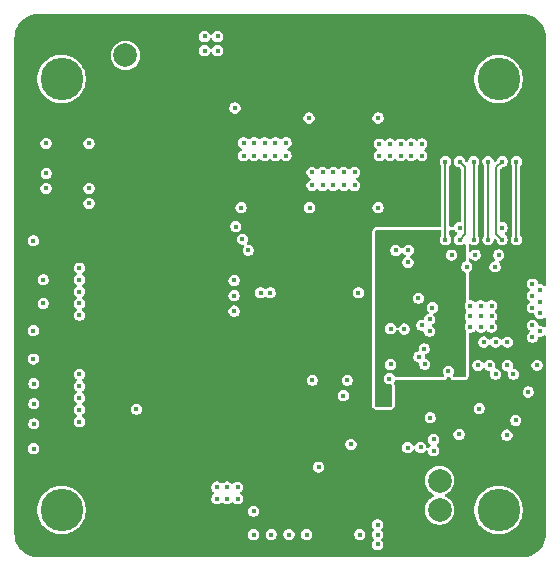
<source format=gbr>
%TF.GenerationSoftware,KiCad,Pcbnew,9.0.3*%
%TF.CreationDate,2025-07-31T21:13:17-04:00*%
%TF.ProjectId,motor-controller,6d6f746f-722d-4636-9f6e-74726f6c6c65,1*%
%TF.SameCoordinates,Original*%
%TF.FileFunction,Copper,L4,Inr*%
%TF.FilePolarity,Positive*%
%FSLAX46Y46*%
G04 Gerber Fmt 4.6, Leading zero omitted, Abs format (unit mm)*
G04 Created by KiCad (PCBNEW 9.0.3) date 2025-07-31 21:13:17*
%MOMM*%
%LPD*%
G01*
G04 APERTURE LIST*
%TA.AperFunction,ComponentPad*%
%ADD10C,3.600000*%
%TD*%
%TA.AperFunction,ViaPad*%
%ADD11C,0.450000*%
%TD*%
%TA.AperFunction,ViaPad*%
%ADD12C,2.000000*%
%TD*%
%TA.AperFunction,Conductor*%
%ADD13C,0.175000*%
%TD*%
G04 APERTURE END LIST*
D10*
%TO.N,N/C*%
%TO.C,H2*%
X228500000Y-129000000D03*
%TD*%
%TO.N,N/C*%
%TO.C,H1*%
X191500000Y-129000000D03*
%TD*%
%TO.N,N/C*%
%TO.C,H3*%
X191500000Y-165500000D03*
%TD*%
%TO.N,N/C*%
%TO.C,H4*%
X228500000Y-165500000D03*
%TD*%
D11*
%TO.N,/motor_driver/MOTOR_{U}*%
X212700000Y-138000000D03*
X213600000Y-138000000D03*
X216300000Y-136900000D03*
X212700000Y-136900000D03*
X215400000Y-138000000D03*
X215400000Y-136900000D03*
X216300000Y-138000000D03*
X214500000Y-136900000D03*
X228520000Y-143900000D03*
X213600000Y-136900000D03*
X214500000Y-138000000D03*
D12*
%TO.N,GND*%
X223500000Y-165500000D03*
D11*
X227900000Y-149100000D03*
X216750000Y-167575000D03*
X222900000Y-148350000D03*
X220500000Y-150169999D03*
X189940000Y-148000000D03*
X204650000Y-164550000D03*
X227000000Y-149100000D03*
X227000000Y-150000000D03*
X231350000Y-149850000D03*
X189150000Y-154800000D03*
X227900000Y-150000000D03*
X231750000Y-153230000D03*
X189150000Y-158200000D03*
X204650000Y-163550000D03*
X220850000Y-143490000D03*
X207750000Y-165590001D03*
X224250000Y-153750000D03*
X226100000Y-148200000D03*
X229250000Y-151270000D03*
X227900000Y-148200000D03*
X205500000Y-164550000D03*
X189940000Y-146000000D03*
X212720000Y-154500000D03*
X203600000Y-126600000D03*
X206400000Y-163550000D03*
X203600000Y-125400000D03*
X229950000Y-157900000D03*
X193000001Y-149000000D03*
X205500000Y-163550000D03*
X206400000Y-164550000D03*
X190180000Y-134460000D03*
X189100000Y-152700000D03*
X216625000Y-147100000D03*
X189125000Y-160300000D03*
X223000000Y-160480000D03*
X189150000Y-156500000D03*
X215350000Y-155800001D03*
X227250000Y-151270000D03*
X215680000Y-154500000D03*
X227000000Y-148200000D03*
X219800000Y-143520000D03*
X204700000Y-125400000D03*
X221700000Y-147550000D03*
X190180000Y-138270000D03*
X193000001Y-154000000D03*
X189100000Y-142700000D03*
X206100000Y-148650000D03*
X204700000Y-126600000D03*
X222700000Y-157687500D03*
X221900000Y-160199999D03*
X189100000Y-150300000D03*
X190200000Y-137000000D03*
X228250000Y-151270000D03*
X216000000Y-159930000D03*
X226850000Y-156900000D03*
X226100000Y-150000000D03*
X231000000Y-155500000D03*
X226100000Y-149100000D03*
X219350000Y-150140001D03*
X225150000Y-159100000D03*
D12*
%TO.N,+BATT*%
X196900000Y-127000000D03*
D11*
X219350000Y-153159999D03*
X197825000Y-156950000D03*
X229200000Y-159150000D03*
%TO.N,+3V0*%
X225230000Y-153750000D03*
X220725000Y-145540001D03*
X218750000Y-155875001D03*
X218725000Y-143490001D03*
D12*
X223500000Y-163000000D03*
D11*
%TO.N,/motor_driver/MOTOR_{V}*%
X220200000Y-135500000D03*
X222000000Y-135500000D03*
X221100000Y-135500000D03*
X219300000Y-135500000D03*
X218400000Y-135500000D03*
X221100000Y-134500000D03*
X218400000Y-134500000D03*
X220200000Y-134500000D03*
X222000000Y-134500000D03*
X226520000Y-143900000D03*
X219300000Y-134500000D03*
%TO.N,/motor_driver/MOTOR_{W}*%
X210500000Y-135500000D03*
X207800000Y-135500000D03*
X224520000Y-143900000D03*
X209600000Y-134400000D03*
X206900000Y-135500000D03*
X206900000Y-134400000D03*
X207800000Y-134400000D03*
X208700000Y-135500000D03*
X210500000Y-134400000D03*
X209600000Y-135500000D03*
X208700000Y-134400000D03*
%TO.N,Net-(U1E-OC_COMP)*%
X220825000Y-144525000D03*
%TO.N,/motor_driver/NRST*%
X226750000Y-153250000D03*
X223000000Y-159520000D03*
X193820000Y-134460000D03*
X219250000Y-154375000D03*
%TO.N,/motor_driver/OSC32_N*%
X229250000Y-153250000D03*
%TO.N,/motor_driver/OSC32_P*%
X229750000Y-154000000D03*
%TO.N,/motor_driver/OSC_N*%
X227750000Y-153250000D03*
%TO.N,/motor_driver/OSC_P*%
X228250000Y-154000000D03*
%TO.N,Net-(D1B-K)*%
X228200000Y-144900000D03*
X228800000Y-141590001D03*
%TO.N,Net-(D2B-K)*%
X225800000Y-144900000D03*
X225200000Y-141590001D03*
%TO.N,+3V3*%
X189940001Y-145000000D03*
X231750000Y-152270000D03*
X217525000Y-147100000D03*
X210750000Y-165590001D03*
X190180000Y-139540000D03*
X193000001Y-159000000D03*
X212950000Y-157575000D03*
X194859999Y-158000000D03*
X218250000Y-162150000D03*
X218250000Y-161300000D03*
X218250000Y-160500000D03*
D12*
X223500000Y-168000000D03*
D11*
X193000001Y-144000000D03*
%TO.N,/motor_driver/VEL_ENC_{~{DET}}*%
X222650000Y-150350000D03*
X193000000Y-158000000D03*
%TO.N,/encoder/VEL_ENC.B*%
X222650000Y-149350000D03*
X193000000Y-156000000D03*
%TO.N,/encoder/VEL_ENC.A*%
X222000000Y-149850000D03*
X193000000Y-157000000D03*
%TO.N,/encoder/VEL_ENC.Z*%
X231350000Y-150850000D03*
X193000000Y-155000000D03*
%TO.N,/encoder/MOSI*%
X193000000Y-148000000D03*
X209150000Y-147100000D03*
%TO.N,/encoder/SCK*%
X208350000Y-147100000D03*
X193000000Y-146000000D03*
%TO.N,/encoder/MISO*%
X193000000Y-147000000D03*
X206100000Y-147350000D03*
%TO.N,/encoder/CSn*%
X206100000Y-146050000D03*
X193000000Y-145000000D03*
%TO.N,/BOOT_UART.RST*%
X220800000Y-160209999D03*
X209250000Y-167575000D03*
%TO.N,Net-(Q1-G)*%
X212445000Y-132300000D03*
X228800000Y-142609999D03*
X228800000Y-135990001D03*
%TO.N,Net-(Q2-G)*%
X230000000Y-135990001D03*
X230000000Y-142609999D03*
X212495001Y-139900000D03*
%TO.N,Net-(Q3-G)*%
X218295001Y-132300000D03*
X226400000Y-142609999D03*
X226400000Y-135990001D03*
%TO.N,/motor_driver/LED_{WARN}*%
X232000000Y-150350000D03*
%TO.N,Net-(Q4-G)*%
X227600000Y-142609999D03*
X218295001Y-139900000D03*
X227600000Y-135990001D03*
%TO.N,Net-(Q5-G)*%
X206175000Y-131450000D03*
X224000000Y-142609999D03*
X224000000Y-135990001D03*
%TO.N,Net-(Q6-G)*%
X206695001Y-139900000D03*
X225200000Y-142609999D03*
X225200000Y-135990001D03*
%TO.N,/motor_driver/LED_{FW_READY}*%
X231350000Y-148350000D03*
%TO.N,/motor_driver/LED_{ERROR}*%
X232000000Y-147850000D03*
%TO.N,/motor_driver/HALL_{1}*%
X222250000Y-153153500D03*
X206800000Y-142550000D03*
%TO.N,/motor_driver/HALL_{2}*%
X221750000Y-152525000D03*
X207300000Y-143500000D03*
%TO.N,/motor_driver/HALL_{3}*%
X206250000Y-141500000D03*
X222200000Y-151850000D03*
%TO.N,/BOOT_UART.RX*%
X210750000Y-167575000D03*
X231350000Y-147350000D03*
%TO.N,Net-(J5-Pin_8)*%
X212250000Y-167575000D03*
%TO.N,/BOOT_UART.BOOT0*%
X207750000Y-167575000D03*
X232000000Y-148850000D03*
%TO.N,/motor_driver/SWCLK*%
X213259999Y-161850000D03*
X193820000Y-138270000D03*
X232000000Y-146850000D03*
%TO.N,Net-(D7-A1)*%
X218250000Y-166750000D03*
X218250000Y-168400000D03*
X218250000Y-167575000D03*
%TO.N,/motor_driver/SWDIO*%
X193820000Y-139540000D03*
X231350000Y-146350000D03*
%TD*%
D13*
%TO.N,Net-(Q1-G)*%
X228308500Y-136481501D02*
X228800000Y-135990001D01*
X228308500Y-142118499D02*
X228308500Y-136481501D01*
X228800000Y-142609999D02*
X228308500Y-142118499D01*
%TO.N,Net-(Q2-G)*%
X230000000Y-142609999D02*
X230000000Y-135990001D01*
%TO.N,Net-(Q3-G)*%
X226400000Y-142609999D02*
X226400000Y-135990001D01*
%TO.N,Net-(Q4-G)*%
X227600000Y-142609999D02*
X227600000Y-135990001D01*
%TO.N,Net-(Q5-G)*%
X224000000Y-142609999D02*
X224000000Y-135990001D01*
%TO.N,Net-(Q6-G)*%
X225691500Y-136481501D02*
X225200000Y-135990001D01*
X225200000Y-142609999D02*
X225691500Y-142118499D01*
X225691500Y-142118499D02*
X225691500Y-136481501D01*
%TD*%
%TA.AperFunction,Conductor*%
%TO.N,+3V3*%
G36*
X230504042Y-123500765D02*
G01*
X230518399Y-123501705D01*
X230731615Y-123515680D01*
X230741094Y-123516671D01*
X230792679Y-123524088D01*
X230799143Y-123525195D01*
X230995789Y-123564310D01*
X231006496Y-123566941D01*
X231048767Y-123579353D01*
X231053614Y-123580887D01*
X231251989Y-123648226D01*
X231263615Y-123652841D01*
X231286842Y-123663448D01*
X231290139Y-123665013D01*
X231484204Y-123760715D01*
X231492460Y-123764787D01*
X231506508Y-123772897D01*
X231710464Y-123909177D01*
X231723328Y-123919048D01*
X231907749Y-124080781D01*
X231919218Y-124092250D01*
X232080951Y-124276671D01*
X232090825Y-124289539D01*
X232227102Y-124493492D01*
X232235212Y-124507539D01*
X232334968Y-124709824D01*
X232336550Y-124713156D01*
X232347154Y-124736375D01*
X232351779Y-124748028D01*
X232419097Y-124946340D01*
X232420655Y-124951264D01*
X232433053Y-124993488D01*
X232435693Y-125004232D01*
X232474796Y-125200818D01*
X232475917Y-125207362D01*
X232483325Y-125258885D01*
X232484321Y-125268422D01*
X232499234Y-125495941D01*
X232499500Y-125504051D01*
X232499500Y-146377679D01*
X232479815Y-146444718D01*
X232427011Y-146490473D01*
X232357853Y-146500417D01*
X232299080Y-146473576D01*
X232298409Y-146474451D01*
X232294607Y-146471533D01*
X232294297Y-146471392D01*
X232293708Y-146470843D01*
X232291966Y-146469507D01*
X232291964Y-146469505D01*
X232183536Y-146406905D01*
X232183537Y-146406905D01*
X232130198Y-146392613D01*
X232062601Y-146374500D01*
X231943987Y-146374500D01*
X231876948Y-146354815D01*
X231831193Y-146302011D01*
X231824212Y-146282594D01*
X231811067Y-146233536D01*
X231793095Y-146166464D01*
X231730495Y-146058036D01*
X231641964Y-145969505D01*
X231533536Y-145906905D01*
X231533537Y-145906905D01*
X231493224Y-145896103D01*
X231412601Y-145874500D01*
X231287399Y-145874500D01*
X231206775Y-145896103D01*
X231166463Y-145906905D01*
X231058037Y-145969504D01*
X231058034Y-145969506D01*
X230969506Y-146058034D01*
X230969504Y-146058037D01*
X230906905Y-146166463D01*
X230906905Y-146166464D01*
X230874500Y-146287399D01*
X230874500Y-146412601D01*
X230906905Y-146533536D01*
X230956538Y-146619505D01*
X230969504Y-146641962D01*
X230969506Y-146641965D01*
X231058036Y-146730495D01*
X231079025Y-146742613D01*
X231127240Y-146793180D01*
X231140462Y-146861788D01*
X231114494Y-146926652D01*
X231079025Y-146957387D01*
X231058036Y-146969504D01*
X230969506Y-147058034D01*
X230969504Y-147058037D01*
X230906905Y-147166463D01*
X230906905Y-147166464D01*
X230874500Y-147287399D01*
X230874500Y-147412601D01*
X230906905Y-147533536D01*
X230956538Y-147619505D01*
X230969504Y-147641962D01*
X230969506Y-147641965D01*
X231058036Y-147730495D01*
X231079025Y-147742613D01*
X231127240Y-147793180D01*
X231140462Y-147861788D01*
X231114494Y-147926652D01*
X231079025Y-147957387D01*
X231058036Y-147969504D01*
X230969506Y-148058034D01*
X230969504Y-148058037D01*
X230906905Y-148166463D01*
X230902330Y-148183536D01*
X230874500Y-148287399D01*
X230874500Y-148412601D01*
X230906905Y-148533536D01*
X230969505Y-148641964D01*
X231058036Y-148730495D01*
X231166464Y-148793095D01*
X231287399Y-148825500D01*
X231287401Y-148825500D01*
X231406013Y-148825500D01*
X231473052Y-148845185D01*
X231518807Y-148897989D01*
X231525786Y-148917400D01*
X231556905Y-149033536D01*
X231619505Y-149141964D01*
X231708036Y-149230495D01*
X231816464Y-149293095D01*
X231937399Y-149325500D01*
X231937401Y-149325500D01*
X232062599Y-149325500D01*
X232062601Y-149325500D01*
X232183536Y-149293095D01*
X232291964Y-149230495D01*
X232291970Y-149230488D01*
X232298409Y-149225549D01*
X232300198Y-149227880D01*
X232349142Y-149201155D01*
X232418834Y-149206139D01*
X232474767Y-149248011D01*
X232499184Y-149313475D01*
X232499500Y-149322321D01*
X232499500Y-149877679D01*
X232479815Y-149944718D01*
X232427011Y-149990473D01*
X232357853Y-150000417D01*
X232299080Y-149973576D01*
X232298409Y-149974451D01*
X232294607Y-149971533D01*
X232294297Y-149971392D01*
X232293708Y-149970843D01*
X232291966Y-149969507D01*
X232291964Y-149969505D01*
X232183536Y-149906905D01*
X232183537Y-149906905D01*
X232143224Y-149896103D01*
X232062601Y-149874500D01*
X231943987Y-149874500D01*
X231876948Y-149854815D01*
X231831193Y-149802011D01*
X231824212Y-149782594D01*
X231793095Y-149666464D01*
X231730495Y-149558036D01*
X231641964Y-149469505D01*
X231545344Y-149413722D01*
X231545336Y-149413717D01*
X231533540Y-149406907D01*
X231533537Y-149406905D01*
X231477769Y-149391962D01*
X231412601Y-149374500D01*
X231287399Y-149374500D01*
X231222231Y-149391962D01*
X231166463Y-149406905D01*
X231058037Y-149469504D01*
X231058034Y-149469506D01*
X230969506Y-149558034D01*
X230969504Y-149558037D01*
X230906905Y-149666463D01*
X230906905Y-149666464D01*
X230874500Y-149787399D01*
X230874500Y-149912601D01*
X230906905Y-150033536D01*
X230969504Y-150141962D01*
X230969506Y-150141965D01*
X231058036Y-150230495D01*
X231079025Y-150242613D01*
X231127240Y-150293180D01*
X231140462Y-150361788D01*
X231114494Y-150426652D01*
X231079025Y-150457387D01*
X231058036Y-150469504D01*
X230969506Y-150558034D01*
X230969504Y-150558037D01*
X230906905Y-150666463D01*
X230906905Y-150666464D01*
X230874500Y-150787399D01*
X230874500Y-150912601D01*
X230906905Y-151033536D01*
X230969505Y-151141964D01*
X231058036Y-151230495D01*
X231166464Y-151293095D01*
X231287399Y-151325500D01*
X231287401Y-151325500D01*
X231412599Y-151325500D01*
X231412601Y-151325500D01*
X231533536Y-151293095D01*
X231641964Y-151230495D01*
X231730495Y-151141964D01*
X231793095Y-151033536D01*
X231824212Y-150917404D01*
X231860578Y-150857746D01*
X231923425Y-150827217D01*
X231943987Y-150825500D01*
X232062599Y-150825500D01*
X232062601Y-150825500D01*
X232183536Y-150793095D01*
X232291964Y-150730495D01*
X232291970Y-150730488D01*
X232298409Y-150725549D01*
X232300198Y-150727880D01*
X232349142Y-150701155D01*
X232418834Y-150706139D01*
X232474767Y-150748011D01*
X232499184Y-150813475D01*
X232499500Y-150822321D01*
X232499500Y-167495948D01*
X232499234Y-167504058D01*
X232484321Y-167731576D01*
X232483325Y-167741113D01*
X232475917Y-167792636D01*
X232474796Y-167799180D01*
X232435693Y-167995766D01*
X232433053Y-168006510D01*
X232420655Y-168048734D01*
X232419097Y-168053658D01*
X232351779Y-168251970D01*
X232347154Y-168263623D01*
X232347153Y-168263626D01*
X232336542Y-168286859D01*
X232334961Y-168290187D01*
X232235214Y-168492456D01*
X232227104Y-168506504D01*
X232090825Y-168710460D01*
X232080951Y-168723328D01*
X231919218Y-168907749D01*
X231907749Y-168919218D01*
X231723328Y-169080951D01*
X231710460Y-169090825D01*
X231506504Y-169227104D01*
X231492456Y-169235214D01*
X231290187Y-169334961D01*
X231286859Y-169336542D01*
X231263626Y-169347153D01*
X231251970Y-169351779D01*
X231053658Y-169419097D01*
X231048734Y-169420655D01*
X231006510Y-169433053D01*
X230995766Y-169435693D01*
X230799180Y-169474796D01*
X230792636Y-169475917D01*
X230741113Y-169483325D01*
X230731576Y-169484321D01*
X230504058Y-169499234D01*
X230495948Y-169499500D01*
X189504052Y-169499500D01*
X189495942Y-169499234D01*
X189268422Y-169484321D01*
X189258885Y-169483325D01*
X189207362Y-169475917D01*
X189200818Y-169474796D01*
X189004232Y-169435693D01*
X188993488Y-169433053D01*
X188951264Y-169420655D01*
X188946340Y-169419097D01*
X188748028Y-169351779D01*
X188736375Y-169347154D01*
X188713156Y-169336550D01*
X188709824Y-169334968D01*
X188507539Y-169235212D01*
X188493492Y-169227102D01*
X188289539Y-169090825D01*
X188276671Y-169080951D01*
X188092250Y-168919218D01*
X188080781Y-168907749D01*
X187969182Y-168780495D01*
X187919045Y-168723325D01*
X187909174Y-168710460D01*
X187896815Y-168691964D01*
X187772895Y-168506504D01*
X187764787Y-168492460D01*
X187712630Y-168386697D01*
X187665013Y-168290139D01*
X187663448Y-168286842D01*
X187652841Y-168263615D01*
X187648226Y-168251989D01*
X187580887Y-168053614D01*
X187579353Y-168048767D01*
X187566941Y-168006496D01*
X187564310Y-167995789D01*
X187525195Y-167799143D01*
X187524088Y-167792679D01*
X187516671Y-167741094D01*
X187515680Y-167731615D01*
X187500765Y-167504042D01*
X187500500Y-167495933D01*
X187500500Y-165365602D01*
X189449500Y-165365602D01*
X189449500Y-165634397D01*
X189484582Y-165900880D01*
X189484583Y-165900885D01*
X189484584Y-165900891D01*
X189484585Y-165900893D01*
X189554152Y-166160524D01*
X189657011Y-166408850D01*
X189657019Y-166408866D01*
X189737830Y-166548832D01*
X189791413Y-166641641D01*
X189791415Y-166641644D01*
X189791416Y-166641645D01*
X189955042Y-166854888D01*
X189955048Y-166854895D01*
X190145104Y-167044951D01*
X190145110Y-167044956D01*
X190358359Y-167208587D01*
X190487305Y-167283034D01*
X190591133Y-167342980D01*
X190591149Y-167342988D01*
X190708182Y-167391464D01*
X190839474Y-167445847D01*
X191099109Y-167515416D01*
X191287319Y-167540193D01*
X191365602Y-167550500D01*
X191365603Y-167550500D01*
X191634398Y-167550500D01*
X191694905Y-167542534D01*
X191900891Y-167515416D01*
X191912151Y-167512399D01*
X207274500Y-167512399D01*
X207274500Y-167637601D01*
X207306905Y-167758536D01*
X207369505Y-167866964D01*
X207458036Y-167955495D01*
X207566464Y-168018095D01*
X207687399Y-168050500D01*
X207687401Y-168050500D01*
X207812599Y-168050500D01*
X207812601Y-168050500D01*
X207933536Y-168018095D01*
X208041964Y-167955495D01*
X208130495Y-167866964D01*
X208193095Y-167758536D01*
X208225500Y-167637601D01*
X208225500Y-167512399D01*
X208774500Y-167512399D01*
X208774500Y-167637601D01*
X208806905Y-167758536D01*
X208869505Y-167866964D01*
X208958036Y-167955495D01*
X209066464Y-168018095D01*
X209187399Y-168050500D01*
X209187401Y-168050500D01*
X209312599Y-168050500D01*
X209312601Y-168050500D01*
X209433536Y-168018095D01*
X209541964Y-167955495D01*
X209630495Y-167866964D01*
X209693095Y-167758536D01*
X209725500Y-167637601D01*
X209725500Y-167512399D01*
X210274500Y-167512399D01*
X210274500Y-167637601D01*
X210306905Y-167758536D01*
X210369505Y-167866964D01*
X210458036Y-167955495D01*
X210566464Y-168018095D01*
X210687399Y-168050500D01*
X210687401Y-168050500D01*
X210812599Y-168050500D01*
X210812601Y-168050500D01*
X210933536Y-168018095D01*
X211041964Y-167955495D01*
X211130495Y-167866964D01*
X211193095Y-167758536D01*
X211225500Y-167637601D01*
X211225500Y-167512399D01*
X211774500Y-167512399D01*
X211774500Y-167637601D01*
X211806905Y-167758536D01*
X211869505Y-167866964D01*
X211958036Y-167955495D01*
X212066464Y-168018095D01*
X212187399Y-168050500D01*
X212187401Y-168050500D01*
X212312599Y-168050500D01*
X212312601Y-168050500D01*
X212433536Y-168018095D01*
X212541964Y-167955495D01*
X212630495Y-167866964D01*
X212693095Y-167758536D01*
X212725500Y-167637601D01*
X212725500Y-167512399D01*
X216274500Y-167512399D01*
X216274500Y-167637601D01*
X216306905Y-167758536D01*
X216369505Y-167866964D01*
X216458036Y-167955495D01*
X216566464Y-168018095D01*
X216687399Y-168050500D01*
X216687401Y-168050500D01*
X216812599Y-168050500D01*
X216812601Y-168050500D01*
X216933536Y-168018095D01*
X217041964Y-167955495D01*
X217130495Y-167866964D01*
X217193095Y-167758536D01*
X217225500Y-167637601D01*
X217225500Y-167512399D01*
X217193095Y-167391464D01*
X217130495Y-167283036D01*
X217041964Y-167194505D01*
X216933536Y-167131905D01*
X216933537Y-167131905D01*
X216885994Y-167119166D01*
X216812601Y-167099500D01*
X216687399Y-167099500D01*
X216614006Y-167119166D01*
X216566463Y-167131905D01*
X216458037Y-167194504D01*
X216458034Y-167194506D01*
X216369506Y-167283034D01*
X216369504Y-167283037D01*
X216306905Y-167391463D01*
X216306905Y-167391464D01*
X216274500Y-167512399D01*
X212725500Y-167512399D01*
X212693095Y-167391464D01*
X212630495Y-167283036D01*
X212541964Y-167194505D01*
X212433536Y-167131905D01*
X212433537Y-167131905D01*
X212385994Y-167119166D01*
X212312601Y-167099500D01*
X212187399Y-167099500D01*
X212114006Y-167119166D01*
X212066463Y-167131905D01*
X211958037Y-167194504D01*
X211958034Y-167194506D01*
X211869506Y-167283034D01*
X211869504Y-167283037D01*
X211806905Y-167391463D01*
X211806905Y-167391464D01*
X211774500Y-167512399D01*
X211225500Y-167512399D01*
X211193095Y-167391464D01*
X211130495Y-167283036D01*
X211041964Y-167194505D01*
X210933536Y-167131905D01*
X210933537Y-167131905D01*
X210885994Y-167119166D01*
X210812601Y-167099500D01*
X210687399Y-167099500D01*
X210614006Y-167119166D01*
X210566463Y-167131905D01*
X210458037Y-167194504D01*
X210458034Y-167194506D01*
X210369506Y-167283034D01*
X210369504Y-167283037D01*
X210306905Y-167391463D01*
X210306905Y-167391464D01*
X210274500Y-167512399D01*
X209725500Y-167512399D01*
X209693095Y-167391464D01*
X209630495Y-167283036D01*
X209541964Y-167194505D01*
X209433536Y-167131905D01*
X209433537Y-167131905D01*
X209385994Y-167119166D01*
X209312601Y-167099500D01*
X209187399Y-167099500D01*
X209114006Y-167119166D01*
X209066463Y-167131905D01*
X208958037Y-167194504D01*
X208958034Y-167194506D01*
X208869506Y-167283034D01*
X208869504Y-167283037D01*
X208806905Y-167391463D01*
X208806905Y-167391464D01*
X208774500Y-167512399D01*
X208225500Y-167512399D01*
X208193095Y-167391464D01*
X208130495Y-167283036D01*
X208041964Y-167194505D01*
X207933536Y-167131905D01*
X207933537Y-167131905D01*
X207885994Y-167119166D01*
X207812601Y-167099500D01*
X207687399Y-167099500D01*
X207614006Y-167119166D01*
X207566463Y-167131905D01*
X207458037Y-167194504D01*
X207458034Y-167194506D01*
X207369506Y-167283034D01*
X207369504Y-167283037D01*
X207306905Y-167391463D01*
X207306905Y-167391464D01*
X207274500Y-167512399D01*
X191912151Y-167512399D01*
X192160526Y-167445847D01*
X192291818Y-167391464D01*
X192296053Y-167389710D01*
X192408850Y-167342988D01*
X192408853Y-167342986D01*
X192408859Y-167342984D01*
X192641641Y-167208587D01*
X192854890Y-167044956D01*
X193044956Y-166854890D01*
X193173476Y-166687399D01*
X217774500Y-166687399D01*
X217774500Y-166812601D01*
X217785831Y-166854888D01*
X217806905Y-166933536D01*
X217869504Y-167041962D01*
X217869506Y-167041965D01*
X217902360Y-167074819D01*
X217935845Y-167136142D01*
X217930861Y-167205834D01*
X217902360Y-167250181D01*
X217869506Y-167283034D01*
X217869504Y-167283037D01*
X217806905Y-167391463D01*
X217806905Y-167391464D01*
X217774500Y-167512399D01*
X217774500Y-167637601D01*
X217806905Y-167758536D01*
X217830370Y-167799180D01*
X217869504Y-167866962D01*
X217869506Y-167866965D01*
X217902360Y-167899819D01*
X217935845Y-167961142D01*
X217930861Y-168030834D01*
X217902360Y-168075181D01*
X217869506Y-168108034D01*
X217869504Y-168108037D01*
X217806905Y-168216463D01*
X217806905Y-168216464D01*
X217774500Y-168337399D01*
X217774500Y-168462601D01*
X217806905Y-168583536D01*
X217869505Y-168691964D01*
X217958036Y-168780495D01*
X218066464Y-168843095D01*
X218187399Y-168875500D01*
X218187401Y-168875500D01*
X218312599Y-168875500D01*
X218312601Y-168875500D01*
X218433536Y-168843095D01*
X218541964Y-168780495D01*
X218630495Y-168691964D01*
X218693095Y-168583536D01*
X218725500Y-168462601D01*
X218725500Y-168337399D01*
X218693095Y-168216464D01*
X218630495Y-168108036D01*
X218597640Y-168075181D01*
X218564155Y-168013858D01*
X218569139Y-167944166D01*
X218597640Y-167899819D01*
X218606343Y-167891116D01*
X218630495Y-167866964D01*
X218693095Y-167758536D01*
X218725500Y-167637601D01*
X218725500Y-167512399D01*
X218693095Y-167391464D01*
X218630495Y-167283036D01*
X218597640Y-167250181D01*
X218564155Y-167188858D01*
X218569139Y-167119166D01*
X218597640Y-167074819D01*
X218630495Y-167041964D01*
X218693095Y-166933536D01*
X218725500Y-166812601D01*
X218725500Y-166687399D01*
X218693095Y-166566464D01*
X218630495Y-166458036D01*
X218541964Y-166369505D01*
X218433536Y-166306905D01*
X218433537Y-166306905D01*
X218393224Y-166296103D01*
X218312601Y-166274500D01*
X218187399Y-166274500D01*
X218106775Y-166296103D01*
X218066463Y-166306905D01*
X217958037Y-166369504D01*
X217958034Y-166369506D01*
X217869506Y-166458034D01*
X217869504Y-166458037D01*
X217806905Y-166566463D01*
X217806905Y-166566464D01*
X217774500Y-166687399D01*
X193173476Y-166687399D01*
X193208587Y-166641641D01*
X193342984Y-166408859D01*
X193445847Y-166160526D01*
X193515416Y-165900891D01*
X193550500Y-165634397D01*
X193550500Y-165527400D01*
X207274500Y-165527400D01*
X207274500Y-165652602D01*
X207306905Y-165773537D01*
X207369505Y-165881965D01*
X207458036Y-165970496D01*
X207566464Y-166033096D01*
X207687399Y-166065501D01*
X207687401Y-166065501D01*
X207812599Y-166065501D01*
X207812601Y-166065501D01*
X207933536Y-166033096D01*
X208041964Y-165970496D01*
X208130495Y-165881965D01*
X208193095Y-165773537D01*
X208225500Y-165652602D01*
X208225500Y-165527400D01*
X208193095Y-165406465D01*
X208130495Y-165298037D01*
X208041964Y-165209506D01*
X207933536Y-165146906D01*
X207933537Y-165146906D01*
X207893224Y-165136104D01*
X207812601Y-165114501D01*
X207687399Y-165114501D01*
X207606775Y-165136104D01*
X207566463Y-165146906D01*
X207458037Y-165209505D01*
X207458034Y-165209507D01*
X207369506Y-165298035D01*
X207369504Y-165298038D01*
X207306905Y-165406464D01*
X207306905Y-165406465D01*
X207274500Y-165527400D01*
X193550500Y-165527400D01*
X193550500Y-165365603D01*
X193515416Y-165099109D01*
X193445847Y-164839474D01*
X193391292Y-164707766D01*
X193342988Y-164591149D01*
X193342980Y-164591133D01*
X193283088Y-164487399D01*
X193208587Y-164358359D01*
X193054377Y-164157388D01*
X193044957Y-164145111D01*
X193044951Y-164145104D01*
X192854895Y-163955048D01*
X192854888Y-163955042D01*
X192641645Y-163791416D01*
X192641644Y-163791415D01*
X192641641Y-163791413D01*
X192541395Y-163733536D01*
X192408866Y-163657019D01*
X192408849Y-163657011D01*
X192256320Y-163593832D01*
X192160524Y-163554152D01*
X192030708Y-163519368D01*
X191911397Y-163487399D01*
X204174500Y-163487399D01*
X204174500Y-163612601D01*
X204206905Y-163733536D01*
X204224999Y-163764877D01*
X204269504Y-163841962D01*
X204269506Y-163841965D01*
X204358036Y-163930495D01*
X204379025Y-163942613D01*
X204427240Y-163993180D01*
X204440462Y-164061788D01*
X204414494Y-164126652D01*
X204379025Y-164157387D01*
X204358036Y-164169504D01*
X204269506Y-164258034D01*
X204269504Y-164258037D01*
X204206905Y-164366463D01*
X204206905Y-164366464D01*
X204174500Y-164487399D01*
X204174500Y-164612601D01*
X204206905Y-164733536D01*
X204269505Y-164841964D01*
X204358036Y-164930495D01*
X204466464Y-164993095D01*
X204587399Y-165025500D01*
X204587401Y-165025500D01*
X204712599Y-165025500D01*
X204712601Y-165025500D01*
X204833536Y-164993095D01*
X204941964Y-164930495D01*
X204987319Y-164885140D01*
X205048642Y-164851655D01*
X205118334Y-164856639D01*
X205162681Y-164885140D01*
X205208036Y-164930495D01*
X205316464Y-164993095D01*
X205437399Y-165025500D01*
X205437401Y-165025500D01*
X205562599Y-165025500D01*
X205562601Y-165025500D01*
X205683536Y-164993095D01*
X205791964Y-164930495D01*
X205862319Y-164860140D01*
X205923642Y-164826655D01*
X205993334Y-164831639D01*
X206037681Y-164860140D01*
X206108036Y-164930495D01*
X206216464Y-164993095D01*
X206337399Y-165025500D01*
X206337401Y-165025500D01*
X206462599Y-165025500D01*
X206462601Y-165025500D01*
X206583536Y-164993095D01*
X206691964Y-164930495D01*
X206780495Y-164841964D01*
X206843095Y-164733536D01*
X206875500Y-164612601D01*
X206875500Y-164487399D01*
X206843095Y-164366464D01*
X206780495Y-164258036D01*
X206691964Y-164169505D01*
X206691963Y-164169504D01*
X206678706Y-164161850D01*
X206670975Y-164157387D01*
X206622760Y-164106821D01*
X206609536Y-164038214D01*
X206635504Y-163973349D01*
X206670976Y-163942612D01*
X206691964Y-163930495D01*
X206780495Y-163841964D01*
X206843095Y-163733536D01*
X206875500Y-163612601D01*
X206875500Y-163487399D01*
X206843095Y-163366464D01*
X206780495Y-163258036D01*
X206691964Y-163169505D01*
X206583536Y-163106905D01*
X206583537Y-163106905D01*
X206543224Y-163096103D01*
X206462601Y-163074500D01*
X206337399Y-163074500D01*
X206256775Y-163096103D01*
X206216463Y-163106905D01*
X206108037Y-163169504D01*
X206108034Y-163169506D01*
X206037681Y-163239860D01*
X205976358Y-163273345D01*
X205906666Y-163268361D01*
X205862319Y-163239860D01*
X205791965Y-163169506D01*
X205791964Y-163169505D01*
X205683536Y-163106905D01*
X205683537Y-163106905D01*
X205643224Y-163096103D01*
X205562601Y-163074500D01*
X205437399Y-163074500D01*
X205356775Y-163096103D01*
X205316463Y-163106905D01*
X205208037Y-163169504D01*
X205208034Y-163169506D01*
X205162681Y-163214860D01*
X205101358Y-163248345D01*
X205031666Y-163243361D01*
X204987319Y-163214860D01*
X204941965Y-163169506D01*
X204941964Y-163169505D01*
X204833536Y-163106905D01*
X204833537Y-163106905D01*
X204793224Y-163096103D01*
X204712601Y-163074500D01*
X204587399Y-163074500D01*
X204506775Y-163096103D01*
X204466463Y-163106905D01*
X204358037Y-163169504D01*
X204358034Y-163169506D01*
X204269506Y-163258034D01*
X204269504Y-163258037D01*
X204206905Y-163366463D01*
X204206905Y-163366464D01*
X204174500Y-163487399D01*
X191911397Y-163487399D01*
X191900891Y-163484584D01*
X191900885Y-163484583D01*
X191900880Y-163484582D01*
X191634398Y-163449500D01*
X191634397Y-163449500D01*
X191365603Y-163449500D01*
X191365602Y-163449500D01*
X191099119Y-163484582D01*
X191099112Y-163484583D01*
X191099109Y-163484584D01*
X191088600Y-163487400D01*
X190839475Y-163554152D01*
X190591149Y-163657011D01*
X190591133Y-163657019D01*
X190358354Y-163791416D01*
X190145111Y-163955042D01*
X190145104Y-163955048D01*
X189955048Y-164145104D01*
X189955042Y-164145111D01*
X189791416Y-164358354D01*
X189657019Y-164591133D01*
X189657011Y-164591149D01*
X189554152Y-164839475D01*
X189484585Y-165099106D01*
X189484582Y-165099119D01*
X189449500Y-165365602D01*
X187500500Y-165365602D01*
X187500500Y-162901577D01*
X222249500Y-162901577D01*
X222249500Y-163098422D01*
X222280290Y-163292826D01*
X222341117Y-163480029D01*
X222399103Y-163593832D01*
X222430476Y-163655405D01*
X222546172Y-163814646D01*
X222685354Y-163953828D01*
X222844595Y-164069524D01*
X222913613Y-164104690D01*
X222981960Y-164139515D01*
X223032756Y-164187490D01*
X223049551Y-164255311D01*
X223027014Y-164321446D01*
X222981960Y-164360485D01*
X222844594Y-164430476D01*
X222766248Y-164487399D01*
X222685354Y-164546172D01*
X222685352Y-164546174D01*
X222685351Y-164546174D01*
X222546174Y-164685351D01*
X222546174Y-164685352D01*
X222546172Y-164685354D01*
X222529889Y-164707766D01*
X222430476Y-164844594D01*
X222341117Y-165019970D01*
X222280290Y-165207173D01*
X222249500Y-165401577D01*
X222249500Y-165598422D01*
X222280290Y-165792826D01*
X222341117Y-165980029D01*
X222430476Y-166155405D01*
X222546172Y-166314646D01*
X222685354Y-166453828D01*
X222844595Y-166569524D01*
X222927455Y-166611743D01*
X223019970Y-166658882D01*
X223019972Y-166658882D01*
X223019975Y-166658884D01*
X223107735Y-166687399D01*
X223207173Y-166719709D01*
X223401578Y-166750500D01*
X223401583Y-166750500D01*
X223598422Y-166750500D01*
X223792826Y-166719709D01*
X223980025Y-166658884D01*
X224155405Y-166569524D01*
X224314646Y-166453828D01*
X224453828Y-166314646D01*
X224569524Y-166155405D01*
X224658884Y-165980025D01*
X224719709Y-165792826D01*
X224722764Y-165773537D01*
X224750500Y-165598422D01*
X224750500Y-165401581D01*
X224747231Y-165380940D01*
X224747231Y-165380937D01*
X224744802Y-165365602D01*
X226449500Y-165365602D01*
X226449500Y-165634397D01*
X226484582Y-165900880D01*
X226484583Y-165900885D01*
X226484584Y-165900891D01*
X226484585Y-165900893D01*
X226554152Y-166160524D01*
X226657011Y-166408850D01*
X226657019Y-166408866D01*
X226737830Y-166548832D01*
X226791413Y-166641641D01*
X226791415Y-166641644D01*
X226791416Y-166641645D01*
X226955042Y-166854888D01*
X226955048Y-166854895D01*
X227145104Y-167044951D01*
X227145110Y-167044956D01*
X227358359Y-167208587D01*
X227487305Y-167283034D01*
X227591133Y-167342980D01*
X227591149Y-167342988D01*
X227708182Y-167391464D01*
X227839474Y-167445847D01*
X228099109Y-167515416D01*
X228287319Y-167540193D01*
X228365602Y-167550500D01*
X228365603Y-167550500D01*
X228634398Y-167550500D01*
X228694905Y-167542534D01*
X228900891Y-167515416D01*
X229160526Y-167445847D01*
X229347457Y-167368417D01*
X229408850Y-167342988D01*
X229408853Y-167342986D01*
X229408859Y-167342984D01*
X229641641Y-167208587D01*
X229854890Y-167044956D01*
X230044956Y-166854890D01*
X230208587Y-166641641D01*
X230342984Y-166408859D01*
X230445847Y-166160526D01*
X230515416Y-165900891D01*
X230550500Y-165634397D01*
X230550500Y-165365603D01*
X230515416Y-165099109D01*
X230445847Y-164839474D01*
X230391292Y-164707766D01*
X230342988Y-164591149D01*
X230342980Y-164591133D01*
X230283088Y-164487399D01*
X230208587Y-164358359D01*
X230054377Y-164157388D01*
X230044957Y-164145111D01*
X230044951Y-164145104D01*
X229854895Y-163955048D01*
X229854888Y-163955042D01*
X229641645Y-163791416D01*
X229641644Y-163791415D01*
X229641641Y-163791413D01*
X229541395Y-163733536D01*
X229408866Y-163657019D01*
X229408850Y-163657011D01*
X229160524Y-163554152D01*
X229030708Y-163519368D01*
X228900891Y-163484584D01*
X228900885Y-163484583D01*
X228900880Y-163484582D01*
X228634398Y-163449500D01*
X228634397Y-163449500D01*
X228365603Y-163449500D01*
X228365602Y-163449500D01*
X228099119Y-163484582D01*
X228099112Y-163484583D01*
X228099109Y-163484584D01*
X228088600Y-163487400D01*
X227839475Y-163554152D01*
X227591149Y-163657011D01*
X227591133Y-163657019D01*
X227358354Y-163791416D01*
X227145111Y-163955042D01*
X227145104Y-163955048D01*
X226955048Y-164145104D01*
X226955042Y-164145111D01*
X226791416Y-164358354D01*
X226657019Y-164591133D01*
X226657011Y-164591149D01*
X226554152Y-164839475D01*
X226484585Y-165099106D01*
X226484582Y-165099119D01*
X226449500Y-165365602D01*
X224744802Y-165365602D01*
X224719709Y-165207173D01*
X224658882Y-165019970D01*
X224611743Y-164927455D01*
X224569524Y-164844595D01*
X224453828Y-164685354D01*
X224314646Y-164546172D01*
X224155405Y-164430476D01*
X224018038Y-164360484D01*
X223967243Y-164312511D01*
X223950448Y-164244690D01*
X223972985Y-164178555D01*
X224018039Y-164139515D01*
X224043284Y-164126652D01*
X224155405Y-164069524D01*
X224314646Y-163953828D01*
X224453828Y-163814646D01*
X224569524Y-163655405D01*
X224658884Y-163480025D01*
X224719709Y-163292826D01*
X224750500Y-163098422D01*
X224750500Y-162901577D01*
X224719709Y-162707173D01*
X224658882Y-162519970D01*
X224569523Y-162344594D01*
X224453828Y-162185354D01*
X224314646Y-162046172D01*
X224155405Y-161930476D01*
X223980029Y-161841117D01*
X223792826Y-161780290D01*
X223598422Y-161749500D01*
X223598417Y-161749500D01*
X223401583Y-161749500D01*
X223401578Y-161749500D01*
X223207173Y-161780290D01*
X223019970Y-161841117D01*
X222844594Y-161930476D01*
X222753741Y-161996485D01*
X222685354Y-162046172D01*
X222685352Y-162046174D01*
X222685351Y-162046174D01*
X222546174Y-162185351D01*
X222546174Y-162185352D01*
X222546172Y-162185354D01*
X222513375Y-162230495D01*
X222430476Y-162344594D01*
X222341117Y-162519970D01*
X222280290Y-162707173D01*
X222249500Y-162901577D01*
X187500500Y-162901577D01*
X187500500Y-161787399D01*
X212784499Y-161787399D01*
X212784499Y-161912601D01*
X212816904Y-162033536D01*
X212879504Y-162141964D01*
X212968035Y-162230495D01*
X213076463Y-162293095D01*
X213197398Y-162325500D01*
X213197400Y-162325500D01*
X213322598Y-162325500D01*
X213322600Y-162325500D01*
X213443535Y-162293095D01*
X213551963Y-162230495D01*
X213640494Y-162141964D01*
X213703094Y-162033536D01*
X213735499Y-161912601D01*
X213735499Y-161787399D01*
X213703094Y-161666464D01*
X213640494Y-161558036D01*
X213551963Y-161469505D01*
X213443535Y-161406905D01*
X213443536Y-161406905D01*
X213403223Y-161396103D01*
X213322600Y-161374500D01*
X213197398Y-161374500D01*
X213116774Y-161396103D01*
X213076462Y-161406905D01*
X212968036Y-161469504D01*
X212968033Y-161469506D01*
X212879505Y-161558034D01*
X212879503Y-161558037D01*
X212816904Y-161666463D01*
X212816904Y-161666464D01*
X212784499Y-161787399D01*
X187500500Y-161787399D01*
X187500500Y-160237399D01*
X188649500Y-160237399D01*
X188649500Y-160362601D01*
X188681905Y-160483536D01*
X188744505Y-160591964D01*
X188833036Y-160680495D01*
X188941464Y-160743095D01*
X189062399Y-160775500D01*
X189062401Y-160775500D01*
X189187599Y-160775500D01*
X189187601Y-160775500D01*
X189308536Y-160743095D01*
X189416964Y-160680495D01*
X189505495Y-160591964D01*
X189568095Y-160483536D01*
X189600500Y-160362601D01*
X189600500Y-160237399D01*
X189568095Y-160116464D01*
X189505495Y-160008036D01*
X189416964Y-159919505D01*
X189326712Y-159867399D01*
X215524500Y-159867399D01*
X215524500Y-159992601D01*
X215556905Y-160113536D01*
X215619505Y-160221964D01*
X215708036Y-160310495D01*
X215816464Y-160373095D01*
X215937399Y-160405500D01*
X215937401Y-160405500D01*
X216062599Y-160405500D01*
X216062601Y-160405500D01*
X216183536Y-160373095D01*
X216291964Y-160310495D01*
X216380495Y-160221964D01*
X216423545Y-160147398D01*
X220324500Y-160147398D01*
X220324500Y-160272600D01*
X220356905Y-160393535D01*
X220419505Y-160501963D01*
X220508036Y-160590494D01*
X220616464Y-160653094D01*
X220737399Y-160685499D01*
X220737401Y-160685499D01*
X220862599Y-160685499D01*
X220862601Y-160685499D01*
X220983536Y-160653094D01*
X221091964Y-160590494D01*
X221180495Y-160501963D01*
X221243095Y-160393535D01*
X221243095Y-160393531D01*
X221245498Y-160389371D01*
X221296065Y-160341155D01*
X221364671Y-160327931D01*
X221429536Y-160353898D01*
X221460273Y-160389370D01*
X221519502Y-160491959D01*
X221519504Y-160491962D01*
X221519505Y-160491963D01*
X221608036Y-160580494D01*
X221716464Y-160643094D01*
X221837399Y-160675499D01*
X221837401Y-160675499D01*
X221962599Y-160675499D01*
X221962601Y-160675499D01*
X222083536Y-160643094D01*
X222191964Y-160580494D01*
X222280495Y-160491963D01*
X222293112Y-160470108D01*
X222343679Y-160421893D01*
X222412286Y-160408669D01*
X222477151Y-160434637D01*
X222517680Y-160491550D01*
X222524500Y-160532108D01*
X222524500Y-160542601D01*
X222556905Y-160663536D01*
X222619505Y-160771964D01*
X222708036Y-160860495D01*
X222816464Y-160923095D01*
X222937399Y-160955500D01*
X222937401Y-160955500D01*
X223062599Y-160955500D01*
X223062601Y-160955500D01*
X223183536Y-160923095D01*
X223291964Y-160860495D01*
X223380495Y-160771964D01*
X223443095Y-160663536D01*
X223475500Y-160542601D01*
X223475500Y-160417399D01*
X223443095Y-160296464D01*
X223380495Y-160188036D01*
X223291964Y-160099505D01*
X223291961Y-160099503D01*
X223290493Y-160098377D01*
X223289564Y-160097105D01*
X223286217Y-160093758D01*
X223286739Y-160093235D01*
X223249290Y-160041950D01*
X223245134Y-159972204D01*
X223279345Y-159911283D01*
X223290493Y-159901623D01*
X223291956Y-159900499D01*
X223291964Y-159900495D01*
X223380495Y-159811964D01*
X223443095Y-159703536D01*
X223475500Y-159582601D01*
X223475500Y-159457399D01*
X223443095Y-159336464D01*
X223380495Y-159228036D01*
X223291964Y-159139505D01*
X223291963Y-159139504D01*
X223291960Y-159139502D01*
X223287035Y-159136659D01*
X223183536Y-159076905D01*
X223183537Y-159076905D01*
X223143224Y-159066103D01*
X223062601Y-159044500D01*
X222937399Y-159044500D01*
X222856775Y-159066103D01*
X222816463Y-159076905D01*
X222708037Y-159139504D01*
X222708034Y-159139506D01*
X222619506Y-159228034D01*
X222619504Y-159228037D01*
X222556905Y-159336463D01*
X222556905Y-159336464D01*
X222524500Y-159457399D01*
X222524500Y-159582601D01*
X222556905Y-159703536D01*
X222619505Y-159811964D01*
X222708036Y-159900495D01*
X222708039Y-159900497D01*
X222709512Y-159901627D01*
X222710442Y-159902901D01*
X222713783Y-159906242D01*
X222713261Y-159906763D01*
X222750712Y-159958057D01*
X222754864Y-160027803D01*
X222725750Y-160083437D01*
X222714561Y-160095737D01*
X222708036Y-160099505D01*
X222619505Y-160188036D01*
X222600214Y-160221448D01*
X222591229Y-160231327D01*
X222572335Y-160242835D01*
X222556320Y-160258106D01*
X222543075Y-160260658D01*
X222531558Y-160267674D01*
X222509437Y-160267141D01*
X222487712Y-160271328D01*
X222475192Y-160266315D01*
X222461709Y-160265991D01*
X222443388Y-160253583D01*
X222422848Y-160245360D01*
X222415024Y-160234373D01*
X222403858Y-160226811D01*
X222395154Y-160206469D01*
X222382320Y-160188446D01*
X222379003Y-160168722D01*
X222376373Y-160162575D01*
X222377171Y-160157832D01*
X222375500Y-160147890D01*
X222375500Y-160137399D01*
X222375500Y-160137398D01*
X222343095Y-160016463D01*
X222280495Y-159908035D01*
X222191964Y-159819504D01*
X222083536Y-159756904D01*
X222083537Y-159756904D01*
X222043224Y-159746102D01*
X221962601Y-159724499D01*
X221837399Y-159724499D01*
X221756775Y-159746102D01*
X221716463Y-159756904D01*
X221608037Y-159819503D01*
X221608034Y-159819505D01*
X221519506Y-159908033D01*
X221519502Y-159908038D01*
X221454500Y-160020627D01*
X221403933Y-160068842D01*
X221335326Y-160082066D01*
X221270462Y-160056098D01*
X221239725Y-160020626D01*
X221181344Y-159919506D01*
X221180495Y-159918035D01*
X221091964Y-159829504D01*
X220983536Y-159766904D01*
X220983537Y-159766904D01*
X220943224Y-159756102D01*
X220862601Y-159734499D01*
X220737399Y-159734499D01*
X220656775Y-159756102D01*
X220616463Y-159766904D01*
X220508037Y-159829503D01*
X220508034Y-159829505D01*
X220419506Y-159918033D01*
X220419504Y-159918036D01*
X220356905Y-160026462D01*
X220356905Y-160026463D01*
X220324500Y-160147398D01*
X216423545Y-160147398D01*
X216443095Y-160113536D01*
X216475500Y-159992601D01*
X216475500Y-159867399D01*
X216443095Y-159746464D01*
X216380495Y-159638036D01*
X216291964Y-159549505D01*
X216183536Y-159486905D01*
X216183537Y-159486905D01*
X216143224Y-159476103D01*
X216062601Y-159454500D01*
X215937399Y-159454500D01*
X215856775Y-159476103D01*
X215816463Y-159486905D01*
X215708037Y-159549504D01*
X215708034Y-159549506D01*
X215619506Y-159638034D01*
X215619504Y-159638037D01*
X215556905Y-159746463D01*
X215551428Y-159766904D01*
X215524500Y-159867399D01*
X189326712Y-159867399D01*
X189308536Y-159856905D01*
X189308537Y-159856905D01*
X189268224Y-159846103D01*
X189187601Y-159824500D01*
X189062399Y-159824500D01*
X188981775Y-159846103D01*
X188941463Y-159856905D01*
X188833037Y-159919504D01*
X188833034Y-159919506D01*
X188744506Y-160008034D01*
X188744504Y-160008037D01*
X188681905Y-160116463D01*
X188676295Y-160137399D01*
X188649500Y-160237399D01*
X187500500Y-160237399D01*
X187500500Y-159037399D01*
X224674500Y-159037399D01*
X224674500Y-159162601D01*
X224706905Y-159283536D01*
X224769505Y-159391964D01*
X224858036Y-159480495D01*
X224966464Y-159543095D01*
X225087399Y-159575500D01*
X225087401Y-159575500D01*
X225212599Y-159575500D01*
X225212601Y-159575500D01*
X225333536Y-159543095D01*
X225441964Y-159480495D01*
X225530495Y-159391964D01*
X225593095Y-159283536D01*
X225625500Y-159162601D01*
X225625500Y-159087399D01*
X228724500Y-159087399D01*
X228724500Y-159212601D01*
X228756905Y-159333536D01*
X228819505Y-159441964D01*
X228908036Y-159530495D01*
X229016464Y-159593095D01*
X229137399Y-159625500D01*
X229137401Y-159625500D01*
X229262599Y-159625500D01*
X229262601Y-159625500D01*
X229383536Y-159593095D01*
X229491964Y-159530495D01*
X229580495Y-159441964D01*
X229643095Y-159333536D01*
X229675500Y-159212601D01*
X229675500Y-159087399D01*
X229643095Y-158966464D01*
X229580495Y-158858036D01*
X229491964Y-158769505D01*
X229383536Y-158706905D01*
X229383537Y-158706905D01*
X229343224Y-158696103D01*
X229262601Y-158674500D01*
X229137399Y-158674500D01*
X229056775Y-158696103D01*
X229016463Y-158706905D01*
X228908037Y-158769504D01*
X228908034Y-158769506D01*
X228819506Y-158858034D01*
X228819504Y-158858037D01*
X228756905Y-158966463D01*
X228756905Y-158966464D01*
X228724500Y-159087399D01*
X225625500Y-159087399D01*
X225625500Y-159037399D01*
X225593095Y-158916464D01*
X225530495Y-158808036D01*
X225441964Y-158719505D01*
X225333536Y-158656905D01*
X225333537Y-158656905D01*
X225281997Y-158643095D01*
X225212601Y-158624500D01*
X225087399Y-158624500D01*
X225018003Y-158643095D01*
X224966463Y-158656905D01*
X224858037Y-158719504D01*
X224858034Y-158719506D01*
X224769506Y-158808034D01*
X224769504Y-158808037D01*
X224706905Y-158916463D01*
X224706905Y-158916464D01*
X224674500Y-159037399D01*
X187500500Y-159037399D01*
X187500500Y-158137399D01*
X188674500Y-158137399D01*
X188674500Y-158262601D01*
X188706905Y-158383536D01*
X188769505Y-158491964D01*
X188858036Y-158580495D01*
X188966464Y-158643095D01*
X189087399Y-158675500D01*
X189087401Y-158675500D01*
X189212599Y-158675500D01*
X189212601Y-158675500D01*
X189333536Y-158643095D01*
X189441964Y-158580495D01*
X189530495Y-158491964D01*
X189593095Y-158383536D01*
X189625500Y-158262601D01*
X189625500Y-158137399D01*
X189593095Y-158016464D01*
X189530495Y-157908036D01*
X189441964Y-157819505D01*
X189333536Y-157756905D01*
X189333537Y-157756905D01*
X189293224Y-157746103D01*
X189212601Y-157724500D01*
X189087399Y-157724500D01*
X189006775Y-157746103D01*
X188966463Y-157756905D01*
X188858037Y-157819504D01*
X188858034Y-157819506D01*
X188769506Y-157908034D01*
X188769504Y-157908037D01*
X188706905Y-158016463D01*
X188706905Y-158016464D01*
X188674500Y-158137399D01*
X187500500Y-158137399D01*
X187500500Y-156437399D01*
X188674500Y-156437399D01*
X188674500Y-156562601D01*
X188706905Y-156683536D01*
X188769505Y-156791964D01*
X188858036Y-156880495D01*
X188966464Y-156943095D01*
X189087399Y-156975500D01*
X189087401Y-156975500D01*
X189212599Y-156975500D01*
X189212601Y-156975500D01*
X189333536Y-156943095D01*
X189441964Y-156880495D01*
X189530495Y-156791964D01*
X189593095Y-156683536D01*
X189625500Y-156562601D01*
X189625500Y-156437399D01*
X189593095Y-156316464D01*
X189530495Y-156208036D01*
X189441964Y-156119505D01*
X189333536Y-156056905D01*
X189333537Y-156056905D01*
X189293224Y-156046103D01*
X189212601Y-156024500D01*
X189087399Y-156024500D01*
X189006775Y-156046103D01*
X188966463Y-156056905D01*
X188858037Y-156119504D01*
X188858034Y-156119506D01*
X188769506Y-156208034D01*
X188769504Y-156208037D01*
X188706905Y-156316463D01*
X188706905Y-156316464D01*
X188674500Y-156437399D01*
X187500500Y-156437399D01*
X187500500Y-154737399D01*
X188674500Y-154737399D01*
X188674500Y-154862601D01*
X188706905Y-154983536D01*
X188769505Y-155091964D01*
X188858036Y-155180495D01*
X188966464Y-155243095D01*
X189087399Y-155275500D01*
X189087401Y-155275500D01*
X189212599Y-155275500D01*
X189212601Y-155275500D01*
X189333536Y-155243095D01*
X189441964Y-155180495D01*
X189530495Y-155091964D01*
X189593095Y-154983536D01*
X189605458Y-154937399D01*
X192524500Y-154937399D01*
X192524500Y-155062601D01*
X192539748Y-155119505D01*
X192556905Y-155183536D01*
X192619504Y-155291962D01*
X192619506Y-155291965D01*
X192708036Y-155380495D01*
X192729025Y-155392613D01*
X192777240Y-155443180D01*
X192790462Y-155511788D01*
X192764494Y-155576652D01*
X192729025Y-155607387D01*
X192708036Y-155619504D01*
X192619506Y-155708034D01*
X192619504Y-155708037D01*
X192556905Y-155816463D01*
X192556905Y-155816464D01*
X192524500Y-155937399D01*
X192524500Y-156062601D01*
X192556905Y-156183536D01*
X192591291Y-156243096D01*
X192619504Y-156291962D01*
X192619506Y-156291965D01*
X192708036Y-156380495D01*
X192729025Y-156392613D01*
X192777240Y-156443180D01*
X192790462Y-156511788D01*
X192764494Y-156576652D01*
X192729025Y-156607387D01*
X192708036Y-156619504D01*
X192619506Y-156708034D01*
X192619504Y-156708037D01*
X192556905Y-156816463D01*
X192556905Y-156816464D01*
X192524500Y-156937399D01*
X192524500Y-157062601D01*
X192556905Y-157183536D01*
X192612883Y-157280495D01*
X192619504Y-157291962D01*
X192619506Y-157291965D01*
X192708036Y-157380495D01*
X192729025Y-157392613D01*
X192777240Y-157443180D01*
X192790462Y-157511788D01*
X192764494Y-157576652D01*
X192729025Y-157607387D01*
X192708036Y-157619504D01*
X192619506Y-157708034D01*
X192619504Y-157708037D01*
X192556905Y-157816463D01*
X192556905Y-157816464D01*
X192524500Y-157937399D01*
X192524500Y-158062601D01*
X192556905Y-158183536D01*
X192619505Y-158291964D01*
X192708036Y-158380495D01*
X192816464Y-158443095D01*
X192937399Y-158475500D01*
X192937401Y-158475500D01*
X193062599Y-158475500D01*
X193062601Y-158475500D01*
X193183536Y-158443095D01*
X193291964Y-158380495D01*
X193380495Y-158291964D01*
X193443095Y-158183536D01*
X193475500Y-158062601D01*
X193475500Y-157937399D01*
X193443095Y-157816464D01*
X193380495Y-157708036D01*
X193297358Y-157624899D01*
X222224500Y-157624899D01*
X222224500Y-157750101D01*
X222256905Y-157871036D01*
X222319505Y-157979464D01*
X222408036Y-158067995D01*
X222516464Y-158130595D01*
X222637399Y-158163000D01*
X222637401Y-158163000D01*
X222762599Y-158163000D01*
X222762601Y-158163000D01*
X222883536Y-158130595D01*
X222991964Y-158067995D01*
X223080495Y-157979464D01*
X223143095Y-157871036D01*
X223152108Y-157837399D01*
X229474500Y-157837399D01*
X229474500Y-157962601D01*
X229506905Y-158083536D01*
X229569505Y-158191964D01*
X229658036Y-158280495D01*
X229766464Y-158343095D01*
X229887399Y-158375500D01*
X229887401Y-158375500D01*
X230012599Y-158375500D01*
X230012601Y-158375500D01*
X230133536Y-158343095D01*
X230241964Y-158280495D01*
X230330495Y-158191964D01*
X230393095Y-158083536D01*
X230425500Y-157962601D01*
X230425500Y-157837399D01*
X230393095Y-157716464D01*
X230330495Y-157608036D01*
X230241964Y-157519505D01*
X230133536Y-157456905D01*
X230133537Y-157456905D01*
X230081997Y-157443095D01*
X230012601Y-157424500D01*
X229887399Y-157424500D01*
X229818003Y-157443095D01*
X229766463Y-157456905D01*
X229658037Y-157519504D01*
X229658034Y-157519506D01*
X229569506Y-157608034D01*
X229569504Y-157608037D01*
X229506905Y-157716463D01*
X229497892Y-157750099D01*
X229474500Y-157837399D01*
X223152108Y-157837399D01*
X223175500Y-157750101D01*
X223175500Y-157624899D01*
X223143095Y-157503964D01*
X223080495Y-157395536D01*
X222991964Y-157307005D01*
X222883536Y-157244405D01*
X222883537Y-157244405D01*
X222843224Y-157233603D01*
X222762601Y-157212000D01*
X222637399Y-157212000D01*
X222556775Y-157233603D01*
X222516463Y-157244405D01*
X222408037Y-157307004D01*
X222408034Y-157307006D01*
X222319506Y-157395534D01*
X222319504Y-157395537D01*
X222256905Y-157503963D01*
X222252741Y-157519504D01*
X222224500Y-157624899D01*
X193297358Y-157624899D01*
X193291964Y-157619505D01*
X193260087Y-157601101D01*
X193250681Y-157592756D01*
X193238542Y-157573372D01*
X193222760Y-157556821D01*
X193220351Y-157544325D01*
X193213597Y-157533540D01*
X193213864Y-157510671D01*
X193209536Y-157488214D01*
X193214266Y-157476398D01*
X193214415Y-157463675D01*
X193227004Y-157444580D01*
X193235504Y-157423349D01*
X193248329Y-157412235D01*
X193252874Y-157405343D01*
X193259844Y-157402257D01*
X193270976Y-157392612D01*
X193291964Y-157380495D01*
X193380495Y-157291964D01*
X193443095Y-157183536D01*
X193475500Y-157062601D01*
X193475500Y-156937399D01*
X193462102Y-156887399D01*
X197349500Y-156887399D01*
X197349500Y-157012601D01*
X197381905Y-157133536D01*
X197444505Y-157241964D01*
X197533036Y-157330495D01*
X197641464Y-157393095D01*
X197762399Y-157425500D01*
X197762401Y-157425500D01*
X197887599Y-157425500D01*
X197887601Y-157425500D01*
X198008536Y-157393095D01*
X198116964Y-157330495D01*
X198205495Y-157241964D01*
X198268095Y-157133536D01*
X198300500Y-157012601D01*
X198300500Y-156887399D01*
X198268095Y-156766464D01*
X198205495Y-156658036D01*
X198116964Y-156569505D01*
X198008536Y-156506905D01*
X198008537Y-156506905D01*
X197938781Y-156488214D01*
X197887601Y-156474500D01*
X197762399Y-156474500D01*
X197711219Y-156488214D01*
X197641463Y-156506905D01*
X197533037Y-156569504D01*
X197533034Y-156569506D01*
X197444506Y-156658034D01*
X197444504Y-156658037D01*
X197381905Y-156766463D01*
X197375073Y-156791962D01*
X197349500Y-156887399D01*
X193462102Y-156887399D01*
X193443095Y-156816464D01*
X193380495Y-156708036D01*
X193291964Y-156619505D01*
X193291963Y-156619504D01*
X193278706Y-156611850D01*
X193270975Y-156607387D01*
X193222760Y-156556821D01*
X193209536Y-156488214D01*
X193235504Y-156423349D01*
X193270976Y-156392612D01*
X193291964Y-156380495D01*
X193380495Y-156291964D01*
X193443095Y-156183536D01*
X193475500Y-156062601D01*
X193475500Y-155937399D01*
X193443095Y-155816464D01*
X193397448Y-155737400D01*
X214874500Y-155737400D01*
X214874500Y-155862602D01*
X214906905Y-155983537D01*
X214969505Y-156091965D01*
X215058036Y-156180496D01*
X215166464Y-156243096D01*
X215287399Y-156275501D01*
X215287401Y-156275501D01*
X215412599Y-156275501D01*
X215412601Y-156275501D01*
X215533536Y-156243096D01*
X215641964Y-156180496D01*
X215730495Y-156091965D01*
X215793095Y-155983537D01*
X215825500Y-155862602D01*
X215825500Y-155737400D01*
X215793095Y-155616465D01*
X215730495Y-155508037D01*
X215641964Y-155419506D01*
X215533536Y-155356906D01*
X215533537Y-155356906D01*
X215493224Y-155346104D01*
X215412601Y-155324501D01*
X215287399Y-155324501D01*
X215206775Y-155346104D01*
X215166463Y-155356906D01*
X215058037Y-155419505D01*
X215058034Y-155419507D01*
X214969506Y-155508035D01*
X214969504Y-155508038D01*
X214906905Y-155616464D01*
X214906090Y-155619505D01*
X214874500Y-155737400D01*
X193397448Y-155737400D01*
X193380495Y-155708036D01*
X193291964Y-155619505D01*
X193291963Y-155619504D01*
X193270976Y-155607388D01*
X193222760Y-155556821D01*
X193209536Y-155488214D01*
X193235504Y-155423349D01*
X193270976Y-155392612D01*
X193291964Y-155380495D01*
X193380495Y-155291964D01*
X193443095Y-155183536D01*
X193475500Y-155062601D01*
X193475500Y-154937399D01*
X193443095Y-154816464D01*
X193380495Y-154708036D01*
X193291964Y-154619505D01*
X193291963Y-154619504D01*
X193270976Y-154607388D01*
X193222760Y-154556821D01*
X193209536Y-154488214D01*
X193229879Y-154437399D01*
X212244500Y-154437399D01*
X212244500Y-154562601D01*
X212276905Y-154683536D01*
X212339505Y-154791964D01*
X212428036Y-154880495D01*
X212536464Y-154943095D01*
X212657399Y-154975500D01*
X212657401Y-154975500D01*
X212782599Y-154975500D01*
X212782601Y-154975500D01*
X212903536Y-154943095D01*
X213011964Y-154880495D01*
X213100495Y-154791964D01*
X213163095Y-154683536D01*
X213195500Y-154562601D01*
X213195500Y-154437399D01*
X215204500Y-154437399D01*
X215204500Y-154562601D01*
X215236905Y-154683536D01*
X215299505Y-154791964D01*
X215388036Y-154880495D01*
X215496464Y-154943095D01*
X215617399Y-154975500D01*
X215617401Y-154975500D01*
X215742599Y-154975500D01*
X215742601Y-154975500D01*
X215863536Y-154943095D01*
X215971964Y-154880495D01*
X216060495Y-154791964D01*
X216123095Y-154683536D01*
X216155500Y-154562601D01*
X216155500Y-154437399D01*
X216123095Y-154316464D01*
X216060495Y-154208036D01*
X215971964Y-154119505D01*
X215863536Y-154056905D01*
X215863537Y-154056905D01*
X215823224Y-154046103D01*
X215742601Y-154024500D01*
X215617399Y-154024500D01*
X215536775Y-154046103D01*
X215496463Y-154056905D01*
X215388037Y-154119504D01*
X215388034Y-154119506D01*
X215299506Y-154208034D01*
X215299504Y-154208037D01*
X215236905Y-154316463D01*
X215231287Y-154337430D01*
X215204500Y-154437399D01*
X213195500Y-154437399D01*
X213163095Y-154316464D01*
X213100495Y-154208036D01*
X213011964Y-154119505D01*
X212903536Y-154056905D01*
X212903537Y-154056905D01*
X212863224Y-154046103D01*
X212782601Y-154024500D01*
X212657399Y-154024500D01*
X212576775Y-154046103D01*
X212536463Y-154056905D01*
X212428037Y-154119504D01*
X212428034Y-154119506D01*
X212339506Y-154208034D01*
X212339504Y-154208037D01*
X212276905Y-154316463D01*
X212271287Y-154337430D01*
X212244500Y-154437399D01*
X193229879Y-154437399D01*
X193235504Y-154423349D01*
X193253978Y-154404420D01*
X193261978Y-154397807D01*
X193291965Y-154380495D01*
X193380496Y-154291964D01*
X193443096Y-154183536D01*
X193475501Y-154062601D01*
X193475501Y-153937399D01*
X193443096Y-153816464D01*
X193380496Y-153708036D01*
X193291965Y-153619505D01*
X193183537Y-153556905D01*
X193183538Y-153556905D01*
X193127777Y-153541964D01*
X193062602Y-153524500D01*
X192937400Y-153524500D01*
X192872225Y-153541964D01*
X192816464Y-153556905D01*
X192708038Y-153619504D01*
X192708035Y-153619506D01*
X192619507Y-153708034D01*
X192619505Y-153708037D01*
X192556906Y-153816463D01*
X192556906Y-153816464D01*
X192524501Y-153937399D01*
X192524501Y-154062601D01*
X192556906Y-154183536D01*
X192619506Y-154291964D01*
X192708037Y-154380495D01*
X192729025Y-154392612D01*
X192777239Y-154443176D01*
X192790464Y-154511783D01*
X192764497Y-154576649D01*
X192729027Y-154607385D01*
X192708039Y-154619502D01*
X192708034Y-154619506D01*
X192619506Y-154708034D01*
X192619504Y-154708037D01*
X192556905Y-154816463D01*
X192556905Y-154816464D01*
X192524500Y-154937399D01*
X189605458Y-154937399D01*
X189625500Y-154862601D01*
X189625500Y-154737399D01*
X189593095Y-154616464D01*
X189530495Y-154508036D01*
X189441964Y-154419505D01*
X189333536Y-154356905D01*
X189333537Y-154356905D01*
X189288442Y-154344822D01*
X189212601Y-154324500D01*
X189087399Y-154324500D01*
X189011558Y-154344822D01*
X188966463Y-154356905D01*
X188858037Y-154419504D01*
X188858034Y-154419506D01*
X188769506Y-154508034D01*
X188769504Y-154508037D01*
X188706905Y-154616463D01*
X188706905Y-154616464D01*
X188674500Y-154737399D01*
X187500500Y-154737399D01*
X187500500Y-152637399D01*
X188624500Y-152637399D01*
X188624500Y-152762601D01*
X188656905Y-152883536D01*
X188719505Y-152991964D01*
X188808036Y-153080495D01*
X188916464Y-153143095D01*
X189037399Y-153175500D01*
X189037401Y-153175500D01*
X189162599Y-153175500D01*
X189162601Y-153175500D01*
X189283536Y-153143095D01*
X189391964Y-153080495D01*
X189480495Y-152991964D01*
X189543095Y-152883536D01*
X189575500Y-152762601D01*
X189575500Y-152637399D01*
X189543095Y-152516464D01*
X189480495Y-152408036D01*
X189391964Y-152319505D01*
X189283536Y-152256905D01*
X189283537Y-152256905D01*
X189243224Y-152246103D01*
X189162601Y-152224500D01*
X189037399Y-152224500D01*
X188956775Y-152246103D01*
X188916463Y-152256905D01*
X188808037Y-152319504D01*
X188808034Y-152319506D01*
X188719506Y-152408034D01*
X188719504Y-152408037D01*
X188656905Y-152516463D01*
X188656905Y-152516464D01*
X188624500Y-152637399D01*
X187500500Y-152637399D01*
X187500500Y-150237399D01*
X188624500Y-150237399D01*
X188624500Y-150362601D01*
X188656905Y-150483536D01*
X188719505Y-150591964D01*
X188808036Y-150680495D01*
X188916464Y-150743095D01*
X189037399Y-150775500D01*
X189037401Y-150775500D01*
X189162599Y-150775500D01*
X189162601Y-150775500D01*
X189283536Y-150743095D01*
X189391964Y-150680495D01*
X189480495Y-150591964D01*
X189543095Y-150483536D01*
X189575500Y-150362601D01*
X189575500Y-150237399D01*
X189543095Y-150116464D01*
X189480495Y-150008036D01*
X189391964Y-149919505D01*
X189283536Y-149856905D01*
X189283537Y-149856905D01*
X189228780Y-149842233D01*
X189162601Y-149824500D01*
X189037399Y-149824500D01*
X188971220Y-149842233D01*
X188916463Y-149856905D01*
X188808037Y-149919504D01*
X188808034Y-149919506D01*
X188719506Y-150008034D01*
X188719504Y-150008037D01*
X188656905Y-150116463D01*
X188656905Y-150116464D01*
X188624500Y-150237399D01*
X187500500Y-150237399D01*
X187500500Y-147937399D01*
X189464500Y-147937399D01*
X189464500Y-148062601D01*
X189496905Y-148183536D01*
X189559505Y-148291964D01*
X189648036Y-148380495D01*
X189756464Y-148443095D01*
X189877399Y-148475500D01*
X189877401Y-148475500D01*
X190002599Y-148475500D01*
X190002601Y-148475500D01*
X190123536Y-148443095D01*
X190231964Y-148380495D01*
X190320495Y-148291964D01*
X190383095Y-148183536D01*
X190415500Y-148062601D01*
X190415500Y-147937399D01*
X190383095Y-147816464D01*
X190320495Y-147708036D01*
X190231964Y-147619505D01*
X190123536Y-147556905D01*
X190123537Y-147556905D01*
X190071997Y-147543095D01*
X190002601Y-147524500D01*
X189877399Y-147524500D01*
X189808003Y-147543095D01*
X189756463Y-147556905D01*
X189648037Y-147619504D01*
X189648034Y-147619506D01*
X189559506Y-147708034D01*
X189559504Y-147708037D01*
X189496905Y-147816463D01*
X189496905Y-147816464D01*
X189464500Y-147937399D01*
X187500500Y-147937399D01*
X187500500Y-145937399D01*
X189464500Y-145937399D01*
X189464500Y-146062601D01*
X189496905Y-146183536D01*
X189559505Y-146291964D01*
X189648036Y-146380495D01*
X189756464Y-146443095D01*
X189877399Y-146475500D01*
X189877401Y-146475500D01*
X190002599Y-146475500D01*
X190002601Y-146475500D01*
X190123536Y-146443095D01*
X190231964Y-146380495D01*
X190320495Y-146291964D01*
X190383095Y-146183536D01*
X190415500Y-146062601D01*
X190415500Y-145937399D01*
X190383095Y-145816464D01*
X190320495Y-145708036D01*
X190231964Y-145619505D01*
X190123536Y-145556905D01*
X190123537Y-145556905D01*
X190083224Y-145546103D01*
X190002601Y-145524500D01*
X189877399Y-145524500D01*
X189796775Y-145546103D01*
X189756463Y-145556905D01*
X189648037Y-145619504D01*
X189648034Y-145619506D01*
X189559506Y-145708034D01*
X189559504Y-145708037D01*
X189496905Y-145816463D01*
X189496905Y-145816464D01*
X189464500Y-145937399D01*
X187500500Y-145937399D01*
X187500500Y-144937399D01*
X192524500Y-144937399D01*
X192524500Y-145062601D01*
X192556905Y-145183536D01*
X192612883Y-145280495D01*
X192619504Y-145291962D01*
X192619506Y-145291965D01*
X192708036Y-145380495D01*
X192729025Y-145392613D01*
X192777240Y-145443180D01*
X192790462Y-145511788D01*
X192764494Y-145576652D01*
X192729025Y-145607387D01*
X192708036Y-145619504D01*
X192619506Y-145708034D01*
X192619504Y-145708037D01*
X192556905Y-145816463D01*
X192556905Y-145816464D01*
X192524500Y-145937399D01*
X192524500Y-146062601D01*
X192556905Y-146183536D01*
X192616869Y-146287399D01*
X192619504Y-146291962D01*
X192619506Y-146291965D01*
X192708036Y-146380495D01*
X192729025Y-146392613D01*
X192777240Y-146443180D01*
X192790462Y-146511788D01*
X192764494Y-146576652D01*
X192729025Y-146607387D01*
X192708036Y-146619504D01*
X192619506Y-146708034D01*
X192619504Y-146708037D01*
X192556905Y-146816463D01*
X192556905Y-146816464D01*
X192524500Y-146937399D01*
X192524500Y-147062601D01*
X192556905Y-147183536D01*
X192616869Y-147287399D01*
X192619504Y-147291962D01*
X192619506Y-147291965D01*
X192708036Y-147380495D01*
X192729025Y-147392613D01*
X192777240Y-147443180D01*
X192790462Y-147511788D01*
X192764494Y-147576652D01*
X192729025Y-147607387D01*
X192708036Y-147619504D01*
X192619506Y-147708034D01*
X192619504Y-147708037D01*
X192556905Y-147816463D01*
X192556905Y-147816464D01*
X192524500Y-147937399D01*
X192524500Y-148062601D01*
X192556905Y-148183536D01*
X192619505Y-148291964D01*
X192708036Y-148380495D01*
X192729020Y-148392610D01*
X192729024Y-148392612D01*
X192777240Y-148443179D01*
X192790464Y-148511786D01*
X192764496Y-148576651D01*
X192729026Y-148607387D01*
X192708037Y-148619504D01*
X192619507Y-148708034D01*
X192619505Y-148708037D01*
X192556906Y-148816463D01*
X192556906Y-148816464D01*
X192524501Y-148937399D01*
X192524501Y-149062601D01*
X192556906Y-149183536D01*
X192619506Y-149291964D01*
X192708037Y-149380495D01*
X192816465Y-149443095D01*
X192937400Y-149475500D01*
X192937402Y-149475500D01*
X193062600Y-149475500D01*
X193062602Y-149475500D01*
X193183537Y-149443095D01*
X193291965Y-149380495D01*
X193380496Y-149291964D01*
X193443096Y-149183536D01*
X193475501Y-149062601D01*
X193475501Y-148937399D01*
X193443096Y-148816464D01*
X193380496Y-148708036D01*
X193291965Y-148619505D01*
X193261478Y-148601904D01*
X193253093Y-148594841D01*
X193248161Y-148587399D01*
X205624500Y-148587399D01*
X205624500Y-148712601D01*
X205656905Y-148833536D01*
X205719505Y-148941964D01*
X205808036Y-149030495D01*
X205916464Y-149093095D01*
X206037399Y-149125500D01*
X206037401Y-149125500D01*
X206162599Y-149125500D01*
X206162601Y-149125500D01*
X206283536Y-149093095D01*
X206391964Y-149030495D01*
X206480495Y-148941964D01*
X206543095Y-148833536D01*
X206575500Y-148712601D01*
X206575500Y-148587399D01*
X206543095Y-148466464D01*
X206480495Y-148358036D01*
X206391964Y-148269505D01*
X206283536Y-148206905D01*
X206283537Y-148206905D01*
X206243224Y-148196103D01*
X206162601Y-148174500D01*
X206037399Y-148174500D01*
X205956775Y-148196103D01*
X205916463Y-148206905D01*
X205808037Y-148269504D01*
X205808034Y-148269506D01*
X205719506Y-148358034D01*
X205719504Y-148358037D01*
X205656905Y-148466463D01*
X205650073Y-148491962D01*
X205624500Y-148587399D01*
X193248161Y-148587399D01*
X193239605Y-148574487D01*
X193222759Y-148556819D01*
X193220651Y-148545882D01*
X193214499Y-148536598D01*
X193214156Y-148512187D01*
X193209536Y-148488212D01*
X193213676Y-148477870D01*
X193213520Y-148466735D01*
X193226428Y-148446015D01*
X193235504Y-148423347D01*
X193246473Y-148413842D01*
X193250467Y-148407433D01*
X193257977Y-148403875D01*
X193270977Y-148392611D01*
X193291964Y-148380495D01*
X193380495Y-148291964D01*
X193443095Y-148183536D01*
X193475500Y-148062601D01*
X193475500Y-147937399D01*
X193443095Y-147816464D01*
X193380495Y-147708036D01*
X193291964Y-147619505D01*
X193291963Y-147619504D01*
X193270976Y-147607388D01*
X193222760Y-147556821D01*
X193209536Y-147488214D01*
X193235504Y-147423349D01*
X193270976Y-147392612D01*
X193272097Y-147391965D01*
X193291964Y-147380495D01*
X193380495Y-147291964D01*
X193383131Y-147287399D01*
X205624500Y-147287399D01*
X205624500Y-147412601D01*
X205656905Y-147533536D01*
X205719505Y-147641964D01*
X205808036Y-147730495D01*
X205916464Y-147793095D01*
X206037399Y-147825500D01*
X206037401Y-147825500D01*
X206162599Y-147825500D01*
X206162601Y-147825500D01*
X206283536Y-147793095D01*
X206391964Y-147730495D01*
X206480495Y-147641964D01*
X206543095Y-147533536D01*
X206575500Y-147412601D01*
X206575500Y-147287399D01*
X206543095Y-147166464D01*
X206480495Y-147058036D01*
X206459858Y-147037399D01*
X207874500Y-147037399D01*
X207874500Y-147162601D01*
X207906905Y-147283536D01*
X207969505Y-147391964D01*
X208058036Y-147480495D01*
X208166464Y-147543095D01*
X208287399Y-147575500D01*
X208287401Y-147575500D01*
X208412599Y-147575500D01*
X208412601Y-147575500D01*
X208533536Y-147543095D01*
X208641964Y-147480495D01*
X208662319Y-147460140D01*
X208723642Y-147426655D01*
X208793334Y-147431639D01*
X208837681Y-147460140D01*
X208858036Y-147480495D01*
X208966464Y-147543095D01*
X209087399Y-147575500D01*
X209087401Y-147575500D01*
X209212599Y-147575500D01*
X209212601Y-147575500D01*
X209333536Y-147543095D01*
X209441964Y-147480495D01*
X209530495Y-147391964D01*
X209593095Y-147283536D01*
X209625500Y-147162601D01*
X209625500Y-147037399D01*
X216149500Y-147037399D01*
X216149500Y-147162601D01*
X216181905Y-147283536D01*
X216244505Y-147391964D01*
X216333036Y-147480495D01*
X216441464Y-147543095D01*
X216562399Y-147575500D01*
X216562401Y-147575500D01*
X216687599Y-147575500D01*
X216687601Y-147575500D01*
X216808536Y-147543095D01*
X216916964Y-147480495D01*
X217005495Y-147391964D01*
X217068095Y-147283536D01*
X217100500Y-147162601D01*
X217100500Y-147037399D01*
X217068095Y-146916464D01*
X217005495Y-146808036D01*
X216916964Y-146719505D01*
X216808536Y-146656905D01*
X216808537Y-146656905D01*
X216752769Y-146641962D01*
X216687601Y-146624500D01*
X216562399Y-146624500D01*
X216497231Y-146641962D01*
X216441463Y-146656905D01*
X216333037Y-146719504D01*
X216333034Y-146719506D01*
X216244506Y-146808034D01*
X216244504Y-146808037D01*
X216181905Y-146916463D01*
X216167693Y-146969504D01*
X216149500Y-147037399D01*
X209625500Y-147037399D01*
X209593095Y-146916464D01*
X209530495Y-146808036D01*
X209441964Y-146719505D01*
X209333536Y-146656905D01*
X209333537Y-146656905D01*
X209277769Y-146641962D01*
X209212601Y-146624500D01*
X209087399Y-146624500D01*
X209022231Y-146641962D01*
X208966463Y-146656905D01*
X208858037Y-146719504D01*
X208858034Y-146719506D01*
X208837681Y-146739860D01*
X208776358Y-146773345D01*
X208706666Y-146768361D01*
X208662319Y-146739860D01*
X208641965Y-146719506D01*
X208641964Y-146719505D01*
X208533536Y-146656905D01*
X208533537Y-146656905D01*
X208477769Y-146641962D01*
X208412601Y-146624500D01*
X208287399Y-146624500D01*
X208222231Y-146641962D01*
X208166463Y-146656905D01*
X208058037Y-146719504D01*
X208058034Y-146719506D01*
X207969506Y-146808034D01*
X207969504Y-146808037D01*
X207906905Y-146916463D01*
X207892693Y-146969504D01*
X207874500Y-147037399D01*
X206459858Y-147037399D01*
X206391964Y-146969505D01*
X206283536Y-146906905D01*
X206283537Y-146906905D01*
X206243224Y-146896103D01*
X206162601Y-146874500D01*
X206037399Y-146874500D01*
X205956775Y-146896103D01*
X205916463Y-146906905D01*
X205808037Y-146969504D01*
X205808034Y-146969506D01*
X205719506Y-147058034D01*
X205719504Y-147058037D01*
X205656905Y-147166463D01*
X205656905Y-147166464D01*
X205624500Y-147287399D01*
X193383131Y-147287399D01*
X193415984Y-147230495D01*
X193423619Y-147217271D01*
X193423619Y-147217270D01*
X193424762Y-147215289D01*
X193443095Y-147183536D01*
X193475500Y-147062601D01*
X193475500Y-146937399D01*
X193443095Y-146816464D01*
X193380495Y-146708036D01*
X193291964Y-146619505D01*
X193291963Y-146619504D01*
X193270976Y-146607388D01*
X193222760Y-146556821D01*
X193209536Y-146488214D01*
X193235504Y-146423349D01*
X193270976Y-146392612D01*
X193291964Y-146380495D01*
X193380495Y-146291964D01*
X193443095Y-146183536D01*
X193475500Y-146062601D01*
X193475500Y-145987399D01*
X205624500Y-145987399D01*
X205624500Y-146112601D01*
X205656905Y-146233536D01*
X205719505Y-146341964D01*
X205808036Y-146430495D01*
X205916464Y-146493095D01*
X206037399Y-146525500D01*
X206037401Y-146525500D01*
X206162599Y-146525500D01*
X206162601Y-146525500D01*
X206283536Y-146493095D01*
X206391964Y-146430495D01*
X206480495Y-146341964D01*
X206543095Y-146233536D01*
X206575500Y-146112601D01*
X206575500Y-145987399D01*
X206543095Y-145866464D01*
X206480495Y-145758036D01*
X206391964Y-145669505D01*
X206283536Y-145606905D01*
X206283537Y-145606905D01*
X206243224Y-145596103D01*
X206162601Y-145574500D01*
X206037399Y-145574500D01*
X205956775Y-145596103D01*
X205916463Y-145606905D01*
X205808037Y-145669504D01*
X205808034Y-145669506D01*
X205719506Y-145758034D01*
X205719504Y-145758037D01*
X205656905Y-145866463D01*
X205646069Y-145906905D01*
X205624500Y-145987399D01*
X193475500Y-145987399D01*
X193475500Y-145937399D01*
X193443095Y-145816464D01*
X193380495Y-145708036D01*
X193291964Y-145619505D01*
X193291963Y-145619504D01*
X193270976Y-145607388D01*
X193222760Y-145556821D01*
X193209536Y-145488214D01*
X193235504Y-145423349D01*
X193270976Y-145392612D01*
X193291964Y-145380495D01*
X193380495Y-145291964D01*
X193443095Y-145183536D01*
X193475500Y-145062601D01*
X193475500Y-144937399D01*
X193443095Y-144816464D01*
X193380495Y-144708036D01*
X193291964Y-144619505D01*
X193183536Y-144556905D01*
X193183537Y-144556905D01*
X193143224Y-144546103D01*
X193062601Y-144524500D01*
X192937399Y-144524500D01*
X192856775Y-144546103D01*
X192816463Y-144556905D01*
X192708037Y-144619504D01*
X192708034Y-144619506D01*
X192619506Y-144708034D01*
X192619504Y-144708037D01*
X192556905Y-144816463D01*
X192556905Y-144816464D01*
X192524500Y-144937399D01*
X187500500Y-144937399D01*
X187500500Y-142637399D01*
X188624500Y-142637399D01*
X188624500Y-142762601D01*
X188656905Y-142883536D01*
X188719505Y-142991964D01*
X188808036Y-143080495D01*
X188916464Y-143143095D01*
X189037399Y-143175500D01*
X189037401Y-143175500D01*
X189162599Y-143175500D01*
X189162601Y-143175500D01*
X189283536Y-143143095D01*
X189391964Y-143080495D01*
X189480495Y-142991964D01*
X189543095Y-142883536D01*
X189575500Y-142762601D01*
X189575500Y-142637399D01*
X189543095Y-142516464D01*
X189526315Y-142487399D01*
X206324500Y-142487399D01*
X206324500Y-142612601D01*
X206356905Y-142733536D01*
X206419505Y-142841964D01*
X206508036Y-142930495D01*
X206616464Y-142993095D01*
X206737399Y-143025500D01*
X206737401Y-143025500D01*
X206810118Y-143025500D01*
X206877157Y-143045185D01*
X206922912Y-143097989D01*
X206932856Y-143167147D01*
X206917506Y-143211499D01*
X206856905Y-143316463D01*
X206856905Y-143316464D01*
X206824500Y-143437399D01*
X206824500Y-143562601D01*
X206856905Y-143683536D01*
X206919505Y-143791964D01*
X207008036Y-143880495D01*
X207116464Y-143943095D01*
X207237399Y-143975500D01*
X207237401Y-143975500D01*
X207362599Y-143975500D01*
X207362601Y-143975500D01*
X207483536Y-143943095D01*
X207591964Y-143880495D01*
X207680495Y-143791964D01*
X207743095Y-143683536D01*
X207775500Y-143562601D01*
X207775500Y-143437399D01*
X207743095Y-143316464D01*
X207680495Y-143208036D01*
X207591964Y-143119505D01*
X207483536Y-143056905D01*
X207483537Y-143056905D01*
X207439797Y-143045185D01*
X207362601Y-143024500D01*
X207289882Y-143024500D01*
X207222843Y-143004815D01*
X207177088Y-142952011D01*
X207167144Y-142882853D01*
X207182494Y-142838501D01*
X207243095Y-142733536D01*
X207275500Y-142612601D01*
X207275500Y-142487399D01*
X207243095Y-142366464D01*
X207180495Y-142258036D01*
X207091964Y-142169505D01*
X206983536Y-142106905D01*
X206983537Y-142106905D01*
X206913781Y-142088214D01*
X206862601Y-142074500D01*
X206737399Y-142074500D01*
X206689873Y-142087234D01*
X206662997Y-142094436D01*
X206662995Y-142094436D01*
X206616464Y-142106905D01*
X206508036Y-142169505D01*
X206502434Y-142175106D01*
X206502432Y-142175108D01*
X206419506Y-142258034D01*
X206419504Y-142258037D01*
X206356905Y-142366463D01*
X206356905Y-142366464D01*
X206324500Y-142487399D01*
X189526315Y-142487399D01*
X189480495Y-142408036D01*
X189391964Y-142319505D01*
X189283536Y-142256905D01*
X189283537Y-142256905D01*
X189243224Y-142246103D01*
X189162601Y-142224500D01*
X189037399Y-142224500D01*
X188956775Y-142246103D01*
X188916463Y-142256905D01*
X188808037Y-142319504D01*
X188808034Y-142319506D01*
X188719506Y-142408034D01*
X188719504Y-142408037D01*
X188656905Y-142516463D01*
X188644275Y-142563599D01*
X188624500Y-142637399D01*
X187500500Y-142637399D01*
X187500500Y-141437399D01*
X205774500Y-141437399D01*
X205774500Y-141562601D01*
X205806905Y-141683536D01*
X205869505Y-141791964D01*
X205958036Y-141880495D01*
X206066464Y-141943095D01*
X206187399Y-141975500D01*
X206187401Y-141975500D01*
X206312600Y-141975500D01*
X206312601Y-141975500D01*
X206433536Y-141943095D01*
X206466613Y-141923998D01*
X217794500Y-141923998D01*
X217794500Y-156626002D01*
X217800338Y-156680312D01*
X217811543Y-156731818D01*
X217811546Y-156731827D01*
X217818779Y-156758192D01*
X217818783Y-156758203D01*
X217868105Y-156844818D01*
X217868110Y-156844825D01*
X217868112Y-156844828D01*
X217894580Y-156875374D01*
X217913863Y-156897628D01*
X217913866Y-156897631D01*
X217913867Y-156897632D01*
X217946641Y-156929257D01*
X218034976Y-156975465D01*
X218034977Y-156975465D01*
X218034977Y-156975466D01*
X218079218Y-156988456D01*
X218102015Y-156995150D01*
X218102019Y-156995150D01*
X218102021Y-156995151D01*
X218113652Y-156996823D01*
X218174000Y-157005500D01*
X218174001Y-157005500D01*
X219326000Y-157005500D01*
X219380313Y-156999661D01*
X219431824Y-156988455D01*
X219458198Y-156981219D01*
X219490897Y-156962599D01*
X219544818Y-156931894D01*
X219544819Y-156931892D01*
X219544828Y-156931888D01*
X219597632Y-156886133D01*
X219629257Y-156853359D01*
X219637606Y-156837399D01*
X226374500Y-156837399D01*
X226374500Y-156962601D01*
X226406905Y-157083536D01*
X226469505Y-157191964D01*
X226558036Y-157280495D01*
X226666464Y-157343095D01*
X226787399Y-157375500D01*
X226787401Y-157375500D01*
X226912599Y-157375500D01*
X226912601Y-157375500D01*
X227033536Y-157343095D01*
X227141964Y-157280495D01*
X227230495Y-157191964D01*
X227293095Y-157083536D01*
X227325500Y-156962601D01*
X227325500Y-156837399D01*
X227293095Y-156716464D01*
X227230495Y-156608036D01*
X227141964Y-156519505D01*
X227033536Y-156456905D01*
X227033537Y-156456905D01*
X226981997Y-156443095D01*
X226912601Y-156424500D01*
X226787399Y-156424500D01*
X226718003Y-156443095D01*
X226666463Y-156456905D01*
X226558037Y-156519504D01*
X226558034Y-156519506D01*
X226469506Y-156608034D01*
X226469504Y-156608037D01*
X226406905Y-156716463D01*
X226406905Y-156716464D01*
X226374500Y-156837399D01*
X219637606Y-156837399D01*
X219675465Y-156765024D01*
X219695150Y-156697985D01*
X219705500Y-156626000D01*
X219705500Y-155437399D01*
X230524500Y-155437399D01*
X230524500Y-155562601D01*
X230556905Y-155683536D01*
X230619505Y-155791964D01*
X230708036Y-155880495D01*
X230816464Y-155943095D01*
X230937399Y-155975500D01*
X230937401Y-155975500D01*
X231062599Y-155975500D01*
X231062601Y-155975500D01*
X231183536Y-155943095D01*
X231291964Y-155880495D01*
X231380495Y-155791964D01*
X231443095Y-155683536D01*
X231475500Y-155562601D01*
X231475500Y-155437399D01*
X231443095Y-155316464D01*
X231380495Y-155208036D01*
X231291964Y-155119505D01*
X231183536Y-155056905D01*
X231183537Y-155056905D01*
X231143224Y-155046103D01*
X231062601Y-155024500D01*
X230937399Y-155024500D01*
X230856775Y-155046103D01*
X230816463Y-155056905D01*
X230708037Y-155119504D01*
X230708034Y-155119506D01*
X230619506Y-155208034D01*
X230619504Y-155208037D01*
X230556905Y-155316463D01*
X230556905Y-155316464D01*
X230524500Y-155437399D01*
X219705500Y-155437399D01*
X219705500Y-154973805D01*
X219695568Y-154903259D01*
X219676661Y-154837445D01*
X219660891Y-154796307D01*
X219650987Y-154783246D01*
X219644009Y-154764883D01*
X219632616Y-154748883D01*
X219631854Y-154732896D01*
X219626169Y-154717936D01*
X219630225Y-154698716D01*
X219629291Y-154679093D01*
X219640029Y-154652269D01*
X219640599Y-154649573D01*
X219642392Y-154646357D01*
X219687920Y-154567500D01*
X219738487Y-154519284D01*
X219795307Y-154505500D01*
X223778183Y-154505500D01*
X223778744Y-154505489D01*
X223787300Y-154505337D01*
X223796146Y-154505021D01*
X223876314Y-154489074D01*
X223941778Y-154464657D01*
X223982860Y-154445002D01*
X224057025Y-154378385D01*
X224098897Y-154322452D01*
X224117730Y-154291965D01*
X224122445Y-154284333D01*
X224130004Y-154277542D01*
X224134227Y-154268297D01*
X224155561Y-154254586D01*
X224174424Y-154237643D01*
X224186020Y-154235011D01*
X224193005Y-154230523D01*
X224227940Y-154225500D01*
X224275898Y-154225500D01*
X224342937Y-154245185D01*
X224383652Y-154288140D01*
X224415929Y-154344822D01*
X224415931Y-154344825D01*
X224415933Y-154344828D01*
X224426398Y-154356905D01*
X224461684Y-154397628D01*
X224461687Y-154397631D01*
X224461688Y-154397632D01*
X224494462Y-154429257D01*
X224582797Y-154475465D01*
X224582798Y-154475465D01*
X224582798Y-154475466D01*
X224632926Y-154490184D01*
X224649836Y-154495150D01*
X224649840Y-154495150D01*
X224649842Y-154495151D01*
X224661473Y-154496823D01*
X224721821Y-154505500D01*
X224721822Y-154505500D01*
X225576000Y-154505500D01*
X225630313Y-154499661D01*
X225681824Y-154488455D01*
X225708198Y-154481219D01*
X225771799Y-154445002D01*
X225794818Y-154431894D01*
X225794819Y-154431892D01*
X225794828Y-154431888D01*
X225847632Y-154386133D01*
X225879257Y-154353359D01*
X225925465Y-154265024D01*
X225927470Y-154258198D01*
X225935596Y-154230523D01*
X225945150Y-154197985D01*
X225955500Y-154126000D01*
X225955500Y-153187399D01*
X226274500Y-153187399D01*
X226274500Y-153312601D01*
X226306905Y-153433536D01*
X226369505Y-153541964D01*
X226458036Y-153630495D01*
X226566464Y-153693095D01*
X226687399Y-153725500D01*
X226687401Y-153725500D01*
X226812599Y-153725500D01*
X226812601Y-153725500D01*
X226933536Y-153693095D01*
X227041964Y-153630495D01*
X227130495Y-153541964D01*
X227142612Y-153520975D01*
X227193179Y-153472760D01*
X227261786Y-153459536D01*
X227326651Y-153485504D01*
X227357388Y-153520976D01*
X227369503Y-153541962D01*
X227369505Y-153541964D01*
X227458036Y-153630495D01*
X227566464Y-153693095D01*
X227687399Y-153725500D01*
X227687401Y-153725500D01*
X227695249Y-153727603D01*
X227694831Y-153729162D01*
X227750089Y-153753609D01*
X227788559Y-153811935D01*
X227789780Y-153880373D01*
X227774500Y-153937399D01*
X227774500Y-154062601D01*
X227806905Y-154183536D01*
X227869505Y-154291964D01*
X227958036Y-154380495D01*
X228066464Y-154443095D01*
X228187399Y-154475500D01*
X228187401Y-154475500D01*
X228312599Y-154475500D01*
X228312601Y-154475500D01*
X228433536Y-154443095D01*
X228541964Y-154380495D01*
X228630495Y-154291964D01*
X228693095Y-154183536D01*
X228725500Y-154062601D01*
X228725500Y-153937399D01*
X228693095Y-153816464D01*
X228630495Y-153708036D01*
X228541964Y-153619505D01*
X228433536Y-153556905D01*
X228433537Y-153556905D01*
X228367991Y-153539342D01*
X228312601Y-153524500D01*
X228312600Y-153524500D01*
X228304751Y-153522397D01*
X228305168Y-153520840D01*
X228249898Y-153496380D01*
X228211436Y-153438049D01*
X228206468Y-153390887D01*
X228207414Y-153380097D01*
X228225500Y-153312601D01*
X228225500Y-153187399D01*
X228774500Y-153187399D01*
X228774500Y-153312601D01*
X228806905Y-153433536D01*
X228869505Y-153541964D01*
X228958036Y-153630495D01*
X229066464Y-153693095D01*
X229187399Y-153725500D01*
X229187401Y-153725500D01*
X229195249Y-153727603D01*
X229194831Y-153729162D01*
X229250089Y-153753609D01*
X229288559Y-153811935D01*
X229289780Y-153880373D01*
X229274500Y-153937399D01*
X229274500Y-154062601D01*
X229306905Y-154183536D01*
X229369505Y-154291964D01*
X229458036Y-154380495D01*
X229566464Y-154443095D01*
X229687399Y-154475500D01*
X229687401Y-154475500D01*
X229812599Y-154475500D01*
X229812601Y-154475500D01*
X229933536Y-154443095D01*
X230041964Y-154380495D01*
X230130495Y-154291964D01*
X230193095Y-154183536D01*
X230225500Y-154062601D01*
X230225500Y-153937399D01*
X230193095Y-153816464D01*
X230130495Y-153708036D01*
X230041964Y-153619505D01*
X229933536Y-153556905D01*
X229933537Y-153556905D01*
X229867991Y-153539342D01*
X229812601Y-153524500D01*
X229812600Y-153524500D01*
X229804751Y-153522397D01*
X229805168Y-153520840D01*
X229749898Y-153496380D01*
X229711436Y-153438049D01*
X229706275Y-153393379D01*
X229707088Y-153381313D01*
X229725500Y-153312601D01*
X229725500Y-153187399D01*
X229720141Y-153167399D01*
X231274500Y-153167399D01*
X231274500Y-153292601D01*
X231306905Y-153413536D01*
X231369505Y-153521964D01*
X231458036Y-153610495D01*
X231566464Y-153673095D01*
X231687399Y-153705500D01*
X231687401Y-153705500D01*
X231812599Y-153705500D01*
X231812601Y-153705500D01*
X231933536Y-153673095D01*
X232041964Y-153610495D01*
X232130495Y-153521964D01*
X232193095Y-153413536D01*
X232225500Y-153292601D01*
X232225500Y-153167399D01*
X232193095Y-153046464D01*
X232130495Y-152938036D01*
X232041964Y-152849505D01*
X231933536Y-152786905D01*
X231933537Y-152786905D01*
X231887241Y-152774500D01*
X231812601Y-152754500D01*
X231687399Y-152754500D01*
X231612759Y-152774500D01*
X231566463Y-152786905D01*
X231458037Y-152849504D01*
X231458034Y-152849506D01*
X231369506Y-152938034D01*
X231369504Y-152938037D01*
X231306905Y-153046463D01*
X231306905Y-153046464D01*
X231274500Y-153167399D01*
X229720141Y-153167399D01*
X229693095Y-153066464D01*
X229630495Y-152958036D01*
X229541964Y-152869505D01*
X229433536Y-152806905D01*
X229433537Y-152806905D01*
X229393224Y-152796103D01*
X229312601Y-152774500D01*
X229187399Y-152774500D01*
X229106775Y-152796103D01*
X229066463Y-152806905D01*
X228958037Y-152869504D01*
X228958034Y-152869506D01*
X228869506Y-152958034D01*
X228869504Y-152958037D01*
X228806905Y-153066463D01*
X228806905Y-153066464D01*
X228774500Y-153187399D01*
X228225500Y-153187399D01*
X228193095Y-153066464D01*
X228130495Y-152958036D01*
X228041964Y-152869505D01*
X227933536Y-152806905D01*
X227933537Y-152806905D01*
X227893224Y-152796103D01*
X227812601Y-152774500D01*
X227687399Y-152774500D01*
X227606775Y-152796103D01*
X227566463Y-152806905D01*
X227458037Y-152869504D01*
X227458034Y-152869506D01*
X227369504Y-152958036D01*
X227357387Y-152979025D01*
X227306820Y-153027240D01*
X227238212Y-153040462D01*
X227173348Y-153014494D01*
X227142613Y-152979025D01*
X227130495Y-152958036D01*
X227041965Y-152869506D01*
X227041964Y-152869505D01*
X226933536Y-152806905D01*
X226933537Y-152806905D01*
X226893224Y-152796103D01*
X226812601Y-152774500D01*
X226687399Y-152774500D01*
X226606775Y-152796103D01*
X226566463Y-152806905D01*
X226458037Y-152869504D01*
X226458034Y-152869506D01*
X226369506Y-152958034D01*
X226369504Y-152958037D01*
X226306905Y-153066463D01*
X226306905Y-153066464D01*
X226274500Y-153187399D01*
X225955500Y-153187399D01*
X225955500Y-151207399D01*
X226774500Y-151207399D01*
X226774500Y-151332601D01*
X226806905Y-151453536D01*
X226869505Y-151561964D01*
X226958036Y-151650495D01*
X227066464Y-151713095D01*
X227187399Y-151745500D01*
X227187401Y-151745500D01*
X227312599Y-151745500D01*
X227312601Y-151745500D01*
X227433536Y-151713095D01*
X227541964Y-151650495D01*
X227630495Y-151561964D01*
X227642612Y-151540975D01*
X227693179Y-151492760D01*
X227761786Y-151479536D01*
X227826651Y-151505504D01*
X227857388Y-151540976D01*
X227869503Y-151561962D01*
X227869505Y-151561964D01*
X227958036Y-151650495D01*
X228066464Y-151713095D01*
X228187399Y-151745500D01*
X228187401Y-151745500D01*
X228312599Y-151745500D01*
X228312601Y-151745500D01*
X228433536Y-151713095D01*
X228541964Y-151650495D01*
X228630495Y-151561964D01*
X228642612Y-151540975D01*
X228693179Y-151492760D01*
X228761786Y-151479536D01*
X228826651Y-151505504D01*
X228857388Y-151540976D01*
X228869503Y-151561962D01*
X228869505Y-151561964D01*
X228958036Y-151650495D01*
X229066464Y-151713095D01*
X229187399Y-151745500D01*
X229187401Y-151745500D01*
X229312599Y-151745500D01*
X229312601Y-151745500D01*
X229433536Y-151713095D01*
X229541964Y-151650495D01*
X229630495Y-151561964D01*
X229693095Y-151453536D01*
X229725500Y-151332601D01*
X229725500Y-151207399D01*
X229693095Y-151086464D01*
X229630495Y-150978036D01*
X229541964Y-150889505D01*
X229433536Y-150826905D01*
X229433537Y-150826905D01*
X229383415Y-150813475D01*
X229312601Y-150794500D01*
X229187399Y-150794500D01*
X229116585Y-150813475D01*
X229066463Y-150826905D01*
X228958037Y-150889504D01*
X228958034Y-150889506D01*
X228869504Y-150978036D01*
X228857387Y-150999025D01*
X228806820Y-151047240D01*
X228738212Y-151060462D01*
X228673348Y-151034494D01*
X228642613Y-150999025D01*
X228630495Y-150978036D01*
X228541965Y-150889506D01*
X228541964Y-150889505D01*
X228433536Y-150826905D01*
X228433537Y-150826905D01*
X228383415Y-150813475D01*
X228312601Y-150794500D01*
X228187399Y-150794500D01*
X228116585Y-150813475D01*
X228066463Y-150826905D01*
X227958037Y-150889504D01*
X227958034Y-150889506D01*
X227869504Y-150978036D01*
X227857387Y-150999025D01*
X227806820Y-151047240D01*
X227738212Y-151060462D01*
X227673348Y-151034494D01*
X227642613Y-150999025D01*
X227630495Y-150978036D01*
X227541965Y-150889506D01*
X227541964Y-150889505D01*
X227433536Y-150826905D01*
X227433537Y-150826905D01*
X227383415Y-150813475D01*
X227312601Y-150794500D01*
X227187399Y-150794500D01*
X227116585Y-150813475D01*
X227066463Y-150826905D01*
X226958037Y-150889504D01*
X226958034Y-150889506D01*
X226869506Y-150978034D01*
X226869504Y-150978037D01*
X226806905Y-151086463D01*
X226806905Y-151086464D01*
X226774500Y-151207399D01*
X225955500Y-151207399D01*
X225955500Y-150599500D01*
X225975185Y-150532461D01*
X226027989Y-150486706D01*
X226079500Y-150475500D01*
X226162599Y-150475500D01*
X226162601Y-150475500D01*
X226283536Y-150443095D01*
X226391964Y-150380495D01*
X226462319Y-150310140D01*
X226523642Y-150276655D01*
X226593334Y-150281639D01*
X226637681Y-150310140D01*
X226708036Y-150380495D01*
X226816464Y-150443095D01*
X226937399Y-150475500D01*
X226937401Y-150475500D01*
X227062599Y-150475500D01*
X227062601Y-150475500D01*
X227183536Y-150443095D01*
X227291964Y-150380495D01*
X227362319Y-150310140D01*
X227423642Y-150276655D01*
X227493334Y-150281639D01*
X227537681Y-150310140D01*
X227608036Y-150380495D01*
X227716464Y-150443095D01*
X227837399Y-150475500D01*
X227837401Y-150475500D01*
X227962599Y-150475500D01*
X227962601Y-150475500D01*
X228083536Y-150443095D01*
X228191964Y-150380495D01*
X228280495Y-150291964D01*
X228343095Y-150183536D01*
X228375500Y-150062601D01*
X228375500Y-149937399D01*
X228343095Y-149816464D01*
X228280495Y-149708036D01*
X228210140Y-149637681D01*
X228176655Y-149576358D01*
X228181639Y-149506666D01*
X228210140Y-149462319D01*
X228229365Y-149443094D01*
X228280495Y-149391964D01*
X228343095Y-149283536D01*
X228375500Y-149162601D01*
X228375500Y-149037399D01*
X228343095Y-148916464D01*
X228280495Y-148808036D01*
X228210140Y-148737681D01*
X228176655Y-148676358D01*
X228181639Y-148606666D01*
X228210140Y-148562319D01*
X228238923Y-148533536D01*
X228280495Y-148491964D01*
X228343095Y-148383536D01*
X228375500Y-148262601D01*
X228375500Y-148137399D01*
X228343095Y-148016464D01*
X228280495Y-147908036D01*
X228191964Y-147819505D01*
X228083536Y-147756905D01*
X228083537Y-147756905D01*
X228030198Y-147742613D01*
X227962601Y-147724500D01*
X227837399Y-147724500D01*
X227769802Y-147742613D01*
X227716463Y-147756905D01*
X227608037Y-147819504D01*
X227608034Y-147819506D01*
X227537681Y-147889860D01*
X227476358Y-147923345D01*
X227406666Y-147918361D01*
X227362319Y-147889860D01*
X227291965Y-147819506D01*
X227291964Y-147819505D01*
X227183536Y-147756905D01*
X227183537Y-147756905D01*
X227130198Y-147742613D01*
X227062601Y-147724500D01*
X226937399Y-147724500D01*
X226869802Y-147742613D01*
X226816463Y-147756905D01*
X226708037Y-147819504D01*
X226708034Y-147819506D01*
X226637681Y-147889860D01*
X226576358Y-147923345D01*
X226506666Y-147918361D01*
X226462319Y-147889860D01*
X226391965Y-147819506D01*
X226391964Y-147819505D01*
X226283536Y-147756905D01*
X226283537Y-147756905D01*
X226230198Y-147742613D01*
X226162601Y-147724500D01*
X226079500Y-147724500D01*
X226012461Y-147704815D01*
X225966706Y-147652011D01*
X225955500Y-147600500D01*
X225955500Y-145460554D01*
X225955500Y-145460550D01*
X225955459Y-145455996D01*
X225955380Y-145451564D01*
X225955377Y-145451551D01*
X225954939Y-145446868D01*
X225956292Y-145446740D01*
X225963673Y-145383383D01*
X226007994Y-145329370D01*
X226015792Y-145324471D01*
X226091964Y-145280495D01*
X226180495Y-145191964D01*
X226243095Y-145083536D01*
X226275500Y-144962601D01*
X226275500Y-144837399D01*
X227724500Y-144837399D01*
X227724500Y-144962601D01*
X227756905Y-145083536D01*
X227819505Y-145191964D01*
X227908036Y-145280495D01*
X228016464Y-145343095D01*
X228137399Y-145375500D01*
X228137401Y-145375500D01*
X228262599Y-145375500D01*
X228262601Y-145375500D01*
X228383536Y-145343095D01*
X228491964Y-145280495D01*
X228580495Y-145191964D01*
X228643095Y-145083536D01*
X228675500Y-144962601D01*
X228675500Y-144837399D01*
X228643095Y-144716464D01*
X228580495Y-144608036D01*
X228549412Y-144576953D01*
X228515927Y-144515630D01*
X228520911Y-144445938D01*
X228562783Y-144390005D01*
X228604994Y-144369499D01*
X228703536Y-144343095D01*
X228811964Y-144280495D01*
X228900495Y-144191964D01*
X228963095Y-144083536D01*
X228995500Y-143962601D01*
X228995500Y-143837399D01*
X228963095Y-143716464D01*
X228900495Y-143608036D01*
X228811964Y-143519505D01*
X228703536Y-143456905D01*
X228703537Y-143456905D01*
X228663224Y-143446103D01*
X228582601Y-143424500D01*
X228457399Y-143424500D01*
X228376775Y-143446103D01*
X228336463Y-143456905D01*
X228228037Y-143519504D01*
X228228034Y-143519506D01*
X228139506Y-143608034D01*
X228139504Y-143608037D01*
X228076905Y-143716463D01*
X228076905Y-143716464D01*
X228044500Y-143837399D01*
X228044500Y-143962601D01*
X228076905Y-144083536D01*
X228139504Y-144191962D01*
X228139506Y-144191965D01*
X228170587Y-144223046D01*
X228204072Y-144284369D01*
X228199088Y-144354061D01*
X228157216Y-144409994D01*
X228115002Y-144430501D01*
X228016464Y-144456905D01*
X228016462Y-144456905D01*
X228016462Y-144456906D01*
X227908037Y-144519504D01*
X227908034Y-144519506D01*
X227819506Y-144608034D01*
X227819504Y-144608037D01*
X227756905Y-144716463D01*
X227756905Y-144716464D01*
X227724500Y-144837399D01*
X226275500Y-144837399D01*
X226243095Y-144716464D01*
X226180495Y-144608036D01*
X226091964Y-144519505D01*
X226091963Y-144519504D01*
X226091960Y-144519502D01*
X226014737Y-144474918D01*
X226004509Y-144464191D01*
X225991324Y-144457423D01*
X225980885Y-144439415D01*
X225966522Y-144424352D01*
X225963116Y-144408763D01*
X225956283Y-144396975D01*
X225955068Y-144371924D01*
X225952867Y-144361847D01*
X225953142Y-144355846D01*
X225955500Y-144339449D01*
X225955500Y-144304469D01*
X225955630Y-144301637D01*
X225966114Y-144271170D01*
X225975185Y-144240282D01*
X225977408Y-144238355D01*
X225978367Y-144235570D01*
X226003662Y-144215606D01*
X226027989Y-144194527D01*
X226030901Y-144194108D01*
X226033213Y-144192284D01*
X226065271Y-144189166D01*
X226097147Y-144184583D01*
X226099824Y-144185805D01*
X226102755Y-144185521D01*
X226131404Y-144200227D01*
X226160703Y-144213608D01*
X226164675Y-144217307D01*
X226164913Y-144217429D01*
X226165037Y-144217644D01*
X226167181Y-144219640D01*
X226228036Y-144280495D01*
X226336464Y-144343095D01*
X226457399Y-144375500D01*
X226457401Y-144375500D01*
X226582599Y-144375500D01*
X226582601Y-144375500D01*
X226703536Y-144343095D01*
X226811964Y-144280495D01*
X226900495Y-144191964D01*
X226963095Y-144083536D01*
X226995500Y-143962601D01*
X226995500Y-143837399D01*
X226963095Y-143716464D01*
X226900495Y-143608036D01*
X226811964Y-143519505D01*
X226703536Y-143456905D01*
X226703537Y-143456905D01*
X226663224Y-143446103D01*
X226582601Y-143424500D01*
X226457399Y-143424500D01*
X226376775Y-143446103D01*
X226336463Y-143456905D01*
X226228037Y-143519504D01*
X226228034Y-143519506D01*
X226167181Y-143580360D01*
X226105858Y-143613845D01*
X226036166Y-143608861D01*
X225980233Y-143566989D01*
X225955816Y-143501525D01*
X225955500Y-143492679D01*
X225955500Y-143117201D01*
X225975185Y-143050162D01*
X226027989Y-143004407D01*
X226097147Y-142994463D01*
X226141499Y-143009813D01*
X226216464Y-143053094D01*
X226337399Y-143085499D01*
X226337401Y-143085499D01*
X226462599Y-143085499D01*
X226462601Y-143085499D01*
X226583536Y-143053094D01*
X226691964Y-142990494D01*
X226780495Y-142901963D01*
X226843095Y-142793535D01*
X226875500Y-142672600D01*
X226875500Y-142547398D01*
X226843095Y-142426463D01*
X226780495Y-142318035D01*
X226774319Y-142311859D01*
X226740834Y-142250536D01*
X226738000Y-142224178D01*
X226738000Y-136375822D01*
X226757685Y-136308783D01*
X226774319Y-136288141D01*
X226780495Y-136281965D01*
X226843095Y-136173537D01*
X226875500Y-136052602D01*
X226875500Y-135927400D01*
X227124500Y-135927400D01*
X227124500Y-136052602D01*
X227126702Y-136060818D01*
X227156905Y-136173537D01*
X227219504Y-136281963D01*
X227219506Y-136281966D01*
X227225681Y-136288141D01*
X227259166Y-136349464D01*
X227262000Y-136375822D01*
X227262000Y-142224178D01*
X227242315Y-142291217D01*
X227225681Y-142311859D01*
X227219506Y-142318033D01*
X227219504Y-142318036D01*
X227156905Y-142426462D01*
X227156905Y-142426463D01*
X227124500Y-142547398D01*
X227124500Y-142672600D01*
X227156905Y-142793535D01*
X227219505Y-142901963D01*
X227308036Y-142990494D01*
X227416464Y-143053094D01*
X227537399Y-143085499D01*
X227537401Y-143085499D01*
X227662599Y-143085499D01*
X227662601Y-143085499D01*
X227783536Y-143053094D01*
X227891964Y-142990494D01*
X227980495Y-142901963D01*
X228043095Y-142793535D01*
X228075500Y-142672600D01*
X228075500Y-142662866D01*
X228081738Y-142641620D01*
X228083318Y-142619532D01*
X228091390Y-142608748D01*
X228095185Y-142595827D01*
X228111918Y-142581327D01*
X228125190Y-142563599D01*
X228137810Y-142558891D01*
X228147989Y-142550072D01*
X228169906Y-142546920D01*
X228190654Y-142539182D01*
X228203814Y-142542044D01*
X228217147Y-142540128D01*
X228237290Y-142549327D01*
X228258927Y-142554034D01*
X228276652Y-142567302D01*
X228280703Y-142569153D01*
X228287181Y-142575185D01*
X228288181Y-142576185D01*
X228321666Y-142637508D01*
X228324500Y-142663866D01*
X228324500Y-142672600D01*
X228356905Y-142793535D01*
X228419505Y-142901963D01*
X228508036Y-142990494D01*
X228616464Y-143053094D01*
X228737399Y-143085499D01*
X228737401Y-143085499D01*
X228862599Y-143085499D01*
X228862601Y-143085499D01*
X228983536Y-143053094D01*
X229091964Y-142990494D01*
X229180495Y-142901963D01*
X229243095Y-142793535D01*
X229275500Y-142672600D01*
X229275500Y-142547398D01*
X229243095Y-142426463D01*
X229180495Y-142318035D01*
X229091964Y-142229504D01*
X229091963Y-142229503D01*
X229053657Y-142207388D01*
X229005441Y-142156821D01*
X228992217Y-142088214D01*
X229018185Y-142023349D01*
X229053657Y-141992612D01*
X229091964Y-141970496D01*
X229180495Y-141881965D01*
X229243095Y-141773537D01*
X229275500Y-141652602D01*
X229275500Y-141527400D01*
X229243095Y-141406465D01*
X229180495Y-141298037D01*
X229091964Y-141209506D01*
X228983536Y-141146906D01*
X228983537Y-141146906D01*
X228943224Y-141136104D01*
X228862601Y-141114501D01*
X228770500Y-141114501D01*
X228703461Y-141094816D01*
X228657706Y-141042012D01*
X228646500Y-140990501D01*
X228646500Y-136672868D01*
X228655144Y-136643427D01*
X228661668Y-136613441D01*
X228665422Y-136608425D01*
X228666185Y-136605829D01*
X228682819Y-136585187D01*
X228766186Y-136501820D01*
X228827509Y-136468335D01*
X228853867Y-136465501D01*
X228862599Y-136465501D01*
X228862601Y-136465501D01*
X228983536Y-136433096D01*
X229091964Y-136370496D01*
X229180495Y-136281965D01*
X229243095Y-136173537D01*
X229275500Y-136052602D01*
X229275500Y-135927400D01*
X229524500Y-135927400D01*
X229524500Y-136052602D01*
X229526702Y-136060818D01*
X229556905Y-136173537D01*
X229619504Y-136281963D01*
X229619506Y-136281966D01*
X229625681Y-136288141D01*
X229659166Y-136349464D01*
X229662000Y-136375822D01*
X229662000Y-142224178D01*
X229642315Y-142291217D01*
X229625681Y-142311859D01*
X229619506Y-142318033D01*
X229619504Y-142318036D01*
X229556905Y-142426462D01*
X229556905Y-142426463D01*
X229524500Y-142547398D01*
X229524500Y-142672600D01*
X229556905Y-142793535D01*
X229619505Y-142901963D01*
X229708036Y-142990494D01*
X229816464Y-143053094D01*
X229937399Y-143085499D01*
X229937401Y-143085499D01*
X230062599Y-143085499D01*
X230062601Y-143085499D01*
X230183536Y-143053094D01*
X230291964Y-142990494D01*
X230380495Y-142901963D01*
X230443095Y-142793535D01*
X230475500Y-142672600D01*
X230475500Y-142547398D01*
X230443095Y-142426463D01*
X230380495Y-142318035D01*
X230374319Y-142311859D01*
X230340834Y-142250536D01*
X230338000Y-142224178D01*
X230338000Y-136375822D01*
X230357685Y-136308783D01*
X230374319Y-136288141D01*
X230380495Y-136281965D01*
X230443095Y-136173537D01*
X230475500Y-136052602D01*
X230475500Y-135927400D01*
X230443095Y-135806465D01*
X230380495Y-135698037D01*
X230291964Y-135609506D01*
X230183536Y-135546906D01*
X230183537Y-135546906D01*
X230143224Y-135536104D01*
X230062601Y-135514501D01*
X229937399Y-135514501D01*
X229856775Y-135536104D01*
X229816463Y-135546906D01*
X229708037Y-135609505D01*
X229708034Y-135609507D01*
X229619506Y-135698035D01*
X229619504Y-135698038D01*
X229556905Y-135806464D01*
X229556905Y-135806465D01*
X229524500Y-135927400D01*
X229275500Y-135927400D01*
X229243095Y-135806465D01*
X229180495Y-135698037D01*
X229091964Y-135609506D01*
X228983536Y-135546906D01*
X228983537Y-135546906D01*
X228943224Y-135536104D01*
X228862601Y-135514501D01*
X228737399Y-135514501D01*
X228656775Y-135536104D01*
X228616463Y-135546906D01*
X228508037Y-135609505D01*
X228508034Y-135609507D01*
X228419506Y-135698035D01*
X228419504Y-135698038D01*
X228356905Y-135806464D01*
X228324500Y-135927401D01*
X228324500Y-135936134D01*
X228315855Y-135965574D01*
X228309332Y-135995561D01*
X228305577Y-136000576D01*
X228304815Y-136003173D01*
X228288181Y-136023815D01*
X228287181Y-136024815D01*
X228225858Y-136058300D01*
X228156166Y-136053316D01*
X228100233Y-136011444D01*
X228075816Y-135945980D01*
X228075500Y-135937134D01*
X228075500Y-135927401D01*
X228075500Y-135927400D01*
X228043095Y-135806465D01*
X227980495Y-135698037D01*
X227891964Y-135609506D01*
X227783536Y-135546906D01*
X227783537Y-135546906D01*
X227743224Y-135536104D01*
X227662601Y-135514501D01*
X227537399Y-135514501D01*
X227456775Y-135536104D01*
X227416463Y-135546906D01*
X227308037Y-135609505D01*
X227308034Y-135609507D01*
X227219506Y-135698035D01*
X227219504Y-135698038D01*
X227156905Y-135806464D01*
X227156905Y-135806465D01*
X227124500Y-135927400D01*
X226875500Y-135927400D01*
X226843095Y-135806465D01*
X226780495Y-135698037D01*
X226691964Y-135609506D01*
X226583536Y-135546906D01*
X226583537Y-135546906D01*
X226543224Y-135536104D01*
X226462601Y-135514501D01*
X226337399Y-135514501D01*
X226256775Y-135536104D01*
X226216463Y-135546906D01*
X226108037Y-135609505D01*
X226108034Y-135609507D01*
X226019506Y-135698035D01*
X226019504Y-135698038D01*
X225956905Y-135806464D01*
X225924500Y-135927401D01*
X225924500Y-135937134D01*
X225918261Y-135958379D01*
X225916682Y-135980468D01*
X225908609Y-135991251D01*
X225904815Y-136004173D01*
X225888081Y-136018672D01*
X225874810Y-136036401D01*
X225862189Y-136041108D01*
X225852011Y-136049928D01*
X225830093Y-136053079D01*
X225809346Y-136060818D01*
X225796185Y-136057955D01*
X225782853Y-136059872D01*
X225762709Y-136050672D01*
X225741073Y-136045966D01*
X225723347Y-136032697D01*
X225719297Y-136030847D01*
X225712819Y-136024815D01*
X225711819Y-136023815D01*
X225678334Y-135962492D01*
X225675500Y-135936134D01*
X225675500Y-135927401D01*
X225675500Y-135927400D01*
X225643095Y-135806465D01*
X225580495Y-135698037D01*
X225491964Y-135609506D01*
X225383536Y-135546906D01*
X225383537Y-135546906D01*
X225343224Y-135536104D01*
X225262601Y-135514501D01*
X225137399Y-135514501D01*
X225056775Y-135536104D01*
X225016463Y-135546906D01*
X224908037Y-135609505D01*
X224908034Y-135609507D01*
X224819506Y-135698035D01*
X224819504Y-135698038D01*
X224756905Y-135806464D01*
X224756905Y-135806465D01*
X224724500Y-135927400D01*
X224724500Y-136052602D01*
X224756905Y-136173537D01*
X224819505Y-136281965D01*
X224908036Y-136370496D01*
X225016464Y-136433096D01*
X225137399Y-136465501D01*
X225146133Y-136465501D01*
X225175573Y-136474145D01*
X225205560Y-136480669D01*
X225210575Y-136484423D01*
X225213172Y-136485186D01*
X225233814Y-136501820D01*
X225317181Y-136585187D01*
X225350666Y-136646510D01*
X225353500Y-136672868D01*
X225353500Y-140990501D01*
X225333815Y-141057540D01*
X225281011Y-141103295D01*
X225229500Y-141114501D01*
X225137399Y-141114501D01*
X225056775Y-141136104D01*
X225016463Y-141146906D01*
X224908037Y-141209505D01*
X224908034Y-141209507D01*
X224819506Y-141298035D01*
X224819504Y-141298038D01*
X224756905Y-141406464D01*
X224744545Y-141452594D01*
X224730051Y-141476372D01*
X224718483Y-141501703D01*
X224712117Y-141505793D01*
X224708179Y-141512255D01*
X224683131Y-141524421D01*
X224659705Y-141539477D01*
X224648956Y-141541022D01*
X224645332Y-141542783D01*
X224624770Y-141544500D01*
X224462000Y-141544500D01*
X224394961Y-141524815D01*
X224349206Y-141472011D01*
X224338000Y-141420500D01*
X224338000Y-136375822D01*
X224357685Y-136308783D01*
X224374319Y-136288141D01*
X224380495Y-136281965D01*
X224443095Y-136173537D01*
X224475500Y-136052602D01*
X224475500Y-135927400D01*
X224443095Y-135806465D01*
X224380495Y-135698037D01*
X224291964Y-135609506D01*
X224183536Y-135546906D01*
X224183537Y-135546906D01*
X224143224Y-135536104D01*
X224062601Y-135514501D01*
X223937399Y-135514501D01*
X223856775Y-135536104D01*
X223816463Y-135546906D01*
X223708037Y-135609505D01*
X223708034Y-135609507D01*
X223619506Y-135698035D01*
X223619504Y-135698038D01*
X223556905Y-135806464D01*
X223556905Y-135806465D01*
X223524500Y-135927400D01*
X223524500Y-136052602D01*
X223526702Y-136060818D01*
X223556905Y-136173537D01*
X223619504Y-136281963D01*
X223619506Y-136281966D01*
X223625681Y-136288141D01*
X223659166Y-136349464D01*
X223662000Y-136375822D01*
X223662000Y-141420500D01*
X223642315Y-141487539D01*
X223589511Y-141533294D01*
X223538000Y-141544500D01*
X218173997Y-141544500D01*
X218119687Y-141550338D01*
X218068181Y-141561543D01*
X218068172Y-141561546D01*
X218041807Y-141568779D01*
X218041796Y-141568783D01*
X217955181Y-141618105D01*
X217955173Y-141618111D01*
X217902371Y-141663863D01*
X217870743Y-141696640D01*
X217824534Y-141784977D01*
X217824533Y-141784977D01*
X217804851Y-141852009D01*
X217804848Y-141852021D01*
X217794500Y-141923998D01*
X206466613Y-141923998D01*
X206541964Y-141880495D01*
X206630495Y-141791964D01*
X206693095Y-141683536D01*
X206725500Y-141562601D01*
X206725500Y-141437399D01*
X206693095Y-141316464D01*
X206630495Y-141208036D01*
X206541964Y-141119505D01*
X206433536Y-141056905D01*
X206433537Y-141056905D01*
X206393224Y-141046103D01*
X206312601Y-141024500D01*
X206187399Y-141024500D01*
X206106775Y-141046103D01*
X206066463Y-141056905D01*
X205958037Y-141119504D01*
X205958034Y-141119506D01*
X205869506Y-141208034D01*
X205869504Y-141208037D01*
X205806905Y-141316463D01*
X205806905Y-141316464D01*
X205774500Y-141437399D01*
X187500500Y-141437399D01*
X187500500Y-139477399D01*
X193344500Y-139477399D01*
X193344500Y-139602601D01*
X193376905Y-139723536D01*
X193439505Y-139831964D01*
X193528036Y-139920495D01*
X193636464Y-139983095D01*
X193757399Y-140015500D01*
X193757401Y-140015500D01*
X193882599Y-140015500D01*
X193882601Y-140015500D01*
X194003536Y-139983095D01*
X194111964Y-139920495D01*
X194195060Y-139837399D01*
X206219501Y-139837399D01*
X206219501Y-139962601D01*
X206251906Y-140083536D01*
X206314506Y-140191964D01*
X206403037Y-140280495D01*
X206511465Y-140343095D01*
X206632400Y-140375500D01*
X206632402Y-140375500D01*
X206757600Y-140375500D01*
X206757602Y-140375500D01*
X206878537Y-140343095D01*
X206986965Y-140280495D01*
X207075496Y-140191964D01*
X207138096Y-140083536D01*
X207170501Y-139962601D01*
X207170501Y-139837399D01*
X212019501Y-139837399D01*
X212019501Y-139962601D01*
X212051906Y-140083536D01*
X212114506Y-140191964D01*
X212203037Y-140280495D01*
X212311465Y-140343095D01*
X212432400Y-140375500D01*
X212432402Y-140375500D01*
X212557600Y-140375500D01*
X212557602Y-140375500D01*
X212678537Y-140343095D01*
X212786965Y-140280495D01*
X212875496Y-140191964D01*
X212938096Y-140083536D01*
X212970501Y-139962601D01*
X212970501Y-139837399D01*
X217819501Y-139837399D01*
X217819501Y-139962601D01*
X217851906Y-140083536D01*
X217914506Y-140191964D01*
X218003037Y-140280495D01*
X218111465Y-140343095D01*
X218232400Y-140375500D01*
X218232402Y-140375500D01*
X218357600Y-140375500D01*
X218357602Y-140375500D01*
X218478537Y-140343095D01*
X218586965Y-140280495D01*
X218675496Y-140191964D01*
X218738096Y-140083536D01*
X218770501Y-139962601D01*
X218770501Y-139837399D01*
X218738096Y-139716464D01*
X218675496Y-139608036D01*
X218586965Y-139519505D01*
X218478537Y-139456905D01*
X218478538Y-139456905D01*
X218438225Y-139446103D01*
X218357602Y-139424500D01*
X218232400Y-139424500D01*
X218151776Y-139446103D01*
X218111464Y-139456905D01*
X218003038Y-139519504D01*
X218003035Y-139519506D01*
X217914507Y-139608034D01*
X217914505Y-139608037D01*
X217851906Y-139716463D01*
X217851906Y-139716464D01*
X217819501Y-139837399D01*
X212970501Y-139837399D01*
X212938096Y-139716464D01*
X212875496Y-139608036D01*
X212786965Y-139519505D01*
X212678537Y-139456905D01*
X212678538Y-139456905D01*
X212638225Y-139446103D01*
X212557602Y-139424500D01*
X212432400Y-139424500D01*
X212351776Y-139446103D01*
X212311464Y-139456905D01*
X212203038Y-139519504D01*
X212203035Y-139519506D01*
X212114507Y-139608034D01*
X212114505Y-139608037D01*
X212051906Y-139716463D01*
X212051906Y-139716464D01*
X212019501Y-139837399D01*
X207170501Y-139837399D01*
X207138096Y-139716464D01*
X207075496Y-139608036D01*
X206986965Y-139519505D01*
X206878537Y-139456905D01*
X206878538Y-139456905D01*
X206838225Y-139446103D01*
X206757602Y-139424500D01*
X206632400Y-139424500D01*
X206551776Y-139446103D01*
X206511464Y-139456905D01*
X206403038Y-139519504D01*
X206403035Y-139519506D01*
X206314507Y-139608034D01*
X206314505Y-139608037D01*
X206251906Y-139716463D01*
X206251906Y-139716464D01*
X206219501Y-139837399D01*
X194195060Y-139837399D01*
X194200495Y-139831964D01*
X194263095Y-139723536D01*
X194295500Y-139602601D01*
X194295500Y-139477399D01*
X194263095Y-139356464D01*
X194200495Y-139248036D01*
X194111964Y-139159505D01*
X194003536Y-139096905D01*
X194003537Y-139096905D01*
X193963224Y-139086103D01*
X193882601Y-139064500D01*
X193757399Y-139064500D01*
X193676775Y-139086103D01*
X193636463Y-139096905D01*
X193528037Y-139159504D01*
X193528034Y-139159506D01*
X193439506Y-139248034D01*
X193439504Y-139248037D01*
X193376905Y-139356463D01*
X193376905Y-139356464D01*
X193344500Y-139477399D01*
X187500500Y-139477399D01*
X187500500Y-138207399D01*
X189704500Y-138207399D01*
X189704500Y-138332601D01*
X189736905Y-138453536D01*
X189799505Y-138561964D01*
X189888036Y-138650495D01*
X189996464Y-138713095D01*
X190117399Y-138745500D01*
X190117401Y-138745500D01*
X190242599Y-138745500D01*
X190242601Y-138745500D01*
X190363536Y-138713095D01*
X190471964Y-138650495D01*
X190560495Y-138561964D01*
X190623095Y-138453536D01*
X190655500Y-138332601D01*
X190655500Y-138207399D01*
X193344500Y-138207399D01*
X193344500Y-138332601D01*
X193376905Y-138453536D01*
X193439505Y-138561964D01*
X193528036Y-138650495D01*
X193636464Y-138713095D01*
X193757399Y-138745500D01*
X193757401Y-138745500D01*
X193882599Y-138745500D01*
X193882601Y-138745500D01*
X194003536Y-138713095D01*
X194111964Y-138650495D01*
X194200495Y-138561964D01*
X194263095Y-138453536D01*
X194295500Y-138332601D01*
X194295500Y-138207399D01*
X194263095Y-138086464D01*
X194200495Y-137978036D01*
X194111964Y-137889505D01*
X194003536Y-137826905D01*
X194003537Y-137826905D01*
X193963224Y-137816103D01*
X193882601Y-137794500D01*
X193757399Y-137794500D01*
X193676775Y-137816103D01*
X193636463Y-137826905D01*
X193528037Y-137889504D01*
X193528034Y-137889506D01*
X193439506Y-137978034D01*
X193439504Y-137978037D01*
X193376905Y-138086463D01*
X193376905Y-138086464D01*
X193344500Y-138207399D01*
X190655500Y-138207399D01*
X190623095Y-138086464D01*
X190560495Y-137978036D01*
X190471964Y-137889505D01*
X190363536Y-137826905D01*
X190363537Y-137826905D01*
X190323224Y-137816103D01*
X190242601Y-137794500D01*
X190117399Y-137794500D01*
X190036775Y-137816103D01*
X189996463Y-137826905D01*
X189888037Y-137889504D01*
X189888034Y-137889506D01*
X189799506Y-137978034D01*
X189799504Y-137978037D01*
X189736905Y-138086463D01*
X189736905Y-138086464D01*
X189704500Y-138207399D01*
X187500500Y-138207399D01*
X187500500Y-136937399D01*
X189724500Y-136937399D01*
X189724500Y-137062601D01*
X189756905Y-137183536D01*
X189819505Y-137291964D01*
X189908036Y-137380495D01*
X190016464Y-137443095D01*
X190137399Y-137475500D01*
X190137401Y-137475500D01*
X190262599Y-137475500D01*
X190262601Y-137475500D01*
X190383536Y-137443095D01*
X190491964Y-137380495D01*
X190580495Y-137291964D01*
X190643095Y-137183536D01*
X190675500Y-137062601D01*
X190675500Y-136937399D01*
X190648705Y-136837399D01*
X212224500Y-136837399D01*
X212224500Y-136962601D01*
X212256905Y-137083536D01*
X212319505Y-137191964D01*
X212408036Y-137280495D01*
X212408037Y-137280496D01*
X212408039Y-137280497D01*
X212515628Y-137342613D01*
X212563843Y-137393179D01*
X212577067Y-137461786D01*
X212551099Y-137526651D01*
X212515628Y-137557387D01*
X212408039Y-137619502D01*
X212408034Y-137619506D01*
X212319506Y-137708034D01*
X212319504Y-137708037D01*
X212256905Y-137816463D01*
X212256905Y-137816464D01*
X212224500Y-137937399D01*
X212224500Y-138062601D01*
X212256905Y-138183536D01*
X212319505Y-138291964D01*
X212408036Y-138380495D01*
X212516464Y-138443095D01*
X212637399Y-138475500D01*
X212637401Y-138475500D01*
X212762599Y-138475500D01*
X212762601Y-138475500D01*
X212883536Y-138443095D01*
X212991964Y-138380495D01*
X213062319Y-138310140D01*
X213123642Y-138276655D01*
X213193334Y-138281639D01*
X213237681Y-138310140D01*
X213308036Y-138380495D01*
X213416464Y-138443095D01*
X213537399Y-138475500D01*
X213537401Y-138475500D01*
X213662599Y-138475500D01*
X213662601Y-138475500D01*
X213783536Y-138443095D01*
X213891964Y-138380495D01*
X213962319Y-138310140D01*
X214023642Y-138276655D01*
X214093334Y-138281639D01*
X214137681Y-138310140D01*
X214208036Y-138380495D01*
X214316464Y-138443095D01*
X214437399Y-138475500D01*
X214437401Y-138475500D01*
X214562599Y-138475500D01*
X214562601Y-138475500D01*
X214683536Y-138443095D01*
X214791964Y-138380495D01*
X214862319Y-138310140D01*
X214923642Y-138276655D01*
X214993334Y-138281639D01*
X215037681Y-138310140D01*
X215108036Y-138380495D01*
X215216464Y-138443095D01*
X215337399Y-138475500D01*
X215337401Y-138475500D01*
X215462599Y-138475500D01*
X215462601Y-138475500D01*
X215583536Y-138443095D01*
X215691964Y-138380495D01*
X215762319Y-138310140D01*
X215823642Y-138276655D01*
X215893334Y-138281639D01*
X215937681Y-138310140D01*
X216008036Y-138380495D01*
X216116464Y-138443095D01*
X216237399Y-138475500D01*
X216237401Y-138475500D01*
X216362599Y-138475500D01*
X216362601Y-138475500D01*
X216483536Y-138443095D01*
X216591964Y-138380495D01*
X216680495Y-138291964D01*
X216743095Y-138183536D01*
X216775500Y-138062601D01*
X216775500Y-137937399D01*
X216743095Y-137816464D01*
X216680495Y-137708036D01*
X216591964Y-137619505D01*
X216484371Y-137557387D01*
X216436156Y-137506821D01*
X216422932Y-137438214D01*
X216448900Y-137373349D01*
X216484370Y-137342613D01*
X216591964Y-137280495D01*
X216680495Y-137191964D01*
X216743095Y-137083536D01*
X216775500Y-136962601D01*
X216775500Y-136837399D01*
X216743095Y-136716464D01*
X216680495Y-136608036D01*
X216591964Y-136519505D01*
X216483536Y-136456905D01*
X216483537Y-136456905D01*
X216443224Y-136446103D01*
X216362601Y-136424500D01*
X216237399Y-136424500D01*
X216156775Y-136446103D01*
X216116463Y-136456905D01*
X216008037Y-136519504D01*
X216008034Y-136519506D01*
X215937681Y-136589860D01*
X215876358Y-136623345D01*
X215806666Y-136618361D01*
X215762319Y-136589860D01*
X215691965Y-136519506D01*
X215691964Y-136519505D01*
X215583536Y-136456905D01*
X215583537Y-136456905D01*
X215543224Y-136446103D01*
X215462601Y-136424500D01*
X215337399Y-136424500D01*
X215256775Y-136446103D01*
X215216463Y-136456905D01*
X215108037Y-136519504D01*
X215108034Y-136519506D01*
X215037681Y-136589860D01*
X214976358Y-136623345D01*
X214906666Y-136618361D01*
X214862319Y-136589860D01*
X214791965Y-136519506D01*
X214791964Y-136519505D01*
X214683536Y-136456905D01*
X214683537Y-136456905D01*
X214643224Y-136446103D01*
X214562601Y-136424500D01*
X214437399Y-136424500D01*
X214356775Y-136446103D01*
X214316463Y-136456905D01*
X214208037Y-136519504D01*
X214208034Y-136519506D01*
X214137681Y-136589860D01*
X214076358Y-136623345D01*
X214006666Y-136618361D01*
X213962319Y-136589860D01*
X213891965Y-136519506D01*
X213891964Y-136519505D01*
X213783536Y-136456905D01*
X213783537Y-136456905D01*
X213743224Y-136446103D01*
X213662601Y-136424500D01*
X213537399Y-136424500D01*
X213456775Y-136446103D01*
X213416463Y-136456905D01*
X213308037Y-136519504D01*
X213308034Y-136519506D01*
X213237681Y-136589860D01*
X213176358Y-136623345D01*
X213106666Y-136618361D01*
X213062319Y-136589860D01*
X212991965Y-136519506D01*
X212991964Y-136519505D01*
X212883536Y-136456905D01*
X212883537Y-136456905D01*
X212843224Y-136446103D01*
X212762601Y-136424500D01*
X212637399Y-136424500D01*
X212556775Y-136446103D01*
X212516463Y-136456905D01*
X212408037Y-136519504D01*
X212408034Y-136519506D01*
X212319506Y-136608034D01*
X212319504Y-136608037D01*
X212256905Y-136716463D01*
X212256905Y-136716464D01*
X212224500Y-136837399D01*
X190648705Y-136837399D01*
X190643095Y-136816464D01*
X190580495Y-136708036D01*
X190491964Y-136619505D01*
X190383536Y-136556905D01*
X190383537Y-136556905D01*
X190343224Y-136546103D01*
X190262601Y-136524500D01*
X190137399Y-136524500D01*
X190056775Y-136546103D01*
X190016463Y-136556905D01*
X189908037Y-136619504D01*
X189908034Y-136619506D01*
X189819506Y-136708034D01*
X189819504Y-136708037D01*
X189756905Y-136816463D01*
X189756905Y-136816464D01*
X189724500Y-136937399D01*
X187500500Y-136937399D01*
X187500500Y-134397399D01*
X189704500Y-134397399D01*
X189704500Y-134522601D01*
X189736905Y-134643536D01*
X189799505Y-134751964D01*
X189888036Y-134840495D01*
X189996464Y-134903095D01*
X190117399Y-134935500D01*
X190117401Y-134935500D01*
X190242599Y-134935500D01*
X190242601Y-134935500D01*
X190363536Y-134903095D01*
X190471964Y-134840495D01*
X190560495Y-134751964D01*
X190623095Y-134643536D01*
X190655500Y-134522601D01*
X190655500Y-134397399D01*
X193344500Y-134397399D01*
X193344500Y-134522601D01*
X193376905Y-134643536D01*
X193439505Y-134751964D01*
X193528036Y-134840495D01*
X193636464Y-134903095D01*
X193757399Y-134935500D01*
X193757401Y-134935500D01*
X193882599Y-134935500D01*
X193882601Y-134935500D01*
X194003536Y-134903095D01*
X194111964Y-134840495D01*
X194200495Y-134751964D01*
X194263095Y-134643536D01*
X194295500Y-134522601D01*
X194295500Y-134397399D01*
X194279423Y-134337399D01*
X206424500Y-134337399D01*
X206424500Y-134462601D01*
X206456905Y-134583536D01*
X206519505Y-134691964D01*
X206608036Y-134780495D01*
X206608037Y-134780496D01*
X206608039Y-134780497D01*
X206715628Y-134842613D01*
X206763843Y-134893179D01*
X206777067Y-134961786D01*
X206751099Y-135026651D01*
X206715628Y-135057387D01*
X206608039Y-135119502D01*
X206608034Y-135119506D01*
X206519506Y-135208034D01*
X206519504Y-135208037D01*
X206456905Y-135316463D01*
X206456905Y-135316464D01*
X206424500Y-135437399D01*
X206424500Y-135562601D01*
X206456905Y-135683536D01*
X206519505Y-135791964D01*
X206608036Y-135880495D01*
X206716464Y-135943095D01*
X206837399Y-135975500D01*
X206837401Y-135975500D01*
X206962599Y-135975500D01*
X206962601Y-135975500D01*
X207083536Y-135943095D01*
X207191964Y-135880495D01*
X207262319Y-135810140D01*
X207323642Y-135776655D01*
X207393334Y-135781639D01*
X207437681Y-135810140D01*
X207508036Y-135880495D01*
X207616464Y-135943095D01*
X207737399Y-135975500D01*
X207737401Y-135975500D01*
X207862599Y-135975500D01*
X207862601Y-135975500D01*
X207983536Y-135943095D01*
X208091964Y-135880495D01*
X208162319Y-135810140D01*
X208223642Y-135776655D01*
X208293334Y-135781639D01*
X208337681Y-135810140D01*
X208408036Y-135880495D01*
X208516464Y-135943095D01*
X208637399Y-135975500D01*
X208637401Y-135975500D01*
X208762599Y-135975500D01*
X208762601Y-135975500D01*
X208883536Y-135943095D01*
X208991964Y-135880495D01*
X209062319Y-135810140D01*
X209123642Y-135776655D01*
X209193334Y-135781639D01*
X209237681Y-135810140D01*
X209308036Y-135880495D01*
X209416464Y-135943095D01*
X209537399Y-135975500D01*
X209537401Y-135975500D01*
X209662599Y-135975500D01*
X209662601Y-135975500D01*
X209783536Y-135943095D01*
X209891964Y-135880495D01*
X209962319Y-135810140D01*
X210023642Y-135776655D01*
X210093334Y-135781639D01*
X210137681Y-135810140D01*
X210208036Y-135880495D01*
X210316464Y-135943095D01*
X210437399Y-135975500D01*
X210437401Y-135975500D01*
X210562599Y-135975500D01*
X210562601Y-135975500D01*
X210683536Y-135943095D01*
X210791964Y-135880495D01*
X210880495Y-135791964D01*
X210943095Y-135683536D01*
X210975500Y-135562601D01*
X210975500Y-135437399D01*
X210943095Y-135316464D01*
X210880495Y-135208036D01*
X210791964Y-135119505D01*
X210684371Y-135057387D01*
X210636156Y-135006821D01*
X210622932Y-134938214D01*
X210648900Y-134873349D01*
X210684370Y-134842613D01*
X210791964Y-134780495D01*
X210880495Y-134691964D01*
X210943095Y-134583536D01*
X210975500Y-134462601D01*
X210975500Y-134437399D01*
X217924500Y-134437399D01*
X217924500Y-134562601D01*
X217956905Y-134683536D01*
X218012883Y-134780495D01*
X218019504Y-134791962D01*
X218019506Y-134791965D01*
X218108036Y-134880495D01*
X218129025Y-134892613D01*
X218177240Y-134943180D01*
X218190462Y-135011788D01*
X218164494Y-135076652D01*
X218129025Y-135107387D01*
X218108036Y-135119504D01*
X218019506Y-135208034D01*
X218019504Y-135208037D01*
X217956905Y-135316463D01*
X217956905Y-135316464D01*
X217924500Y-135437399D01*
X217924500Y-135562601D01*
X217956905Y-135683536D01*
X218019505Y-135791964D01*
X218108036Y-135880495D01*
X218216464Y-135943095D01*
X218337399Y-135975500D01*
X218337401Y-135975500D01*
X218462599Y-135975500D01*
X218462601Y-135975500D01*
X218583536Y-135943095D01*
X218691964Y-135880495D01*
X218762319Y-135810140D01*
X218823642Y-135776655D01*
X218893334Y-135781639D01*
X218937681Y-135810140D01*
X219008036Y-135880495D01*
X219116464Y-135943095D01*
X219237399Y-135975500D01*
X219237401Y-135975500D01*
X219362599Y-135975500D01*
X219362601Y-135975500D01*
X219483536Y-135943095D01*
X219591964Y-135880495D01*
X219662319Y-135810140D01*
X219723642Y-135776655D01*
X219793334Y-135781639D01*
X219837681Y-135810140D01*
X219908036Y-135880495D01*
X220016464Y-135943095D01*
X220137399Y-135975500D01*
X220137401Y-135975500D01*
X220262599Y-135975500D01*
X220262601Y-135975500D01*
X220383536Y-135943095D01*
X220491964Y-135880495D01*
X220562319Y-135810140D01*
X220623642Y-135776655D01*
X220693334Y-135781639D01*
X220737681Y-135810140D01*
X220808036Y-135880495D01*
X220916464Y-135943095D01*
X221037399Y-135975500D01*
X221037401Y-135975500D01*
X221162599Y-135975500D01*
X221162601Y-135975500D01*
X221283536Y-135943095D01*
X221391964Y-135880495D01*
X221462319Y-135810140D01*
X221523642Y-135776655D01*
X221593334Y-135781639D01*
X221637681Y-135810140D01*
X221708036Y-135880495D01*
X221816464Y-135943095D01*
X221937399Y-135975500D01*
X221937401Y-135975500D01*
X222062599Y-135975500D01*
X222062601Y-135975500D01*
X222183536Y-135943095D01*
X222291964Y-135880495D01*
X222380495Y-135791964D01*
X222443095Y-135683536D01*
X222475500Y-135562601D01*
X222475500Y-135437399D01*
X222443095Y-135316464D01*
X222380495Y-135208036D01*
X222291964Y-135119505D01*
X222291963Y-135119504D01*
X222270976Y-135107388D01*
X222222760Y-135056821D01*
X222209536Y-134988214D01*
X222235504Y-134923349D01*
X222270976Y-134892612D01*
X222291964Y-134880495D01*
X222380495Y-134791964D01*
X222443095Y-134683536D01*
X222475500Y-134562601D01*
X222475500Y-134437399D01*
X222443095Y-134316464D01*
X222380495Y-134208036D01*
X222291964Y-134119505D01*
X222183536Y-134056905D01*
X222183537Y-134056905D01*
X222143224Y-134046103D01*
X222062601Y-134024500D01*
X221937399Y-134024500D01*
X221856775Y-134046103D01*
X221816463Y-134056905D01*
X221708037Y-134119504D01*
X221708034Y-134119506D01*
X221637681Y-134189860D01*
X221576358Y-134223345D01*
X221506666Y-134218361D01*
X221462319Y-134189860D01*
X221391965Y-134119506D01*
X221391964Y-134119505D01*
X221283536Y-134056905D01*
X221283537Y-134056905D01*
X221243224Y-134046103D01*
X221162601Y-134024500D01*
X221037399Y-134024500D01*
X220956775Y-134046103D01*
X220916463Y-134056905D01*
X220808037Y-134119504D01*
X220808034Y-134119506D01*
X220737681Y-134189860D01*
X220676358Y-134223345D01*
X220606666Y-134218361D01*
X220562319Y-134189860D01*
X220491965Y-134119506D01*
X220491964Y-134119505D01*
X220383536Y-134056905D01*
X220383537Y-134056905D01*
X220343224Y-134046103D01*
X220262601Y-134024500D01*
X220137399Y-134024500D01*
X220056775Y-134046103D01*
X220016463Y-134056905D01*
X219908037Y-134119504D01*
X219908034Y-134119506D01*
X219837681Y-134189860D01*
X219776358Y-134223345D01*
X219706666Y-134218361D01*
X219662319Y-134189860D01*
X219591965Y-134119506D01*
X219591964Y-134119505D01*
X219483536Y-134056905D01*
X219483537Y-134056905D01*
X219443224Y-134046103D01*
X219362601Y-134024500D01*
X219237399Y-134024500D01*
X219156775Y-134046103D01*
X219116463Y-134056905D01*
X219008037Y-134119504D01*
X219008034Y-134119506D01*
X218937681Y-134189860D01*
X218876358Y-134223345D01*
X218806666Y-134218361D01*
X218762319Y-134189860D01*
X218691965Y-134119506D01*
X218691964Y-134119505D01*
X218583536Y-134056905D01*
X218583537Y-134056905D01*
X218543224Y-134046103D01*
X218462601Y-134024500D01*
X218337399Y-134024500D01*
X218256775Y-134046103D01*
X218216463Y-134056905D01*
X218108037Y-134119504D01*
X218108034Y-134119506D01*
X218019506Y-134208034D01*
X218019504Y-134208037D01*
X217956905Y-134316463D01*
X217956905Y-134316464D01*
X217924500Y-134437399D01*
X210975500Y-134437399D01*
X210975500Y-134337399D01*
X210943095Y-134216464D01*
X210880495Y-134108036D01*
X210791964Y-134019505D01*
X210683536Y-133956905D01*
X210683537Y-133956905D01*
X210643224Y-133946103D01*
X210562601Y-133924500D01*
X210437399Y-133924500D01*
X210356775Y-133946103D01*
X210316463Y-133956905D01*
X210208037Y-134019504D01*
X210208034Y-134019506D01*
X210137681Y-134089860D01*
X210076358Y-134123345D01*
X210006666Y-134118361D01*
X209962319Y-134089860D01*
X209891965Y-134019506D01*
X209891964Y-134019505D01*
X209783536Y-133956905D01*
X209783537Y-133956905D01*
X209743224Y-133946103D01*
X209662601Y-133924500D01*
X209537399Y-133924500D01*
X209456775Y-133946103D01*
X209416463Y-133956905D01*
X209308037Y-134019504D01*
X209308034Y-134019506D01*
X209237681Y-134089860D01*
X209176358Y-134123345D01*
X209106666Y-134118361D01*
X209062319Y-134089860D01*
X208991965Y-134019506D01*
X208991964Y-134019505D01*
X208883536Y-133956905D01*
X208883537Y-133956905D01*
X208843224Y-133946103D01*
X208762601Y-133924500D01*
X208637399Y-133924500D01*
X208556775Y-133946103D01*
X208516463Y-133956905D01*
X208408037Y-134019504D01*
X208408034Y-134019506D01*
X208337681Y-134089860D01*
X208276358Y-134123345D01*
X208206666Y-134118361D01*
X208162319Y-134089860D01*
X208091965Y-134019506D01*
X208091964Y-134019505D01*
X207983536Y-133956905D01*
X207983537Y-133956905D01*
X207943224Y-133946103D01*
X207862601Y-133924500D01*
X207737399Y-133924500D01*
X207656775Y-133946103D01*
X207616463Y-133956905D01*
X207508037Y-134019504D01*
X207508034Y-134019506D01*
X207437681Y-134089860D01*
X207376358Y-134123345D01*
X207306666Y-134118361D01*
X207262319Y-134089860D01*
X207191965Y-134019506D01*
X207191964Y-134019505D01*
X207083536Y-133956905D01*
X207083537Y-133956905D01*
X207043224Y-133946103D01*
X206962601Y-133924500D01*
X206837399Y-133924500D01*
X206756775Y-133946103D01*
X206716463Y-133956905D01*
X206608037Y-134019504D01*
X206608034Y-134019506D01*
X206519506Y-134108034D01*
X206519504Y-134108037D01*
X206456905Y-134216463D01*
X206455061Y-134223345D01*
X206424500Y-134337399D01*
X194279423Y-134337399D01*
X194263095Y-134276464D01*
X194200495Y-134168036D01*
X194111964Y-134079505D01*
X194003536Y-134016905D01*
X194003537Y-134016905D01*
X193963224Y-134006103D01*
X193882601Y-133984500D01*
X193757399Y-133984500D01*
X193676775Y-134006103D01*
X193636463Y-134016905D01*
X193528037Y-134079504D01*
X193528034Y-134079506D01*
X193439506Y-134168034D01*
X193439504Y-134168037D01*
X193376905Y-134276463D01*
X193376905Y-134276464D01*
X193344500Y-134397399D01*
X190655500Y-134397399D01*
X190623095Y-134276464D01*
X190560495Y-134168036D01*
X190471964Y-134079505D01*
X190363536Y-134016905D01*
X190363537Y-134016905D01*
X190323224Y-134006103D01*
X190242601Y-133984500D01*
X190117399Y-133984500D01*
X190036775Y-134006103D01*
X189996463Y-134016905D01*
X189888037Y-134079504D01*
X189888034Y-134079506D01*
X189799506Y-134168034D01*
X189799504Y-134168037D01*
X189736905Y-134276463D01*
X189736905Y-134276464D01*
X189704500Y-134397399D01*
X187500500Y-134397399D01*
X187500500Y-132237399D01*
X211969500Y-132237399D01*
X211969500Y-132362601D01*
X212001905Y-132483536D01*
X212064505Y-132591964D01*
X212153036Y-132680495D01*
X212261464Y-132743095D01*
X212382399Y-132775500D01*
X212382401Y-132775500D01*
X212507599Y-132775500D01*
X212507601Y-132775500D01*
X212628536Y-132743095D01*
X212736964Y-132680495D01*
X212825495Y-132591964D01*
X212888095Y-132483536D01*
X212920500Y-132362601D01*
X212920500Y-132237399D01*
X217819501Y-132237399D01*
X217819501Y-132362601D01*
X217851906Y-132483536D01*
X217914506Y-132591964D01*
X218003037Y-132680495D01*
X218111465Y-132743095D01*
X218232400Y-132775500D01*
X218232402Y-132775500D01*
X218357600Y-132775500D01*
X218357602Y-132775500D01*
X218478537Y-132743095D01*
X218586965Y-132680495D01*
X218675496Y-132591964D01*
X218738096Y-132483536D01*
X218770501Y-132362601D01*
X218770501Y-132237399D01*
X218738096Y-132116464D01*
X218675496Y-132008036D01*
X218586965Y-131919505D01*
X218478537Y-131856905D01*
X218478538Y-131856905D01*
X218438225Y-131846103D01*
X218357602Y-131824500D01*
X218232400Y-131824500D01*
X218151776Y-131846103D01*
X218111464Y-131856905D01*
X218003038Y-131919504D01*
X218003035Y-131919506D01*
X217914507Y-132008034D01*
X217914505Y-132008037D01*
X217851906Y-132116463D01*
X217851906Y-132116464D01*
X217819501Y-132237399D01*
X212920500Y-132237399D01*
X212888095Y-132116464D01*
X212825495Y-132008036D01*
X212736964Y-131919505D01*
X212628536Y-131856905D01*
X212628537Y-131856905D01*
X212588224Y-131846103D01*
X212507601Y-131824500D01*
X212382399Y-131824500D01*
X212301775Y-131846103D01*
X212261463Y-131856905D01*
X212153037Y-131919504D01*
X212153034Y-131919506D01*
X212064506Y-132008034D01*
X212064504Y-132008037D01*
X212001905Y-132116463D01*
X212001905Y-132116464D01*
X211969500Y-132237399D01*
X187500500Y-132237399D01*
X187500500Y-131387399D01*
X205699500Y-131387399D01*
X205699500Y-131512601D01*
X205731905Y-131633536D01*
X205794505Y-131741964D01*
X205883036Y-131830495D01*
X205991464Y-131893095D01*
X206112399Y-131925500D01*
X206112401Y-131925500D01*
X206237599Y-131925500D01*
X206237601Y-131925500D01*
X206358536Y-131893095D01*
X206466964Y-131830495D01*
X206555495Y-131741964D01*
X206618095Y-131633536D01*
X206650500Y-131512601D01*
X206650500Y-131387399D01*
X206618095Y-131266464D01*
X206555495Y-131158036D01*
X206466964Y-131069505D01*
X206358536Y-131006905D01*
X206358537Y-131006905D01*
X206318224Y-130996103D01*
X206237601Y-130974500D01*
X206112399Y-130974500D01*
X206031775Y-130996103D01*
X205991463Y-131006905D01*
X205883037Y-131069504D01*
X205883034Y-131069506D01*
X205794506Y-131158034D01*
X205794504Y-131158037D01*
X205731905Y-131266463D01*
X205731905Y-131266464D01*
X205699500Y-131387399D01*
X187500500Y-131387399D01*
X187500500Y-128865602D01*
X189449500Y-128865602D01*
X189449500Y-129134397D01*
X189484582Y-129400880D01*
X189484583Y-129400885D01*
X189484584Y-129400891D01*
X189484585Y-129400893D01*
X189554152Y-129660524D01*
X189657011Y-129908850D01*
X189657019Y-129908866D01*
X189737830Y-130048832D01*
X189791413Y-130141641D01*
X189791415Y-130141644D01*
X189791416Y-130141645D01*
X189955042Y-130354888D01*
X189955048Y-130354895D01*
X190145104Y-130544951D01*
X190145110Y-130544956D01*
X190358359Y-130708587D01*
X190507968Y-130794964D01*
X190591133Y-130842980D01*
X190591149Y-130842988D01*
X190746008Y-130907132D01*
X190839474Y-130945847D01*
X191099109Y-131015416D01*
X191287319Y-131040193D01*
X191365602Y-131050500D01*
X191365603Y-131050500D01*
X191634398Y-131050500D01*
X191694905Y-131042534D01*
X191900891Y-131015416D01*
X192160526Y-130945847D01*
X192347457Y-130868417D01*
X192408850Y-130842988D01*
X192408853Y-130842986D01*
X192408859Y-130842984D01*
X192641641Y-130708587D01*
X192854890Y-130544956D01*
X193044956Y-130354890D01*
X193208587Y-130141641D01*
X193342984Y-129908859D01*
X193445847Y-129660526D01*
X193515416Y-129400891D01*
X193550500Y-129134397D01*
X193550500Y-128865603D01*
X193550500Y-128865602D01*
X226449500Y-128865602D01*
X226449500Y-129134397D01*
X226484582Y-129400880D01*
X226484583Y-129400885D01*
X226484584Y-129400891D01*
X226484585Y-129400893D01*
X226554152Y-129660524D01*
X226657011Y-129908850D01*
X226657019Y-129908866D01*
X226737830Y-130048832D01*
X226791413Y-130141641D01*
X226791415Y-130141644D01*
X226791416Y-130141645D01*
X226955042Y-130354888D01*
X226955048Y-130354895D01*
X227145104Y-130544951D01*
X227145110Y-130544956D01*
X227358359Y-130708587D01*
X227507968Y-130794964D01*
X227591133Y-130842980D01*
X227591149Y-130842988D01*
X227746008Y-130907132D01*
X227839474Y-130945847D01*
X228099109Y-131015416D01*
X228287319Y-131040193D01*
X228365602Y-131050500D01*
X228365603Y-131050500D01*
X228634398Y-131050500D01*
X228694905Y-131042534D01*
X228900891Y-131015416D01*
X229160526Y-130945847D01*
X229347457Y-130868417D01*
X229408850Y-130842988D01*
X229408853Y-130842986D01*
X229408859Y-130842984D01*
X229641641Y-130708587D01*
X229854890Y-130544956D01*
X230044956Y-130354890D01*
X230208587Y-130141641D01*
X230342984Y-129908859D01*
X230445847Y-129660526D01*
X230515416Y-129400891D01*
X230550500Y-129134397D01*
X230550500Y-128865603D01*
X230515416Y-128599109D01*
X230445847Y-128339474D01*
X230371044Y-128158884D01*
X230342988Y-128091149D01*
X230342980Y-128091133D01*
X230263704Y-127953825D01*
X230208587Y-127858359D01*
X230044956Y-127645110D01*
X230044951Y-127645104D01*
X229854895Y-127455048D01*
X229854888Y-127455042D01*
X229641645Y-127291416D01*
X229641644Y-127291415D01*
X229641641Y-127291413D01*
X229548832Y-127237830D01*
X229408866Y-127157019D01*
X229408850Y-127157011D01*
X229160524Y-127054152D01*
X229019951Y-127016486D01*
X228900891Y-126984584D01*
X228900885Y-126984583D01*
X228900880Y-126984582D01*
X228634398Y-126949500D01*
X228634397Y-126949500D01*
X228365603Y-126949500D01*
X228365602Y-126949500D01*
X228099119Y-126984582D01*
X228099112Y-126984583D01*
X228099109Y-126984584D01*
X228044239Y-126999286D01*
X227839475Y-127054152D01*
X227591149Y-127157011D01*
X227591133Y-127157019D01*
X227358354Y-127291416D01*
X227145111Y-127455042D01*
X227145104Y-127455048D01*
X226955048Y-127645104D01*
X226955042Y-127645111D01*
X226791416Y-127858354D01*
X226657019Y-128091133D01*
X226657011Y-128091149D01*
X226554152Y-128339475D01*
X226484585Y-128599106D01*
X226484582Y-128599119D01*
X226449500Y-128865602D01*
X193550500Y-128865602D01*
X193515416Y-128599109D01*
X193445847Y-128339474D01*
X193371044Y-128158884D01*
X193342988Y-128091149D01*
X193342980Y-128091133D01*
X193263704Y-127953825D01*
X193208587Y-127858359D01*
X193044956Y-127645110D01*
X193044951Y-127645104D01*
X192854895Y-127455048D01*
X192854888Y-127455042D01*
X192641645Y-127291416D01*
X192641644Y-127291415D01*
X192641641Y-127291413D01*
X192548832Y-127237830D01*
X192408866Y-127157019D01*
X192408850Y-127157011D01*
X192160524Y-127054152D01*
X192092840Y-127036016D01*
X191900891Y-126984584D01*
X191900885Y-126984583D01*
X191900880Y-126984582D01*
X191634398Y-126949500D01*
X191634397Y-126949500D01*
X191365603Y-126949500D01*
X191365602Y-126949500D01*
X191099119Y-126984582D01*
X191099112Y-126984583D01*
X191099109Y-126984584D01*
X191044239Y-126999286D01*
X190839475Y-127054152D01*
X190591149Y-127157011D01*
X190591133Y-127157019D01*
X190358354Y-127291416D01*
X190145111Y-127455042D01*
X190145104Y-127455048D01*
X189955048Y-127645104D01*
X189955042Y-127645111D01*
X189791416Y-127858354D01*
X189657019Y-128091133D01*
X189657011Y-128091149D01*
X189554152Y-128339475D01*
X189484585Y-128599106D01*
X189484582Y-128599119D01*
X189449500Y-128865602D01*
X187500500Y-128865602D01*
X187500500Y-126901577D01*
X195649500Y-126901577D01*
X195649500Y-127098422D01*
X195680290Y-127292826D01*
X195741117Y-127480029D01*
X195825227Y-127645104D01*
X195830476Y-127655405D01*
X195946172Y-127814646D01*
X196085354Y-127953828D01*
X196244595Y-128069524D01*
X196287021Y-128091141D01*
X196419970Y-128158882D01*
X196419972Y-128158882D01*
X196419975Y-128158884D01*
X196520317Y-128191487D01*
X196607173Y-128219709D01*
X196801578Y-128250500D01*
X196801583Y-128250500D01*
X196998422Y-128250500D01*
X197192826Y-128219709D01*
X197380025Y-128158884D01*
X197555405Y-128069524D01*
X197714646Y-127953828D01*
X197853828Y-127814646D01*
X197969524Y-127655405D01*
X198058884Y-127480025D01*
X198119709Y-127292826D01*
X198119933Y-127291413D01*
X198150500Y-127098422D01*
X198150500Y-126901577D01*
X198119709Y-126707173D01*
X198074355Y-126567590D01*
X198064545Y-126537399D01*
X203124500Y-126537399D01*
X203124500Y-126662601D01*
X203156905Y-126783536D01*
X203219505Y-126891964D01*
X203308036Y-126980495D01*
X203416464Y-127043095D01*
X203537399Y-127075500D01*
X203537401Y-127075500D01*
X203662599Y-127075500D01*
X203662601Y-127075500D01*
X203783536Y-127043095D01*
X203891964Y-126980495D01*
X203980495Y-126891964D01*
X204042612Y-126784371D01*
X204093179Y-126736156D01*
X204161786Y-126722932D01*
X204226651Y-126748900D01*
X204257386Y-126784370D01*
X204319505Y-126891964D01*
X204408036Y-126980495D01*
X204516464Y-127043095D01*
X204637399Y-127075500D01*
X204637401Y-127075500D01*
X204762599Y-127075500D01*
X204762601Y-127075500D01*
X204883536Y-127043095D01*
X204991964Y-126980495D01*
X205080495Y-126891964D01*
X205143095Y-126783536D01*
X205175500Y-126662601D01*
X205175500Y-126537399D01*
X205143095Y-126416464D01*
X205080495Y-126308036D01*
X204991964Y-126219505D01*
X204883536Y-126156905D01*
X204883537Y-126156905D01*
X204843224Y-126146103D01*
X204762601Y-126124500D01*
X204637399Y-126124500D01*
X204556775Y-126146103D01*
X204516463Y-126156905D01*
X204408037Y-126219504D01*
X204408034Y-126219506D01*
X204319506Y-126308034D01*
X204319502Y-126308039D01*
X204257387Y-126415628D01*
X204206821Y-126463843D01*
X204138214Y-126477067D01*
X204073349Y-126451099D01*
X204042613Y-126415628D01*
X203980497Y-126308039D01*
X203980496Y-126308037D01*
X203980495Y-126308036D01*
X203891964Y-126219505D01*
X203783536Y-126156905D01*
X203783537Y-126156905D01*
X203743224Y-126146103D01*
X203662601Y-126124500D01*
X203537399Y-126124500D01*
X203456775Y-126146103D01*
X203416463Y-126156905D01*
X203308037Y-126219504D01*
X203308034Y-126219506D01*
X203219506Y-126308034D01*
X203219504Y-126308037D01*
X203156905Y-126416463D01*
X203156905Y-126416464D01*
X203124500Y-126537399D01*
X198064545Y-126537399D01*
X198058884Y-126519975D01*
X198058882Y-126519972D01*
X198058882Y-126519970D01*
X197969523Y-126344594D01*
X197942964Y-126308039D01*
X197853828Y-126185354D01*
X197714646Y-126046172D01*
X197555405Y-125930476D01*
X197380029Y-125841117D01*
X197192826Y-125780290D01*
X196998422Y-125749500D01*
X196998417Y-125749500D01*
X196801583Y-125749500D01*
X196801578Y-125749500D01*
X196607173Y-125780290D01*
X196419970Y-125841117D01*
X196244594Y-125930476D01*
X196153741Y-125996485D01*
X196085354Y-126046172D01*
X196085352Y-126046174D01*
X196085351Y-126046174D01*
X195946174Y-126185351D01*
X195946174Y-126185352D01*
X195946172Y-126185354D01*
X195921360Y-126219505D01*
X195830476Y-126344594D01*
X195741117Y-126519970D01*
X195680290Y-126707173D01*
X195649500Y-126901577D01*
X187500500Y-126901577D01*
X187500500Y-125504066D01*
X187500765Y-125495956D01*
X187511157Y-125337399D01*
X203124500Y-125337399D01*
X203124500Y-125462601D01*
X203156905Y-125583536D01*
X203219505Y-125691964D01*
X203308036Y-125780495D01*
X203416464Y-125843095D01*
X203537399Y-125875500D01*
X203537401Y-125875500D01*
X203662599Y-125875500D01*
X203662601Y-125875500D01*
X203783536Y-125843095D01*
X203891964Y-125780495D01*
X203980495Y-125691964D01*
X204042612Y-125584371D01*
X204093179Y-125536156D01*
X204161786Y-125522932D01*
X204226651Y-125548900D01*
X204257386Y-125584370D01*
X204319505Y-125691964D01*
X204408036Y-125780495D01*
X204516464Y-125843095D01*
X204637399Y-125875500D01*
X204637401Y-125875500D01*
X204762599Y-125875500D01*
X204762601Y-125875500D01*
X204883536Y-125843095D01*
X204991964Y-125780495D01*
X205080495Y-125691964D01*
X205143095Y-125583536D01*
X205175500Y-125462601D01*
X205175500Y-125337399D01*
X205143095Y-125216464D01*
X205080495Y-125108036D01*
X204991964Y-125019505D01*
X204883536Y-124956905D01*
X204883537Y-124956905D01*
X204843224Y-124946103D01*
X204762601Y-124924500D01*
X204637399Y-124924500D01*
X204556775Y-124946103D01*
X204516463Y-124956905D01*
X204408037Y-125019504D01*
X204408034Y-125019506D01*
X204319506Y-125108034D01*
X204319502Y-125108039D01*
X204257387Y-125215628D01*
X204206821Y-125263843D01*
X204138214Y-125277067D01*
X204073349Y-125251099D01*
X204042613Y-125215628D01*
X203980497Y-125108039D01*
X203980496Y-125108037D01*
X203980495Y-125108036D01*
X203891964Y-125019505D01*
X203783536Y-124956905D01*
X203783537Y-124956905D01*
X203743224Y-124946103D01*
X203662601Y-124924500D01*
X203537399Y-124924500D01*
X203456775Y-124946103D01*
X203416463Y-124956905D01*
X203308037Y-125019504D01*
X203308034Y-125019506D01*
X203219506Y-125108034D01*
X203219504Y-125108037D01*
X203156905Y-125216463D01*
X203156905Y-125216464D01*
X203124500Y-125337399D01*
X187511157Y-125337399D01*
X187515681Y-125268378D01*
X187516670Y-125258911D01*
X187524090Y-125207308D01*
X187525193Y-125200868D01*
X187564312Y-125004200D01*
X187566938Y-124993513D01*
X187579361Y-124951205D01*
X187580877Y-124946412D01*
X187648231Y-124747996D01*
X187652834Y-124736397D01*
X187663477Y-124713093D01*
X187664987Y-124709913D01*
X187764790Y-124507533D01*
X187772893Y-124493498D01*
X187909182Y-124289527D01*
X187919039Y-124276681D01*
X188080786Y-124092244D01*
X188092244Y-124080786D01*
X188276681Y-123919039D01*
X188289527Y-123909182D01*
X188493498Y-123772893D01*
X188507533Y-123764790D01*
X188709913Y-123664987D01*
X188713093Y-123663477D01*
X188736397Y-123652834D01*
X188747996Y-123648231D01*
X188946412Y-123580877D01*
X188951205Y-123579361D01*
X188993513Y-123566938D01*
X189004200Y-123564312D01*
X189200868Y-123525193D01*
X189207308Y-123524090D01*
X189258911Y-123516670D01*
X189268378Y-123515681D01*
X189483057Y-123501610D01*
X189495958Y-123500765D01*
X189504067Y-123500500D01*
X230495933Y-123500500D01*
X230504042Y-123500765D01*
G37*
%TD.AperFunction*%
%TD*%
%TA.AperFunction,Conductor*%
%TO.N,+3V0*%
G36*
X223605039Y-141819685D02*
G01*
X223650794Y-141872489D01*
X223662000Y-141924000D01*
X223662000Y-142224178D01*
X223642315Y-142291217D01*
X223625681Y-142311859D01*
X223619506Y-142318033D01*
X223619504Y-142318036D01*
X223556905Y-142426462D01*
X223556905Y-142426463D01*
X223524500Y-142547398D01*
X223524500Y-142672600D01*
X223556905Y-142793535D01*
X223619505Y-142901963D01*
X223708036Y-142990494D01*
X223816464Y-143053094D01*
X223937399Y-143085499D01*
X223937401Y-143085499D01*
X224062599Y-143085499D01*
X224062601Y-143085499D01*
X224183536Y-143053094D01*
X224291964Y-142990494D01*
X224380495Y-142901963D01*
X224443095Y-142793535D01*
X224475500Y-142672600D01*
X224475500Y-142547398D01*
X224443095Y-142426463D01*
X224380495Y-142318035D01*
X224374319Y-142311859D01*
X224340834Y-142250536D01*
X224338000Y-142224178D01*
X224338000Y-141924000D01*
X224340550Y-141915314D01*
X224339262Y-141906353D01*
X224350240Y-141882312D01*
X224357685Y-141856961D01*
X224364525Y-141851033D01*
X224368287Y-141842797D01*
X224390521Y-141828507D01*
X224410489Y-141811206D01*
X224421003Y-141808918D01*
X224427065Y-141805023D01*
X224462000Y-141800000D01*
X224700591Y-141800000D01*
X224767630Y-141819685D01*
X224807978Y-141862001D01*
X224819500Y-141881958D01*
X224819504Y-141881963D01*
X224819505Y-141881965D01*
X224908036Y-141970496D01*
X224908037Y-141970497D01*
X224908039Y-141970498D01*
X224946343Y-141992613D01*
X224994559Y-142043180D01*
X225007782Y-142111787D01*
X224981814Y-142176652D01*
X224946343Y-142207387D01*
X224908039Y-142229501D01*
X224908034Y-142229505D01*
X224819506Y-142318033D01*
X224819504Y-142318036D01*
X224756905Y-142426462D01*
X224756905Y-142426463D01*
X224724500Y-142547398D01*
X224724500Y-142672600D01*
X224756905Y-142793535D01*
X224819505Y-142901963D01*
X224908036Y-142990494D01*
X225016464Y-143053094D01*
X225137399Y-143085499D01*
X225137401Y-143085499D01*
X225262599Y-143085499D01*
X225262601Y-143085499D01*
X225383536Y-143053094D01*
X225491964Y-142990494D01*
X225491970Y-142990487D01*
X225498409Y-142985548D01*
X225500075Y-142987719D01*
X225549642Y-142960654D01*
X225619334Y-142965638D01*
X225675267Y-143007510D01*
X225699684Y-143072974D01*
X225700000Y-143081820D01*
X225700000Y-144339449D01*
X225680315Y-144406488D01*
X225627511Y-144452243D01*
X225623454Y-144454010D01*
X225616463Y-144456905D01*
X225508037Y-144519504D01*
X225508034Y-144519506D01*
X225419506Y-144608034D01*
X225419504Y-144608037D01*
X225356905Y-144716463D01*
X225356905Y-144716464D01*
X225324500Y-144837399D01*
X225324500Y-144962601D01*
X225356905Y-145083536D01*
X225419505Y-145191964D01*
X225508036Y-145280495D01*
X225616464Y-145343095D01*
X225616466Y-145343095D01*
X225623447Y-145345987D01*
X225677853Y-145389825D01*
X225699921Y-145456118D01*
X225700000Y-145460550D01*
X225700000Y-147908594D01*
X225683388Y-147970592D01*
X225656907Y-148016459D01*
X225656905Y-148016462D01*
X225645765Y-148058037D01*
X225624500Y-148137399D01*
X225624500Y-148262601D01*
X225631145Y-148287399D01*
X225656905Y-148383537D01*
X225656906Y-148383538D01*
X225673685Y-148412601D01*
X225683387Y-148429404D01*
X225700000Y-148491404D01*
X225700000Y-148808594D01*
X225683388Y-148870592D01*
X225656907Y-148916459D01*
X225656905Y-148916462D01*
X225642693Y-148969504D01*
X225624500Y-149037399D01*
X225624500Y-149162601D01*
X225646103Y-149243224D01*
X225656905Y-149283537D01*
X225656906Y-149283538D01*
X225683387Y-149329404D01*
X225700000Y-149391404D01*
X225700000Y-149708594D01*
X225683388Y-149770592D01*
X225656907Y-149816459D01*
X225656905Y-149816462D01*
X225635301Y-149897087D01*
X225624500Y-149937399D01*
X225624500Y-150062601D01*
X225628466Y-150077401D01*
X225656905Y-150183537D01*
X225656906Y-150183538D01*
X225667911Y-150202600D01*
X225683387Y-150229404D01*
X225700000Y-150291404D01*
X225700000Y-154126000D01*
X225680315Y-154193039D01*
X225627511Y-154238794D01*
X225576000Y-154250000D01*
X224721821Y-154250000D01*
X224654782Y-154230315D01*
X224609027Y-154177511D01*
X224599083Y-154108353D01*
X224626222Y-154048925D01*
X224625549Y-154048409D01*
X224627795Y-154045481D01*
X224628108Y-154044797D01*
X224629317Y-154043498D01*
X224630488Y-154041970D01*
X224630495Y-154041964D01*
X224693095Y-153933536D01*
X224725500Y-153812601D01*
X224725500Y-153687399D01*
X224693095Y-153566464D01*
X224630495Y-153458036D01*
X224541964Y-153369505D01*
X224433536Y-153306905D01*
X224433537Y-153306905D01*
X224393224Y-153296103D01*
X224312601Y-153274500D01*
X224187399Y-153274500D01*
X224106775Y-153296103D01*
X224066463Y-153306905D01*
X223958037Y-153369504D01*
X223958034Y-153369506D01*
X223869506Y-153458034D01*
X223869504Y-153458037D01*
X223806905Y-153566463D01*
X223798831Y-153596595D01*
X223774500Y-153687399D01*
X223774500Y-153812601D01*
X223806905Y-153933536D01*
X223869505Y-154041964D01*
X223869507Y-154041966D01*
X223874451Y-154048409D01*
X223872279Y-154050075D01*
X223899345Y-154099642D01*
X223894361Y-154169334D01*
X223852489Y-154225267D01*
X223787025Y-154249684D01*
X223778179Y-154250000D01*
X219798482Y-154250000D01*
X219731443Y-154230315D01*
X219691095Y-154188000D01*
X219630495Y-154083036D01*
X219541964Y-153994505D01*
X219433536Y-153931905D01*
X219433537Y-153931905D01*
X219393224Y-153921103D01*
X219312601Y-153899500D01*
X219187399Y-153899500D01*
X219106775Y-153921103D01*
X219066463Y-153931905D01*
X218958037Y-153994504D01*
X218958034Y-153994506D01*
X218869506Y-154083034D01*
X218869504Y-154083037D01*
X218806905Y-154191463D01*
X218806905Y-154191464D01*
X218774500Y-154312399D01*
X218774500Y-154437601D01*
X218806905Y-154558536D01*
X218869505Y-154666964D01*
X218958036Y-154755495D01*
X219066464Y-154818095D01*
X219187399Y-154850500D01*
X219187401Y-154850500D01*
X219320729Y-154850500D01*
X219320729Y-154852572D01*
X219378828Y-154861621D01*
X219431093Y-154907991D01*
X219450000Y-154973805D01*
X219450000Y-156626000D01*
X219430315Y-156693039D01*
X219377511Y-156738794D01*
X219326000Y-156750000D01*
X218174000Y-156750000D01*
X218106961Y-156730315D01*
X218061206Y-156677511D01*
X218050000Y-156626000D01*
X218050000Y-153097398D01*
X218874500Y-153097398D01*
X218874500Y-153222600D01*
X218906905Y-153343535D01*
X218969505Y-153451963D01*
X219058036Y-153540494D01*
X219166464Y-153603094D01*
X219287399Y-153635499D01*
X219287401Y-153635499D01*
X219412599Y-153635499D01*
X219412601Y-153635499D01*
X219533536Y-153603094D01*
X219641964Y-153540494D01*
X219730495Y-153451963D01*
X219793095Y-153343535D01*
X219825500Y-153222600D01*
X219825500Y-153097398D01*
X219793095Y-152976463D01*
X219730495Y-152868035D01*
X219641964Y-152779504D01*
X219533536Y-152716904D01*
X219533537Y-152716904D01*
X219493224Y-152706102D01*
X219412601Y-152684499D01*
X219287399Y-152684499D01*
X219206775Y-152706102D01*
X219166463Y-152716904D01*
X219058037Y-152779503D01*
X219058034Y-152779505D01*
X218969506Y-152868033D01*
X218969504Y-152868036D01*
X218906905Y-152976462D01*
X218906905Y-152976463D01*
X218874500Y-153097398D01*
X218050000Y-153097398D01*
X218050000Y-152462399D01*
X221274500Y-152462399D01*
X221274500Y-152587601D01*
X221306905Y-152708536D01*
X221369505Y-152816964D01*
X221458036Y-152905495D01*
X221566464Y-152968095D01*
X221682595Y-152999212D01*
X221742254Y-153035578D01*
X221772783Y-153098425D01*
X221774500Y-153118987D01*
X221774500Y-153216101D01*
X221806905Y-153337036D01*
X221869505Y-153445464D01*
X221958036Y-153533995D01*
X222066464Y-153596595D01*
X222187399Y-153629000D01*
X222187401Y-153629000D01*
X222312599Y-153629000D01*
X222312601Y-153629000D01*
X222433536Y-153596595D01*
X222541964Y-153533995D01*
X222630495Y-153445464D01*
X222693095Y-153337036D01*
X222725500Y-153216101D01*
X222725500Y-153090899D01*
X222693095Y-152969964D01*
X222630495Y-152861536D01*
X222541964Y-152773005D01*
X222433536Y-152710405D01*
X222433531Y-152710403D01*
X222317405Y-152679286D01*
X222295171Y-152665733D01*
X222271171Y-152655639D01*
X222265821Y-152647843D01*
X222257745Y-152642921D01*
X222246366Y-152619496D01*
X222231635Y-152598031D01*
X222229534Y-152584844D01*
X222227217Y-152580073D01*
X222225557Y-152563265D01*
X222225500Y-152561382D01*
X222225500Y-152462399D01*
X222222121Y-152449789D01*
X222221685Y-152435379D01*
X222227012Y-152414968D01*
X222227513Y-152393879D01*
X222235660Y-152381838D01*
X222239332Y-152367774D01*
X222254847Y-152353484D01*
X222266671Y-152336013D01*
X222282911Y-152327639D01*
X222290727Y-152320442D01*
X222300024Y-152318816D01*
X222313530Y-152311853D01*
X222383536Y-152293095D01*
X222491964Y-152230495D01*
X222580495Y-152141964D01*
X222643095Y-152033536D01*
X222675500Y-151912601D01*
X222675500Y-151787399D01*
X222643095Y-151666464D01*
X222580495Y-151558036D01*
X222491964Y-151469505D01*
X222383536Y-151406905D01*
X222383537Y-151406905D01*
X222343224Y-151396103D01*
X222262601Y-151374500D01*
X222137399Y-151374500D01*
X222056775Y-151396103D01*
X222016463Y-151406905D01*
X221908037Y-151469504D01*
X221908034Y-151469506D01*
X221819506Y-151558034D01*
X221819504Y-151558037D01*
X221756905Y-151666463D01*
X221724500Y-151787400D01*
X221724500Y-151912600D01*
X221725561Y-151920658D01*
X221723918Y-151920874D01*
X221722482Y-151981132D01*
X221683318Y-152038994D01*
X221636466Y-152063147D01*
X221566468Y-152081903D01*
X221566463Y-152081905D01*
X221458037Y-152144504D01*
X221458034Y-152144506D01*
X221369506Y-152233034D01*
X221369504Y-152233037D01*
X221306905Y-152341463D01*
X221306905Y-152341464D01*
X221274500Y-152462399D01*
X218050000Y-152462399D01*
X218050000Y-150077400D01*
X218874500Y-150077400D01*
X218874500Y-150202602D01*
X218906905Y-150323537D01*
X218969505Y-150431965D01*
X219058036Y-150520496D01*
X219166464Y-150583096D01*
X219287399Y-150615501D01*
X219287401Y-150615501D01*
X219412599Y-150615501D01*
X219412601Y-150615501D01*
X219533536Y-150583096D01*
X219641964Y-150520496D01*
X219730495Y-150431965D01*
X219793095Y-150323537D01*
X219801206Y-150293265D01*
X219837568Y-150233607D01*
X219900415Y-150203076D01*
X219969791Y-150211370D01*
X220023669Y-150255854D01*
X220040754Y-150293263D01*
X220056904Y-150353532D01*
X220056905Y-150353535D01*
X220119505Y-150461963D01*
X220208036Y-150550494D01*
X220316464Y-150613094D01*
X220437399Y-150645499D01*
X220437401Y-150645499D01*
X220562599Y-150645499D01*
X220562601Y-150645499D01*
X220683536Y-150613094D01*
X220791964Y-150550494D01*
X220880495Y-150461963D01*
X220943095Y-150353535D01*
X220975500Y-150232600D01*
X220975500Y-150107398D01*
X220943095Y-149986463D01*
X220880495Y-149878035D01*
X220791964Y-149789504D01*
X220788318Y-149787399D01*
X221524500Y-149787399D01*
X221524500Y-149912601D01*
X221556905Y-150033536D01*
X221619505Y-150141964D01*
X221708036Y-150230495D01*
X221816464Y-150293095D01*
X221937399Y-150325500D01*
X221937401Y-150325500D01*
X222056013Y-150325500D01*
X222123052Y-150345185D01*
X222168807Y-150397989D01*
X222175786Y-150417400D01*
X222206905Y-150533536D01*
X222269505Y-150641964D01*
X222358036Y-150730495D01*
X222466464Y-150793095D01*
X222587399Y-150825500D01*
X222587401Y-150825500D01*
X222712599Y-150825500D01*
X222712601Y-150825500D01*
X222833536Y-150793095D01*
X222941964Y-150730495D01*
X223030495Y-150641964D01*
X223093095Y-150533536D01*
X223125500Y-150412601D01*
X223125500Y-150287399D01*
X223093095Y-150166464D01*
X223030495Y-150058036D01*
X222941964Y-149969505D01*
X222941963Y-149969504D01*
X222920976Y-149957388D01*
X222872760Y-149906821D01*
X222859536Y-149838214D01*
X222885504Y-149773349D01*
X222920976Y-149742612D01*
X222941964Y-149730495D01*
X223030495Y-149641964D01*
X223093095Y-149533536D01*
X223125500Y-149412601D01*
X223125500Y-149287399D01*
X223093095Y-149166464D01*
X223030495Y-149058036D01*
X222984619Y-149012160D01*
X222951134Y-148950837D01*
X222956118Y-148881145D01*
X222997990Y-148825212D01*
X223040203Y-148804706D01*
X223083536Y-148793095D01*
X223191964Y-148730495D01*
X223280495Y-148641964D01*
X223343095Y-148533536D01*
X223375500Y-148412601D01*
X223375500Y-148287399D01*
X223343095Y-148166464D01*
X223280495Y-148058036D01*
X223191964Y-147969505D01*
X223083536Y-147906905D01*
X223083537Y-147906905D01*
X223043224Y-147896103D01*
X222962601Y-147874500D01*
X222837399Y-147874500D01*
X222756775Y-147896103D01*
X222716463Y-147906905D01*
X222608037Y-147969504D01*
X222608034Y-147969506D01*
X222519506Y-148058034D01*
X222519504Y-148058037D01*
X222456905Y-148166463D01*
X222456905Y-148166464D01*
X222424500Y-148287399D01*
X222424500Y-148412601D01*
X222445616Y-148491404D01*
X222456905Y-148533536D01*
X222519504Y-148641962D01*
X222519506Y-148641965D01*
X222565380Y-148687839D01*
X222598865Y-148749162D01*
X222593881Y-148818854D01*
X222552009Y-148874787D01*
X222509794Y-148895294D01*
X222466468Y-148906903D01*
X222466463Y-148906905D01*
X222358037Y-148969504D01*
X222358034Y-148969506D01*
X222269506Y-149058034D01*
X222269504Y-149058037D01*
X222206905Y-149166463D01*
X222175788Y-149282594D01*
X222139422Y-149342254D01*
X222076575Y-149372783D01*
X222056013Y-149374500D01*
X221937399Y-149374500D01*
X221874314Y-149391404D01*
X221816463Y-149406905D01*
X221708037Y-149469504D01*
X221708034Y-149469506D01*
X221619506Y-149558034D01*
X221619504Y-149558037D01*
X221556905Y-149666463D01*
X221556905Y-149666464D01*
X221524500Y-149787399D01*
X220788318Y-149787399D01*
X220683536Y-149726904D01*
X220683537Y-149726904D01*
X220615203Y-149708594D01*
X220562601Y-149694499D01*
X220437399Y-149694499D01*
X220384797Y-149708594D01*
X220316463Y-149726904D01*
X220208037Y-149789503D01*
X220208034Y-149789505D01*
X220119506Y-149878033D01*
X220119504Y-149878036D01*
X220056905Y-149986462D01*
X220056903Y-149986467D01*
X220048793Y-150016735D01*
X220012428Y-150076395D01*
X219949580Y-150106923D01*
X219880205Y-150098628D01*
X219826328Y-150054142D01*
X219809244Y-150016735D01*
X219793095Y-149956465D01*
X219730495Y-149848037D01*
X219641964Y-149759506D01*
X219533536Y-149696906D01*
X219533537Y-149696906D01*
X219493224Y-149686104D01*
X219412601Y-149664501D01*
X219287399Y-149664501D01*
X219206775Y-149686104D01*
X219166463Y-149696906D01*
X219058037Y-149759505D01*
X219058034Y-149759507D01*
X218969506Y-149848035D01*
X218969504Y-149848038D01*
X218906905Y-149956464D01*
X218903411Y-149969504D01*
X218874500Y-150077400D01*
X218050000Y-150077400D01*
X218050000Y-147487399D01*
X221224500Y-147487399D01*
X221224500Y-147612601D01*
X221256905Y-147733536D01*
X221319505Y-147841964D01*
X221408036Y-147930495D01*
X221516464Y-147993095D01*
X221637399Y-148025500D01*
X221637401Y-148025500D01*
X221762599Y-148025500D01*
X221762601Y-148025500D01*
X221883536Y-147993095D01*
X221991964Y-147930495D01*
X222080495Y-147841964D01*
X222143095Y-147733536D01*
X222175500Y-147612601D01*
X222175500Y-147487399D01*
X222143095Y-147366464D01*
X222080495Y-147258036D01*
X221991964Y-147169505D01*
X221883536Y-147106905D01*
X221883537Y-147106905D01*
X221843224Y-147096103D01*
X221762601Y-147074500D01*
X221637399Y-147074500D01*
X221556775Y-147096103D01*
X221516463Y-147106905D01*
X221408037Y-147169504D01*
X221408034Y-147169506D01*
X221319506Y-147258034D01*
X221319504Y-147258037D01*
X221256905Y-147366463D01*
X221256905Y-147366464D01*
X221224500Y-147487399D01*
X218050000Y-147487399D01*
X218050000Y-143457399D01*
X219324500Y-143457399D01*
X219324500Y-143582601D01*
X219356905Y-143703536D01*
X219419505Y-143811964D01*
X219508036Y-143900495D01*
X219616464Y-143963095D01*
X219737399Y-143995500D01*
X219737401Y-143995500D01*
X219862599Y-143995500D01*
X219862601Y-143995500D01*
X219983536Y-143963095D01*
X220091964Y-143900495D01*
X220180495Y-143811964D01*
X220226272Y-143732673D01*
X220276839Y-143684458D01*
X220345446Y-143671234D01*
X220410311Y-143697202D01*
X220441047Y-143732673D01*
X220469504Y-143781963D01*
X220469506Y-143781965D01*
X220558036Y-143870495D01*
X220596835Y-143892895D01*
X220645051Y-143943462D01*
X220658275Y-144012069D01*
X220632307Y-144076934D01*
X220596836Y-144107670D01*
X220533039Y-144144502D01*
X220533034Y-144144506D01*
X220444506Y-144233034D01*
X220444504Y-144233037D01*
X220381905Y-144341463D01*
X220381905Y-144341464D01*
X220349500Y-144462399D01*
X220349500Y-144587601D01*
X220381905Y-144708536D01*
X220444505Y-144816964D01*
X220533036Y-144905495D01*
X220641464Y-144968095D01*
X220762399Y-145000500D01*
X220762401Y-145000500D01*
X220887599Y-145000500D01*
X220887601Y-145000500D01*
X221008536Y-144968095D01*
X221116964Y-144905495D01*
X221205495Y-144816964D01*
X221268095Y-144708536D01*
X221300500Y-144587601D01*
X221300500Y-144462399D01*
X221268095Y-144341464D01*
X221205495Y-144233036D01*
X221116964Y-144144505D01*
X221116963Y-144144504D01*
X221116960Y-144144502D01*
X221078163Y-144122103D01*
X221029948Y-144071536D01*
X221016724Y-144002929D01*
X221042692Y-143938065D01*
X221078162Y-143907330D01*
X221141964Y-143870495D01*
X221175060Y-143837399D01*
X224044500Y-143837399D01*
X224044500Y-143962601D01*
X224076905Y-144083536D01*
X224139505Y-144191964D01*
X224228036Y-144280495D01*
X224336464Y-144343095D01*
X224457399Y-144375500D01*
X224457401Y-144375500D01*
X224582599Y-144375500D01*
X224582601Y-144375500D01*
X224703536Y-144343095D01*
X224811964Y-144280495D01*
X224900495Y-144191964D01*
X224963095Y-144083536D01*
X224995500Y-143962601D01*
X224995500Y-143837399D01*
X224963095Y-143716464D01*
X224900495Y-143608036D01*
X224811964Y-143519505D01*
X224703536Y-143456905D01*
X224703537Y-143456905D01*
X224663224Y-143446103D01*
X224582601Y-143424500D01*
X224457399Y-143424500D01*
X224376775Y-143446103D01*
X224336463Y-143456905D01*
X224228037Y-143519504D01*
X224228034Y-143519506D01*
X224139506Y-143608034D01*
X224139504Y-143608037D01*
X224076905Y-143716463D01*
X224076905Y-143716464D01*
X224044500Y-143837399D01*
X221175060Y-143837399D01*
X221230495Y-143781964D01*
X221293095Y-143673536D01*
X221325500Y-143552601D01*
X221325500Y-143427399D01*
X221293095Y-143306464D01*
X221230495Y-143198036D01*
X221141964Y-143109505D01*
X221033536Y-143046905D01*
X221033537Y-143046905D01*
X220993224Y-143036103D01*
X220912601Y-143014500D01*
X220787399Y-143014500D01*
X220706775Y-143036103D01*
X220666463Y-143046905D01*
X220558037Y-143109504D01*
X220558034Y-143109506D01*
X220469506Y-143198034D01*
X220469502Y-143198039D01*
X220423726Y-143277326D01*
X220373159Y-143325542D01*
X220304552Y-143338764D01*
X220239687Y-143312796D01*
X220208952Y-143277326D01*
X220180495Y-143228036D01*
X220091964Y-143139505D01*
X219983536Y-143076905D01*
X219983537Y-143076905D01*
X219943224Y-143066103D01*
X219862601Y-143044500D01*
X219737399Y-143044500D01*
X219656775Y-143066103D01*
X219616463Y-143076905D01*
X219508037Y-143139504D01*
X219508034Y-143139506D01*
X219419506Y-143228034D01*
X219419504Y-143228037D01*
X219356905Y-143336463D01*
X219340702Y-143396931D01*
X219324500Y-143457399D01*
X218050000Y-143457399D01*
X218050000Y-141924000D01*
X218069685Y-141856961D01*
X218122489Y-141811206D01*
X218174000Y-141800000D01*
X223538000Y-141800000D01*
X223605039Y-141819685D01*
G37*
%TD.AperFunction*%
%TD*%
M02*

</source>
